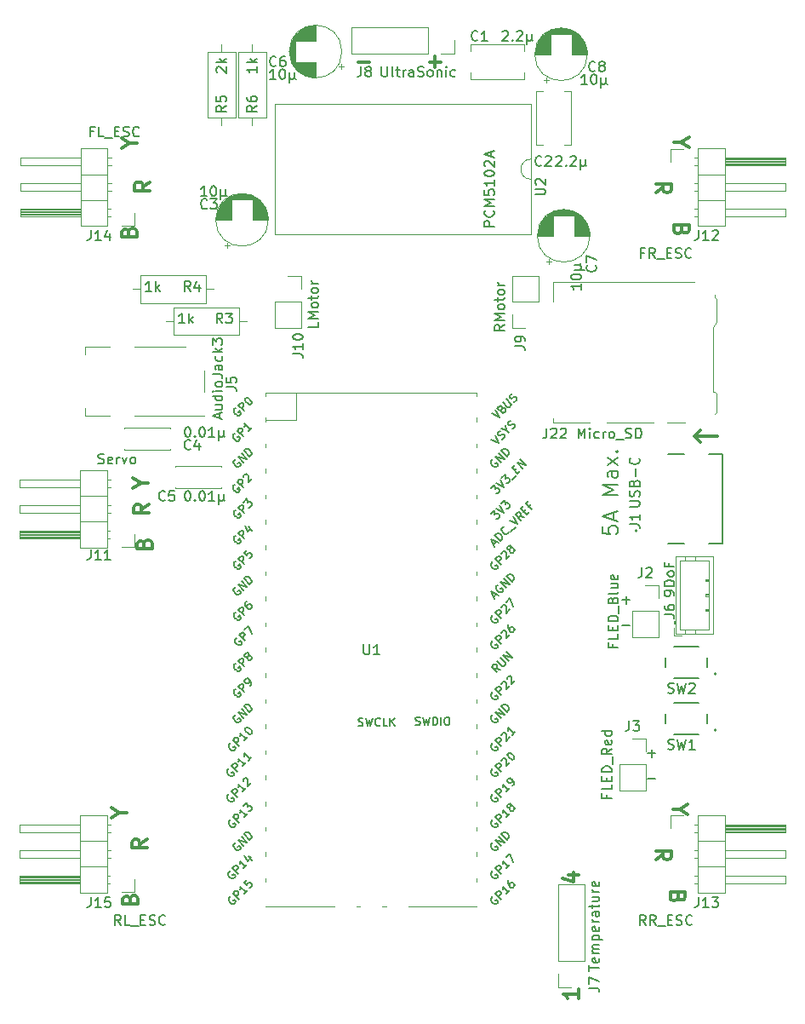
<source format=gbr>
%TF.GenerationSoftware,KiCad,Pcbnew,7.0.2*%
%TF.CreationDate,2023-08-07T19:48:10+09:00*%
%TF.ProjectId,TurtlePico,54757274-6c65-4506-9963-6f2e6b696361,rev?*%
%TF.SameCoordinates,Original*%
%TF.FileFunction,Legend,Top*%
%TF.FilePolarity,Positive*%
%FSLAX46Y46*%
G04 Gerber Fmt 4.6, Leading zero omitted, Abs format (unit mm)*
G04 Created by KiCad (PCBNEW 7.0.2) date 2023-08-07 19:48:10*
%MOMM*%
%LPD*%
G01*
G04 APERTURE LIST*
%ADD10C,0.150000*%
%ADD11C,0.300000*%
%ADD12C,0.187500*%
%ADD13C,0.120000*%
%ADD14C,0.127000*%
%ADD15C,0.200000*%
G04 APERTURE END LIST*
D10*
X167878095Y-100461666D02*
X168640000Y-100461666D01*
X167878095Y-97921666D02*
X168640000Y-97921666D01*
X168259047Y-98302619D02*
X168259047Y-97540714D01*
X170418095Y-115701666D02*
X171180000Y-115701666D01*
X170418095Y-113161666D02*
X171180000Y-113161666D01*
X170799047Y-113542619D02*
X170799047Y-112780714D01*
D11*
X117847142Y-119118142D02*
X118561428Y-119118142D01*
X117061428Y-119618142D02*
X117847142Y-119118142D01*
X117847142Y-119118142D02*
X117061428Y-118618142D01*
D12*
X165956428Y-90622571D02*
X165956428Y-91336857D01*
X165956428Y-91336857D02*
X166670714Y-91408285D01*
X166670714Y-91408285D02*
X166599285Y-91336857D01*
X166599285Y-91336857D02*
X166527857Y-91194000D01*
X166527857Y-91194000D02*
X166527857Y-90836857D01*
X166527857Y-90836857D02*
X166599285Y-90694000D01*
X166599285Y-90694000D02*
X166670714Y-90622571D01*
X166670714Y-90622571D02*
X166813571Y-90551142D01*
X166813571Y-90551142D02*
X167170714Y-90551142D01*
X167170714Y-90551142D02*
X167313571Y-90622571D01*
X167313571Y-90622571D02*
X167385000Y-90694000D01*
X167385000Y-90694000D02*
X167456428Y-90836857D01*
X167456428Y-90836857D02*
X167456428Y-91194000D01*
X167456428Y-91194000D02*
X167385000Y-91336857D01*
X167385000Y-91336857D02*
X167313571Y-91408285D01*
X167027857Y-89979714D02*
X167027857Y-89265429D01*
X167456428Y-90122571D02*
X165956428Y-89622571D01*
X165956428Y-89622571D02*
X167456428Y-89122571D01*
X167456428Y-87479715D02*
X165956428Y-87479715D01*
X165956428Y-87479715D02*
X167027857Y-86979715D01*
X167027857Y-86979715D02*
X165956428Y-86479715D01*
X165956428Y-86479715D02*
X167456428Y-86479715D01*
X167456428Y-85122572D02*
X166670714Y-85122572D01*
X166670714Y-85122572D02*
X166527857Y-85194000D01*
X166527857Y-85194000D02*
X166456428Y-85336857D01*
X166456428Y-85336857D02*
X166456428Y-85622572D01*
X166456428Y-85622572D02*
X166527857Y-85765429D01*
X167385000Y-85122572D02*
X167456428Y-85265429D01*
X167456428Y-85265429D02*
X167456428Y-85622572D01*
X167456428Y-85622572D02*
X167385000Y-85765429D01*
X167385000Y-85765429D02*
X167242142Y-85836857D01*
X167242142Y-85836857D02*
X167099285Y-85836857D01*
X167099285Y-85836857D02*
X166956428Y-85765429D01*
X166956428Y-85765429D02*
X166885000Y-85622572D01*
X166885000Y-85622572D02*
X166885000Y-85265429D01*
X166885000Y-85265429D02*
X166813571Y-85122572D01*
X167456428Y-84551143D02*
X166456428Y-83765429D01*
X166456428Y-84551143D02*
X167456428Y-83765429D01*
X167313571Y-83194000D02*
X167385000Y-83122571D01*
X167385000Y-83122571D02*
X167456428Y-83194000D01*
X167456428Y-83194000D02*
X167385000Y-83265428D01*
X167385000Y-83265428D02*
X167313571Y-83194000D01*
X167313571Y-83194000D02*
X167456428Y-83194000D01*
D11*
X177371000Y-81675000D02*
X175085285Y-81675000D01*
X175656714Y-82246428D02*
X175085285Y-81675000D01*
X175085285Y-81675000D02*
X175656714Y-81103571D01*
X171252571Y-57475285D02*
X171966857Y-56975285D01*
X171252571Y-56618142D02*
X172752571Y-56618142D01*
X172752571Y-56618142D02*
X172752571Y-57189571D01*
X172752571Y-57189571D02*
X172681142Y-57332428D01*
X172681142Y-57332428D02*
X172609714Y-57403857D01*
X172609714Y-57403857D02*
X172466857Y-57475285D01*
X172466857Y-57475285D02*
X172252571Y-57475285D01*
X172252571Y-57475285D02*
X172109714Y-57403857D01*
X172109714Y-57403857D02*
X172038285Y-57332428D01*
X172038285Y-57332428D02*
X171966857Y-57189571D01*
X171966857Y-57189571D02*
X171966857Y-56618142D01*
X118918714Y-127666857D02*
X118990142Y-127452571D01*
X118990142Y-127452571D02*
X119061571Y-127381142D01*
X119061571Y-127381142D02*
X119204428Y-127309714D01*
X119204428Y-127309714D02*
X119418714Y-127309714D01*
X119418714Y-127309714D02*
X119561571Y-127381142D01*
X119561571Y-127381142D02*
X119633000Y-127452571D01*
X119633000Y-127452571D02*
X119704428Y-127595428D01*
X119704428Y-127595428D02*
X119704428Y-128166857D01*
X119704428Y-128166857D02*
X118204428Y-128166857D01*
X118204428Y-128166857D02*
X118204428Y-127666857D01*
X118204428Y-127666857D02*
X118275857Y-127524000D01*
X118275857Y-127524000D02*
X118347285Y-127452571D01*
X118347285Y-127452571D02*
X118490142Y-127381142D01*
X118490142Y-127381142D02*
X118633000Y-127381142D01*
X118633000Y-127381142D02*
X118775857Y-127452571D01*
X118775857Y-127452571D02*
X118847285Y-127524000D01*
X118847285Y-127524000D02*
X118918714Y-127666857D01*
X118918714Y-127666857D02*
X118918714Y-128166857D01*
X163519428Y-136652142D02*
X163519428Y-137509285D01*
X163519428Y-137080714D02*
X162019428Y-137080714D01*
X162019428Y-137080714D02*
X162233714Y-137223571D01*
X162233714Y-137223571D02*
X162376571Y-137366428D01*
X162376571Y-137366428D02*
X162448000Y-137509285D01*
X120771228Y-88447714D02*
X120056942Y-88947714D01*
X120771228Y-89304857D02*
X119271228Y-89304857D01*
X119271228Y-89304857D02*
X119271228Y-88733428D01*
X119271228Y-88733428D02*
X119342657Y-88590571D01*
X119342657Y-88590571D02*
X119414085Y-88519142D01*
X119414085Y-88519142D02*
X119556942Y-88447714D01*
X119556942Y-88447714D02*
X119771228Y-88447714D01*
X119771228Y-88447714D02*
X119914085Y-88519142D01*
X119914085Y-88519142D02*
X119985514Y-88590571D01*
X119985514Y-88590571D02*
X120056942Y-88733428D01*
X120056942Y-88733428D02*
X120056942Y-89304857D01*
X148693142Y-44457000D02*
X149836000Y-44457000D01*
X149264571Y-45028428D02*
X149264571Y-43885571D01*
X120593428Y-121721714D02*
X119879142Y-122221714D01*
X120593428Y-122578857D02*
X119093428Y-122578857D01*
X119093428Y-122578857D02*
X119093428Y-122007428D01*
X119093428Y-122007428D02*
X119164857Y-121864571D01*
X119164857Y-121864571D02*
X119236285Y-121793142D01*
X119236285Y-121793142D02*
X119379142Y-121721714D01*
X119379142Y-121721714D02*
X119593428Y-121721714D01*
X119593428Y-121721714D02*
X119736285Y-121793142D01*
X119736285Y-121793142D02*
X119807714Y-121864571D01*
X119807714Y-121864571D02*
X119879142Y-122007428D01*
X119879142Y-122007428D02*
X119879142Y-122578857D01*
X162519428Y-125238000D02*
X163519428Y-125238000D01*
X161948000Y-125595142D02*
X163019428Y-125952285D01*
X163019428Y-125952285D02*
X163019428Y-125023714D01*
X173617857Y-118752857D02*
X172903571Y-118752857D01*
X174403571Y-118252857D02*
X173617857Y-118752857D01*
X173617857Y-118752857D02*
X174403571Y-119252857D01*
X120872828Y-56392914D02*
X120158542Y-56892914D01*
X120872828Y-57250057D02*
X119372828Y-57250057D01*
X119372828Y-57250057D02*
X119372828Y-56678628D01*
X119372828Y-56678628D02*
X119444257Y-56535771D01*
X119444257Y-56535771D02*
X119515685Y-56464342D01*
X119515685Y-56464342D02*
X119658542Y-56392914D01*
X119658542Y-56392914D02*
X119872828Y-56392914D01*
X119872828Y-56392914D02*
X120015685Y-56464342D01*
X120015685Y-56464342D02*
X120087114Y-56535771D01*
X120087114Y-56535771D02*
X120158542Y-56678628D01*
X120158542Y-56678628D02*
X120158542Y-57250057D01*
X120315714Y-92360857D02*
X120387142Y-92146571D01*
X120387142Y-92146571D02*
X120458571Y-92075142D01*
X120458571Y-92075142D02*
X120601428Y-92003714D01*
X120601428Y-92003714D02*
X120815714Y-92003714D01*
X120815714Y-92003714D02*
X120958571Y-92075142D01*
X120958571Y-92075142D02*
X121030000Y-92146571D01*
X121030000Y-92146571D02*
X121101428Y-92289428D01*
X121101428Y-92289428D02*
X121101428Y-92860857D01*
X121101428Y-92860857D02*
X119601428Y-92860857D01*
X119601428Y-92860857D02*
X119601428Y-92360857D01*
X119601428Y-92360857D02*
X119672857Y-92218000D01*
X119672857Y-92218000D02*
X119744285Y-92146571D01*
X119744285Y-92146571D02*
X119887142Y-92075142D01*
X119887142Y-92075142D02*
X120030000Y-92075142D01*
X120030000Y-92075142D02*
X120172857Y-92146571D01*
X120172857Y-92146571D02*
X120244285Y-92218000D01*
X120244285Y-92218000D02*
X120315714Y-92360857D01*
X120315714Y-92360857D02*
X120315714Y-92860857D01*
X120006142Y-86352142D02*
X120720428Y-86352142D01*
X119220428Y-86852142D02*
X120006142Y-86352142D01*
X120006142Y-86352142D02*
X119220428Y-85852142D01*
X173744857Y-52458857D02*
X173030571Y-52458857D01*
X174530571Y-51958857D02*
X173744857Y-52458857D01*
X173744857Y-52458857D02*
X174530571Y-52958857D01*
X173816285Y-61182142D02*
X173744857Y-61396428D01*
X173744857Y-61396428D02*
X173673428Y-61467857D01*
X173673428Y-61467857D02*
X173530571Y-61539285D01*
X173530571Y-61539285D02*
X173316285Y-61539285D01*
X173316285Y-61539285D02*
X173173428Y-61467857D01*
X173173428Y-61467857D02*
X173102000Y-61396428D01*
X173102000Y-61396428D02*
X173030571Y-61253571D01*
X173030571Y-61253571D02*
X173030571Y-60682142D01*
X173030571Y-60682142D02*
X174530571Y-60682142D01*
X174530571Y-60682142D02*
X174530571Y-61182142D01*
X174530571Y-61182142D02*
X174459142Y-61325000D01*
X174459142Y-61325000D02*
X174387714Y-61396428D01*
X174387714Y-61396428D02*
X174244857Y-61467857D01*
X174244857Y-61467857D02*
X174102000Y-61467857D01*
X174102000Y-61467857D02*
X173959142Y-61396428D01*
X173959142Y-61396428D02*
X173887714Y-61325000D01*
X173887714Y-61325000D02*
X173816285Y-61182142D01*
X173816285Y-61182142D02*
X173816285Y-60682142D01*
X141581142Y-44457000D02*
X142724000Y-44457000D01*
X173435285Y-127476142D02*
X173363857Y-127690428D01*
X173363857Y-127690428D02*
X173292428Y-127761857D01*
X173292428Y-127761857D02*
X173149571Y-127833285D01*
X173149571Y-127833285D02*
X172935285Y-127833285D01*
X172935285Y-127833285D02*
X172792428Y-127761857D01*
X172792428Y-127761857D02*
X172721000Y-127690428D01*
X172721000Y-127690428D02*
X172649571Y-127547571D01*
X172649571Y-127547571D02*
X172649571Y-126976142D01*
X172649571Y-126976142D02*
X174149571Y-126976142D01*
X174149571Y-126976142D02*
X174149571Y-127476142D01*
X174149571Y-127476142D02*
X174078142Y-127619000D01*
X174078142Y-127619000D02*
X174006714Y-127690428D01*
X174006714Y-127690428D02*
X173863857Y-127761857D01*
X173863857Y-127761857D02*
X173721000Y-127761857D01*
X173721000Y-127761857D02*
X173578142Y-127690428D01*
X173578142Y-127690428D02*
X173506714Y-127619000D01*
X173506714Y-127619000D02*
X173435285Y-127476142D01*
X173435285Y-127476142D02*
X173435285Y-126976142D01*
X118863142Y-52570142D02*
X119577428Y-52570142D01*
X118077428Y-53070142D02*
X118863142Y-52570142D01*
X118863142Y-52570142D02*
X118077428Y-52070142D01*
X118791714Y-61372857D02*
X118863142Y-61158571D01*
X118863142Y-61158571D02*
X118934571Y-61087142D01*
X118934571Y-61087142D02*
X119077428Y-61015714D01*
X119077428Y-61015714D02*
X119291714Y-61015714D01*
X119291714Y-61015714D02*
X119434571Y-61087142D01*
X119434571Y-61087142D02*
X119506000Y-61158571D01*
X119506000Y-61158571D02*
X119577428Y-61301428D01*
X119577428Y-61301428D02*
X119577428Y-61872857D01*
X119577428Y-61872857D02*
X118077428Y-61872857D01*
X118077428Y-61872857D02*
X118077428Y-61372857D01*
X118077428Y-61372857D02*
X118148857Y-61230000D01*
X118148857Y-61230000D02*
X118220285Y-61158571D01*
X118220285Y-61158571D02*
X118363142Y-61087142D01*
X118363142Y-61087142D02*
X118506000Y-61087142D01*
X118506000Y-61087142D02*
X118648857Y-61158571D01*
X118648857Y-61158571D02*
X118720285Y-61230000D01*
X118720285Y-61230000D02*
X118791714Y-61372857D01*
X118791714Y-61372857D02*
X118791714Y-61872857D01*
X171252571Y-123769285D02*
X171966857Y-123269285D01*
X171252571Y-122912142D02*
X172752571Y-122912142D01*
X172752571Y-122912142D02*
X172752571Y-123483571D01*
X172752571Y-123483571D02*
X172681142Y-123626428D01*
X172681142Y-123626428D02*
X172609714Y-123697857D01*
X172609714Y-123697857D02*
X172466857Y-123769285D01*
X172466857Y-123769285D02*
X172252571Y-123769285D01*
X172252571Y-123769285D02*
X172109714Y-123697857D01*
X172109714Y-123697857D02*
X172038285Y-123626428D01*
X172038285Y-123626428D02*
X171966857Y-123483571D01*
X171966857Y-123483571D02*
X171966857Y-122912142D01*
D10*
%TO.C,R5*%
X128478619Y-48807666D02*
X128002428Y-49140999D01*
X128478619Y-49379094D02*
X127478619Y-49379094D01*
X127478619Y-49379094D02*
X127478619Y-48998142D01*
X127478619Y-48998142D02*
X127526238Y-48902904D01*
X127526238Y-48902904D02*
X127573857Y-48855285D01*
X127573857Y-48855285D02*
X127669095Y-48807666D01*
X127669095Y-48807666D02*
X127811952Y-48807666D01*
X127811952Y-48807666D02*
X127907190Y-48855285D01*
X127907190Y-48855285D02*
X127954809Y-48902904D01*
X127954809Y-48902904D02*
X128002428Y-48998142D01*
X128002428Y-48998142D02*
X128002428Y-49379094D01*
X127478619Y-47902904D02*
X127478619Y-48379094D01*
X127478619Y-48379094D02*
X127954809Y-48426713D01*
X127954809Y-48426713D02*
X127907190Y-48379094D01*
X127907190Y-48379094D02*
X127859571Y-48283856D01*
X127859571Y-48283856D02*
X127859571Y-48045761D01*
X127859571Y-48045761D02*
X127907190Y-47950523D01*
X127907190Y-47950523D02*
X127954809Y-47902904D01*
X127954809Y-47902904D02*
X128050047Y-47855285D01*
X128050047Y-47855285D02*
X128288142Y-47855285D01*
X128288142Y-47855285D02*
X128383380Y-47902904D01*
X128383380Y-47902904D02*
X128431000Y-47950523D01*
X128431000Y-47950523D02*
X128478619Y-48045761D01*
X128478619Y-48045761D02*
X128478619Y-48283856D01*
X128478619Y-48283856D02*
X128431000Y-48379094D01*
X128431000Y-48379094D02*
X128383380Y-48426713D01*
X127573857Y-45521475D02*
X127526238Y-45473856D01*
X127526238Y-45473856D02*
X127478619Y-45378618D01*
X127478619Y-45378618D02*
X127478619Y-45140523D01*
X127478619Y-45140523D02*
X127526238Y-45045285D01*
X127526238Y-45045285D02*
X127573857Y-44997666D01*
X127573857Y-44997666D02*
X127669095Y-44950047D01*
X127669095Y-44950047D02*
X127764333Y-44950047D01*
X127764333Y-44950047D02*
X127907190Y-44997666D01*
X127907190Y-44997666D02*
X128478619Y-45569094D01*
X128478619Y-45569094D02*
X128478619Y-44950047D01*
X128478619Y-44521475D02*
X127478619Y-44521475D01*
X128097666Y-44426237D02*
X128478619Y-44140523D01*
X127811952Y-44140523D02*
X128192904Y-44521475D01*
%TO.C,J13*%
X175466476Y-127478619D02*
X175466476Y-128192904D01*
X175466476Y-128192904D02*
X175418857Y-128335761D01*
X175418857Y-128335761D02*
X175323619Y-128431000D01*
X175323619Y-128431000D02*
X175180762Y-128478619D01*
X175180762Y-128478619D02*
X175085524Y-128478619D01*
X176466476Y-128478619D02*
X175895048Y-128478619D01*
X176180762Y-128478619D02*
X176180762Y-127478619D01*
X176180762Y-127478619D02*
X176085524Y-127621476D01*
X176085524Y-127621476D02*
X175990286Y-127716714D01*
X175990286Y-127716714D02*
X175895048Y-127764333D01*
X176799810Y-127478619D02*
X177418857Y-127478619D01*
X177418857Y-127478619D02*
X177085524Y-127859571D01*
X177085524Y-127859571D02*
X177228381Y-127859571D01*
X177228381Y-127859571D02*
X177323619Y-127907190D01*
X177323619Y-127907190D02*
X177371238Y-127954809D01*
X177371238Y-127954809D02*
X177418857Y-128050047D01*
X177418857Y-128050047D02*
X177418857Y-128288142D01*
X177418857Y-128288142D02*
X177371238Y-128383380D01*
X177371238Y-128383380D02*
X177323619Y-128431000D01*
X177323619Y-128431000D02*
X177228381Y-128478619D01*
X177228381Y-128478619D02*
X176942667Y-128478619D01*
X176942667Y-128478619D02*
X176847429Y-128431000D01*
X176847429Y-128431000D02*
X176799810Y-128383380D01*
X170211999Y-130256619D02*
X169878666Y-129780428D01*
X169640571Y-130256619D02*
X169640571Y-129256619D01*
X169640571Y-129256619D02*
X170021523Y-129256619D01*
X170021523Y-129256619D02*
X170116761Y-129304238D01*
X170116761Y-129304238D02*
X170164380Y-129351857D01*
X170164380Y-129351857D02*
X170211999Y-129447095D01*
X170211999Y-129447095D02*
X170211999Y-129589952D01*
X170211999Y-129589952D02*
X170164380Y-129685190D01*
X170164380Y-129685190D02*
X170116761Y-129732809D01*
X170116761Y-129732809D02*
X170021523Y-129780428D01*
X170021523Y-129780428D02*
X169640571Y-129780428D01*
X171211999Y-130256619D02*
X170878666Y-129780428D01*
X170640571Y-130256619D02*
X170640571Y-129256619D01*
X170640571Y-129256619D02*
X171021523Y-129256619D01*
X171021523Y-129256619D02*
X171116761Y-129304238D01*
X171116761Y-129304238D02*
X171164380Y-129351857D01*
X171164380Y-129351857D02*
X171211999Y-129447095D01*
X171211999Y-129447095D02*
X171211999Y-129589952D01*
X171211999Y-129589952D02*
X171164380Y-129685190D01*
X171164380Y-129685190D02*
X171116761Y-129732809D01*
X171116761Y-129732809D02*
X171021523Y-129780428D01*
X171021523Y-129780428D02*
X170640571Y-129780428D01*
X171402476Y-130351857D02*
X172164380Y-130351857D01*
X172402476Y-129732809D02*
X172735809Y-129732809D01*
X172878666Y-130256619D02*
X172402476Y-130256619D01*
X172402476Y-130256619D02*
X172402476Y-129256619D01*
X172402476Y-129256619D02*
X172878666Y-129256619D01*
X173259619Y-130209000D02*
X173402476Y-130256619D01*
X173402476Y-130256619D02*
X173640571Y-130256619D01*
X173640571Y-130256619D02*
X173735809Y-130209000D01*
X173735809Y-130209000D02*
X173783428Y-130161380D01*
X173783428Y-130161380D02*
X173831047Y-130066142D01*
X173831047Y-130066142D02*
X173831047Y-129970904D01*
X173831047Y-129970904D02*
X173783428Y-129875666D01*
X173783428Y-129875666D02*
X173735809Y-129828047D01*
X173735809Y-129828047D02*
X173640571Y-129780428D01*
X173640571Y-129780428D02*
X173450095Y-129732809D01*
X173450095Y-129732809D02*
X173354857Y-129685190D01*
X173354857Y-129685190D02*
X173307238Y-129637571D01*
X173307238Y-129637571D02*
X173259619Y-129542333D01*
X173259619Y-129542333D02*
X173259619Y-129447095D01*
X173259619Y-129447095D02*
X173307238Y-129351857D01*
X173307238Y-129351857D02*
X173354857Y-129304238D01*
X173354857Y-129304238D02*
X173450095Y-129256619D01*
X173450095Y-129256619D02*
X173688190Y-129256619D01*
X173688190Y-129256619D02*
X173831047Y-129304238D01*
X174831047Y-130161380D02*
X174783428Y-130209000D01*
X174783428Y-130209000D02*
X174640571Y-130256619D01*
X174640571Y-130256619D02*
X174545333Y-130256619D01*
X174545333Y-130256619D02*
X174402476Y-130209000D01*
X174402476Y-130209000D02*
X174307238Y-130113761D01*
X174307238Y-130113761D02*
X174259619Y-130018523D01*
X174259619Y-130018523D02*
X174212000Y-129828047D01*
X174212000Y-129828047D02*
X174212000Y-129685190D01*
X174212000Y-129685190D02*
X174259619Y-129494714D01*
X174259619Y-129494714D02*
X174307238Y-129399476D01*
X174307238Y-129399476D02*
X174402476Y-129304238D01*
X174402476Y-129304238D02*
X174545333Y-129256619D01*
X174545333Y-129256619D02*
X174640571Y-129256619D01*
X174640571Y-129256619D02*
X174783428Y-129304238D01*
X174783428Y-129304238D02*
X174831047Y-129351857D01*
%TO.C,R6*%
X131526619Y-48807666D02*
X131050428Y-49140999D01*
X131526619Y-49379094D02*
X130526619Y-49379094D01*
X130526619Y-49379094D02*
X130526619Y-48998142D01*
X130526619Y-48998142D02*
X130574238Y-48902904D01*
X130574238Y-48902904D02*
X130621857Y-48855285D01*
X130621857Y-48855285D02*
X130717095Y-48807666D01*
X130717095Y-48807666D02*
X130859952Y-48807666D01*
X130859952Y-48807666D02*
X130955190Y-48855285D01*
X130955190Y-48855285D02*
X131002809Y-48902904D01*
X131002809Y-48902904D02*
X131050428Y-48998142D01*
X131050428Y-48998142D02*
X131050428Y-49379094D01*
X130526619Y-47950523D02*
X130526619Y-48140999D01*
X130526619Y-48140999D02*
X130574238Y-48236237D01*
X130574238Y-48236237D02*
X130621857Y-48283856D01*
X130621857Y-48283856D02*
X130764714Y-48379094D01*
X130764714Y-48379094D02*
X130955190Y-48426713D01*
X130955190Y-48426713D02*
X131336142Y-48426713D01*
X131336142Y-48426713D02*
X131431380Y-48379094D01*
X131431380Y-48379094D02*
X131479000Y-48331475D01*
X131479000Y-48331475D02*
X131526619Y-48236237D01*
X131526619Y-48236237D02*
X131526619Y-48045761D01*
X131526619Y-48045761D02*
X131479000Y-47950523D01*
X131479000Y-47950523D02*
X131431380Y-47902904D01*
X131431380Y-47902904D02*
X131336142Y-47855285D01*
X131336142Y-47855285D02*
X131098047Y-47855285D01*
X131098047Y-47855285D02*
X131002809Y-47902904D01*
X131002809Y-47902904D02*
X130955190Y-47950523D01*
X130955190Y-47950523D02*
X130907571Y-48045761D01*
X130907571Y-48045761D02*
X130907571Y-48236237D01*
X130907571Y-48236237D02*
X130955190Y-48331475D01*
X130955190Y-48331475D02*
X131002809Y-48379094D01*
X131002809Y-48379094D02*
X131098047Y-48426713D01*
X131526619Y-44950047D02*
X131526619Y-45521475D01*
X131526619Y-45235761D02*
X130526619Y-45235761D01*
X130526619Y-45235761D02*
X130669476Y-45330999D01*
X130669476Y-45330999D02*
X130764714Y-45426237D01*
X130764714Y-45426237D02*
X130812333Y-45521475D01*
X131526619Y-44521475D02*
X130526619Y-44521475D01*
X131145666Y-44426237D02*
X131526619Y-44140523D01*
X130859952Y-44140523D02*
X131240904Y-44521475D01*
%TO.C,J1*%
X168615119Y-90410083D02*
X169329404Y-90410083D01*
X169329404Y-90410083D02*
X169472261Y-90457702D01*
X169472261Y-90457702D02*
X169567500Y-90552940D01*
X169567500Y-90552940D02*
X169615119Y-90695797D01*
X169615119Y-90695797D02*
X169615119Y-90791035D01*
X169615119Y-89410083D02*
X169615119Y-89981511D01*
X169615119Y-89695797D02*
X168615119Y-89695797D01*
X168615119Y-89695797D02*
X168757976Y-89791035D01*
X168757976Y-89791035D02*
X168853214Y-89886273D01*
X168853214Y-89886273D02*
X168900833Y-89981511D01*
X168615119Y-88647701D02*
X169424642Y-88647701D01*
X169424642Y-88647701D02*
X169519880Y-88600082D01*
X169519880Y-88600082D02*
X169567500Y-88552463D01*
X169567500Y-88552463D02*
X169615119Y-88457225D01*
X169615119Y-88457225D02*
X169615119Y-88266749D01*
X169615119Y-88266749D02*
X169567500Y-88171511D01*
X169567500Y-88171511D02*
X169519880Y-88123892D01*
X169519880Y-88123892D02*
X169424642Y-88076273D01*
X169424642Y-88076273D02*
X168615119Y-88076273D01*
X169567500Y-87647701D02*
X169615119Y-87504844D01*
X169615119Y-87504844D02*
X169615119Y-87266749D01*
X169615119Y-87266749D02*
X169567500Y-87171511D01*
X169567500Y-87171511D02*
X169519880Y-87123892D01*
X169519880Y-87123892D02*
X169424642Y-87076273D01*
X169424642Y-87076273D02*
X169329404Y-87076273D01*
X169329404Y-87076273D02*
X169234166Y-87123892D01*
X169234166Y-87123892D02*
X169186547Y-87171511D01*
X169186547Y-87171511D02*
X169138928Y-87266749D01*
X169138928Y-87266749D02*
X169091309Y-87457225D01*
X169091309Y-87457225D02*
X169043690Y-87552463D01*
X169043690Y-87552463D02*
X168996071Y-87600082D01*
X168996071Y-87600082D02*
X168900833Y-87647701D01*
X168900833Y-87647701D02*
X168805595Y-87647701D01*
X168805595Y-87647701D02*
X168710357Y-87600082D01*
X168710357Y-87600082D02*
X168662738Y-87552463D01*
X168662738Y-87552463D02*
X168615119Y-87457225D01*
X168615119Y-87457225D02*
X168615119Y-87219130D01*
X168615119Y-87219130D02*
X168662738Y-87076273D01*
X169091309Y-86314368D02*
X169138928Y-86171511D01*
X169138928Y-86171511D02*
X169186547Y-86123892D01*
X169186547Y-86123892D02*
X169281785Y-86076273D01*
X169281785Y-86076273D02*
X169424642Y-86076273D01*
X169424642Y-86076273D02*
X169519880Y-86123892D01*
X169519880Y-86123892D02*
X169567500Y-86171511D01*
X169567500Y-86171511D02*
X169615119Y-86266749D01*
X169615119Y-86266749D02*
X169615119Y-86647701D01*
X169615119Y-86647701D02*
X168615119Y-86647701D01*
X168615119Y-86647701D02*
X168615119Y-86314368D01*
X168615119Y-86314368D02*
X168662738Y-86219130D01*
X168662738Y-86219130D02*
X168710357Y-86171511D01*
X168710357Y-86171511D02*
X168805595Y-86123892D01*
X168805595Y-86123892D02*
X168900833Y-86123892D01*
X168900833Y-86123892D02*
X168996071Y-86171511D01*
X168996071Y-86171511D02*
X169043690Y-86219130D01*
X169043690Y-86219130D02*
X169091309Y-86314368D01*
X169091309Y-86314368D02*
X169091309Y-86647701D01*
X169234166Y-85647701D02*
X169234166Y-84885797D01*
X169519880Y-83838178D02*
X169567500Y-83885797D01*
X169567500Y-83885797D02*
X169615119Y-84028654D01*
X169615119Y-84028654D02*
X169615119Y-84123892D01*
X169615119Y-84123892D02*
X169567500Y-84266749D01*
X169567500Y-84266749D02*
X169472261Y-84361987D01*
X169472261Y-84361987D02*
X169377023Y-84409606D01*
X169377023Y-84409606D02*
X169186547Y-84457225D01*
X169186547Y-84457225D02*
X169043690Y-84457225D01*
X169043690Y-84457225D02*
X168853214Y-84409606D01*
X168853214Y-84409606D02*
X168757976Y-84361987D01*
X168757976Y-84361987D02*
X168662738Y-84266749D01*
X168662738Y-84266749D02*
X168615119Y-84123892D01*
X168615119Y-84123892D02*
X168615119Y-84028654D01*
X168615119Y-84028654D02*
X168662738Y-83885797D01*
X168662738Y-83885797D02*
X168710357Y-83838178D01*
%TO.C,J5*%
X128494619Y-76787333D02*
X129208904Y-76787333D01*
X129208904Y-76787333D02*
X129351761Y-76834952D01*
X129351761Y-76834952D02*
X129447000Y-76930190D01*
X129447000Y-76930190D02*
X129494619Y-77073047D01*
X129494619Y-77073047D02*
X129494619Y-77168285D01*
X128494619Y-75834952D02*
X128494619Y-76311142D01*
X128494619Y-76311142D02*
X128970809Y-76358761D01*
X128970809Y-76358761D02*
X128923190Y-76311142D01*
X128923190Y-76311142D02*
X128875571Y-76215904D01*
X128875571Y-76215904D02*
X128875571Y-75977809D01*
X128875571Y-75977809D02*
X128923190Y-75882571D01*
X128923190Y-75882571D02*
X128970809Y-75834952D01*
X128970809Y-75834952D02*
X129066047Y-75787333D01*
X129066047Y-75787333D02*
X129304142Y-75787333D01*
X129304142Y-75787333D02*
X129399380Y-75834952D01*
X129399380Y-75834952D02*
X129447000Y-75882571D01*
X129447000Y-75882571D02*
X129494619Y-75977809D01*
X129494619Y-75977809D02*
X129494619Y-76215904D01*
X129494619Y-76215904D02*
X129447000Y-76311142D01*
X129447000Y-76311142D02*
X129399380Y-76358761D01*
X127811904Y-79901190D02*
X127811904Y-79425000D01*
X128097619Y-79996428D02*
X127097619Y-79663095D01*
X127097619Y-79663095D02*
X128097619Y-79329762D01*
X127430952Y-78567857D02*
X128097619Y-78567857D01*
X127430952Y-78996428D02*
X127954761Y-78996428D01*
X127954761Y-78996428D02*
X128050000Y-78948809D01*
X128050000Y-78948809D02*
X128097619Y-78853571D01*
X128097619Y-78853571D02*
X128097619Y-78710714D01*
X128097619Y-78710714D02*
X128050000Y-78615476D01*
X128050000Y-78615476D02*
X128002380Y-78567857D01*
X128097619Y-77663095D02*
X127097619Y-77663095D01*
X128050000Y-77663095D02*
X128097619Y-77758333D01*
X128097619Y-77758333D02*
X128097619Y-77948809D01*
X128097619Y-77948809D02*
X128050000Y-78044047D01*
X128050000Y-78044047D02*
X128002380Y-78091666D01*
X128002380Y-78091666D02*
X127907142Y-78139285D01*
X127907142Y-78139285D02*
X127621428Y-78139285D01*
X127621428Y-78139285D02*
X127526190Y-78091666D01*
X127526190Y-78091666D02*
X127478571Y-78044047D01*
X127478571Y-78044047D02*
X127430952Y-77948809D01*
X127430952Y-77948809D02*
X127430952Y-77758333D01*
X127430952Y-77758333D02*
X127478571Y-77663095D01*
X128097619Y-77186904D02*
X127430952Y-77186904D01*
X127097619Y-77186904D02*
X127145238Y-77234523D01*
X127145238Y-77234523D02*
X127192857Y-77186904D01*
X127192857Y-77186904D02*
X127145238Y-77139285D01*
X127145238Y-77139285D02*
X127097619Y-77186904D01*
X127097619Y-77186904D02*
X127192857Y-77186904D01*
X128097619Y-76567857D02*
X128050000Y-76663095D01*
X128050000Y-76663095D02*
X128002380Y-76710714D01*
X128002380Y-76710714D02*
X127907142Y-76758333D01*
X127907142Y-76758333D02*
X127621428Y-76758333D01*
X127621428Y-76758333D02*
X127526190Y-76710714D01*
X127526190Y-76710714D02*
X127478571Y-76663095D01*
X127478571Y-76663095D02*
X127430952Y-76567857D01*
X127430952Y-76567857D02*
X127430952Y-76425000D01*
X127430952Y-76425000D02*
X127478571Y-76329762D01*
X127478571Y-76329762D02*
X127526190Y-76282143D01*
X127526190Y-76282143D02*
X127621428Y-76234524D01*
X127621428Y-76234524D02*
X127907142Y-76234524D01*
X127907142Y-76234524D02*
X128002380Y-76282143D01*
X128002380Y-76282143D02*
X128050000Y-76329762D01*
X128050000Y-76329762D02*
X128097619Y-76425000D01*
X128097619Y-76425000D02*
X128097619Y-76567857D01*
X127097619Y-75520238D02*
X127811904Y-75520238D01*
X127811904Y-75520238D02*
X127954761Y-75567857D01*
X127954761Y-75567857D02*
X128050000Y-75663095D01*
X128050000Y-75663095D02*
X128097619Y-75805952D01*
X128097619Y-75805952D02*
X128097619Y-75901190D01*
X128097619Y-74615476D02*
X127573809Y-74615476D01*
X127573809Y-74615476D02*
X127478571Y-74663095D01*
X127478571Y-74663095D02*
X127430952Y-74758333D01*
X127430952Y-74758333D02*
X127430952Y-74948809D01*
X127430952Y-74948809D02*
X127478571Y-75044047D01*
X128050000Y-74615476D02*
X128097619Y-74710714D01*
X128097619Y-74710714D02*
X128097619Y-74948809D01*
X128097619Y-74948809D02*
X128050000Y-75044047D01*
X128050000Y-75044047D02*
X127954761Y-75091666D01*
X127954761Y-75091666D02*
X127859523Y-75091666D01*
X127859523Y-75091666D02*
X127764285Y-75044047D01*
X127764285Y-75044047D02*
X127716666Y-74948809D01*
X127716666Y-74948809D02*
X127716666Y-74710714D01*
X127716666Y-74710714D02*
X127669047Y-74615476D01*
X128050000Y-73710714D02*
X128097619Y-73805952D01*
X128097619Y-73805952D02*
X128097619Y-73996428D01*
X128097619Y-73996428D02*
X128050000Y-74091666D01*
X128050000Y-74091666D02*
X128002380Y-74139285D01*
X128002380Y-74139285D02*
X127907142Y-74186904D01*
X127907142Y-74186904D02*
X127621428Y-74186904D01*
X127621428Y-74186904D02*
X127526190Y-74139285D01*
X127526190Y-74139285D02*
X127478571Y-74091666D01*
X127478571Y-74091666D02*
X127430952Y-73996428D01*
X127430952Y-73996428D02*
X127430952Y-73805952D01*
X127430952Y-73805952D02*
X127478571Y-73710714D01*
X128097619Y-73282142D02*
X127097619Y-73282142D01*
X127716666Y-73186904D02*
X128097619Y-72901190D01*
X127430952Y-72901190D02*
X127811904Y-73282142D01*
X127097619Y-72567856D02*
X127097619Y-71948809D01*
X127097619Y-71948809D02*
X127478571Y-72282142D01*
X127478571Y-72282142D02*
X127478571Y-72139285D01*
X127478571Y-72139285D02*
X127526190Y-72044047D01*
X127526190Y-72044047D02*
X127573809Y-71996428D01*
X127573809Y-71996428D02*
X127669047Y-71948809D01*
X127669047Y-71948809D02*
X127907142Y-71948809D01*
X127907142Y-71948809D02*
X128002380Y-71996428D01*
X128002380Y-71996428D02*
X128050000Y-72044047D01*
X128050000Y-72044047D02*
X128097619Y-72139285D01*
X128097619Y-72139285D02*
X128097619Y-72424999D01*
X128097619Y-72424999D02*
X128050000Y-72520237D01*
X128050000Y-72520237D02*
X128002380Y-72567856D01*
%TO.C,J10*%
X135098619Y-73453523D02*
X135812904Y-73453523D01*
X135812904Y-73453523D02*
X135955761Y-73501142D01*
X135955761Y-73501142D02*
X136051000Y-73596380D01*
X136051000Y-73596380D02*
X136098619Y-73739237D01*
X136098619Y-73739237D02*
X136098619Y-73834475D01*
X136098619Y-72453523D02*
X136098619Y-73024951D01*
X136098619Y-72739237D02*
X135098619Y-72739237D01*
X135098619Y-72739237D02*
X135241476Y-72834475D01*
X135241476Y-72834475D02*
X135336714Y-72929713D01*
X135336714Y-72929713D02*
X135384333Y-73024951D01*
X135098619Y-71834475D02*
X135098619Y-71739237D01*
X135098619Y-71739237D02*
X135146238Y-71643999D01*
X135146238Y-71643999D02*
X135193857Y-71596380D01*
X135193857Y-71596380D02*
X135289095Y-71548761D01*
X135289095Y-71548761D02*
X135479571Y-71501142D01*
X135479571Y-71501142D02*
X135717666Y-71501142D01*
X135717666Y-71501142D02*
X135908142Y-71548761D01*
X135908142Y-71548761D02*
X136003380Y-71596380D01*
X136003380Y-71596380D02*
X136051000Y-71643999D01*
X136051000Y-71643999D02*
X136098619Y-71739237D01*
X136098619Y-71739237D02*
X136098619Y-71834475D01*
X136098619Y-71834475D02*
X136051000Y-71929713D01*
X136051000Y-71929713D02*
X136003380Y-71977332D01*
X136003380Y-71977332D02*
X135908142Y-72024951D01*
X135908142Y-72024951D02*
X135717666Y-72072570D01*
X135717666Y-72072570D02*
X135479571Y-72072570D01*
X135479571Y-72072570D02*
X135289095Y-72024951D01*
X135289095Y-72024951D02*
X135193857Y-71977332D01*
X135193857Y-71977332D02*
X135146238Y-71929713D01*
X135146238Y-71929713D02*
X135098619Y-71834475D01*
X137622619Y-70341905D02*
X137622619Y-70818095D01*
X137622619Y-70818095D02*
X136622619Y-70818095D01*
X137622619Y-70008571D02*
X136622619Y-70008571D01*
X136622619Y-70008571D02*
X137336904Y-69675238D01*
X137336904Y-69675238D02*
X136622619Y-69341905D01*
X136622619Y-69341905D02*
X137622619Y-69341905D01*
X137622619Y-68722857D02*
X137575000Y-68818095D01*
X137575000Y-68818095D02*
X137527380Y-68865714D01*
X137527380Y-68865714D02*
X137432142Y-68913333D01*
X137432142Y-68913333D02*
X137146428Y-68913333D01*
X137146428Y-68913333D02*
X137051190Y-68865714D01*
X137051190Y-68865714D02*
X137003571Y-68818095D01*
X137003571Y-68818095D02*
X136955952Y-68722857D01*
X136955952Y-68722857D02*
X136955952Y-68580000D01*
X136955952Y-68580000D02*
X137003571Y-68484762D01*
X137003571Y-68484762D02*
X137051190Y-68437143D01*
X137051190Y-68437143D02*
X137146428Y-68389524D01*
X137146428Y-68389524D02*
X137432142Y-68389524D01*
X137432142Y-68389524D02*
X137527380Y-68437143D01*
X137527380Y-68437143D02*
X137575000Y-68484762D01*
X137575000Y-68484762D02*
X137622619Y-68580000D01*
X137622619Y-68580000D02*
X137622619Y-68722857D01*
X136955952Y-68103809D02*
X136955952Y-67722857D01*
X136622619Y-67960952D02*
X137479761Y-67960952D01*
X137479761Y-67960952D02*
X137575000Y-67913333D01*
X137575000Y-67913333D02*
X137622619Y-67818095D01*
X137622619Y-67818095D02*
X137622619Y-67722857D01*
X137622619Y-67246666D02*
X137575000Y-67341904D01*
X137575000Y-67341904D02*
X137527380Y-67389523D01*
X137527380Y-67389523D02*
X137432142Y-67437142D01*
X137432142Y-67437142D02*
X137146428Y-67437142D01*
X137146428Y-67437142D02*
X137051190Y-67389523D01*
X137051190Y-67389523D02*
X137003571Y-67341904D01*
X137003571Y-67341904D02*
X136955952Y-67246666D01*
X136955952Y-67246666D02*
X136955952Y-67103809D01*
X136955952Y-67103809D02*
X137003571Y-67008571D01*
X137003571Y-67008571D02*
X137051190Y-66960952D01*
X137051190Y-66960952D02*
X137146428Y-66913333D01*
X137146428Y-66913333D02*
X137432142Y-66913333D01*
X137432142Y-66913333D02*
X137527380Y-66960952D01*
X137527380Y-66960952D02*
X137575000Y-67008571D01*
X137575000Y-67008571D02*
X137622619Y-67103809D01*
X137622619Y-67103809D02*
X137622619Y-67246666D01*
X137622619Y-66484761D02*
X136955952Y-66484761D01*
X137146428Y-66484761D02*
X137051190Y-66437142D01*
X137051190Y-66437142D02*
X137003571Y-66389523D01*
X137003571Y-66389523D02*
X136955952Y-66294285D01*
X136955952Y-66294285D02*
X136955952Y-66199047D01*
%TO.C,J9*%
X157196619Y-72723333D02*
X157910904Y-72723333D01*
X157910904Y-72723333D02*
X158053761Y-72770952D01*
X158053761Y-72770952D02*
X158149000Y-72866190D01*
X158149000Y-72866190D02*
X158196619Y-73009047D01*
X158196619Y-73009047D02*
X158196619Y-73104285D01*
X158196619Y-72199523D02*
X158196619Y-72009047D01*
X158196619Y-72009047D02*
X158149000Y-71913809D01*
X158149000Y-71913809D02*
X158101380Y-71866190D01*
X158101380Y-71866190D02*
X157958523Y-71770952D01*
X157958523Y-71770952D02*
X157768047Y-71723333D01*
X157768047Y-71723333D02*
X157387095Y-71723333D01*
X157387095Y-71723333D02*
X157291857Y-71770952D01*
X157291857Y-71770952D02*
X157244238Y-71818571D01*
X157244238Y-71818571D02*
X157196619Y-71913809D01*
X157196619Y-71913809D02*
X157196619Y-72104285D01*
X157196619Y-72104285D02*
X157244238Y-72199523D01*
X157244238Y-72199523D02*
X157291857Y-72247142D01*
X157291857Y-72247142D02*
X157387095Y-72294761D01*
X157387095Y-72294761D02*
X157625190Y-72294761D01*
X157625190Y-72294761D02*
X157720428Y-72247142D01*
X157720428Y-72247142D02*
X157768047Y-72199523D01*
X157768047Y-72199523D02*
X157815666Y-72104285D01*
X157815666Y-72104285D02*
X157815666Y-71913809D01*
X157815666Y-71913809D02*
X157768047Y-71818571D01*
X157768047Y-71818571D02*
X157720428Y-71770952D01*
X157720428Y-71770952D02*
X157625190Y-71723333D01*
X156164619Y-70595905D02*
X155688428Y-70929238D01*
X156164619Y-71167333D02*
X155164619Y-71167333D01*
X155164619Y-71167333D02*
X155164619Y-70786381D01*
X155164619Y-70786381D02*
X155212238Y-70691143D01*
X155212238Y-70691143D02*
X155259857Y-70643524D01*
X155259857Y-70643524D02*
X155355095Y-70595905D01*
X155355095Y-70595905D02*
X155497952Y-70595905D01*
X155497952Y-70595905D02*
X155593190Y-70643524D01*
X155593190Y-70643524D02*
X155640809Y-70691143D01*
X155640809Y-70691143D02*
X155688428Y-70786381D01*
X155688428Y-70786381D02*
X155688428Y-71167333D01*
X156164619Y-70167333D02*
X155164619Y-70167333D01*
X155164619Y-70167333D02*
X155878904Y-69834000D01*
X155878904Y-69834000D02*
X155164619Y-69500667D01*
X155164619Y-69500667D02*
X156164619Y-69500667D01*
X156164619Y-68881619D02*
X156117000Y-68976857D01*
X156117000Y-68976857D02*
X156069380Y-69024476D01*
X156069380Y-69024476D02*
X155974142Y-69072095D01*
X155974142Y-69072095D02*
X155688428Y-69072095D01*
X155688428Y-69072095D02*
X155593190Y-69024476D01*
X155593190Y-69024476D02*
X155545571Y-68976857D01*
X155545571Y-68976857D02*
X155497952Y-68881619D01*
X155497952Y-68881619D02*
X155497952Y-68738762D01*
X155497952Y-68738762D02*
X155545571Y-68643524D01*
X155545571Y-68643524D02*
X155593190Y-68595905D01*
X155593190Y-68595905D02*
X155688428Y-68548286D01*
X155688428Y-68548286D02*
X155974142Y-68548286D01*
X155974142Y-68548286D02*
X156069380Y-68595905D01*
X156069380Y-68595905D02*
X156117000Y-68643524D01*
X156117000Y-68643524D02*
X156164619Y-68738762D01*
X156164619Y-68738762D02*
X156164619Y-68881619D01*
X155497952Y-68262571D02*
X155497952Y-67881619D01*
X155164619Y-68119714D02*
X156021761Y-68119714D01*
X156021761Y-68119714D02*
X156117000Y-68072095D01*
X156117000Y-68072095D02*
X156164619Y-67976857D01*
X156164619Y-67976857D02*
X156164619Y-67881619D01*
X156164619Y-67405428D02*
X156117000Y-67500666D01*
X156117000Y-67500666D02*
X156069380Y-67548285D01*
X156069380Y-67548285D02*
X155974142Y-67595904D01*
X155974142Y-67595904D02*
X155688428Y-67595904D01*
X155688428Y-67595904D02*
X155593190Y-67548285D01*
X155593190Y-67548285D02*
X155545571Y-67500666D01*
X155545571Y-67500666D02*
X155497952Y-67405428D01*
X155497952Y-67405428D02*
X155497952Y-67262571D01*
X155497952Y-67262571D02*
X155545571Y-67167333D01*
X155545571Y-67167333D02*
X155593190Y-67119714D01*
X155593190Y-67119714D02*
X155688428Y-67072095D01*
X155688428Y-67072095D02*
X155974142Y-67072095D01*
X155974142Y-67072095D02*
X156069380Y-67119714D01*
X156069380Y-67119714D02*
X156117000Y-67167333D01*
X156117000Y-67167333D02*
X156164619Y-67262571D01*
X156164619Y-67262571D02*
X156164619Y-67405428D01*
X156164619Y-66643523D02*
X155497952Y-66643523D01*
X155688428Y-66643523D02*
X155593190Y-66595904D01*
X155593190Y-66595904D02*
X155545571Y-66548285D01*
X155545571Y-66548285D02*
X155497952Y-66453047D01*
X155497952Y-66453047D02*
X155497952Y-66357809D01*
%TO.C,J14*%
X115014476Y-61193619D02*
X115014476Y-61907904D01*
X115014476Y-61907904D02*
X114966857Y-62050761D01*
X114966857Y-62050761D02*
X114871619Y-62146000D01*
X114871619Y-62146000D02*
X114728762Y-62193619D01*
X114728762Y-62193619D02*
X114633524Y-62193619D01*
X116014476Y-62193619D02*
X115443048Y-62193619D01*
X115728762Y-62193619D02*
X115728762Y-61193619D01*
X115728762Y-61193619D02*
X115633524Y-61336476D01*
X115633524Y-61336476D02*
X115538286Y-61431714D01*
X115538286Y-61431714D02*
X115443048Y-61479333D01*
X116871619Y-61526952D02*
X116871619Y-62193619D01*
X116633524Y-61146000D02*
X116395429Y-61860285D01*
X116395429Y-61860285D02*
X117014476Y-61860285D01*
X115276571Y-51373809D02*
X114943238Y-51373809D01*
X114943238Y-51897619D02*
X114943238Y-50897619D01*
X114943238Y-50897619D02*
X115419428Y-50897619D01*
X116276571Y-51897619D02*
X115800381Y-51897619D01*
X115800381Y-51897619D02*
X115800381Y-50897619D01*
X116371810Y-51992857D02*
X117133714Y-51992857D01*
X117371810Y-51373809D02*
X117705143Y-51373809D01*
X117848000Y-51897619D02*
X117371810Y-51897619D01*
X117371810Y-51897619D02*
X117371810Y-50897619D01*
X117371810Y-50897619D02*
X117848000Y-50897619D01*
X118228953Y-51850000D02*
X118371810Y-51897619D01*
X118371810Y-51897619D02*
X118609905Y-51897619D01*
X118609905Y-51897619D02*
X118705143Y-51850000D01*
X118705143Y-51850000D02*
X118752762Y-51802380D01*
X118752762Y-51802380D02*
X118800381Y-51707142D01*
X118800381Y-51707142D02*
X118800381Y-51611904D01*
X118800381Y-51611904D02*
X118752762Y-51516666D01*
X118752762Y-51516666D02*
X118705143Y-51469047D01*
X118705143Y-51469047D02*
X118609905Y-51421428D01*
X118609905Y-51421428D02*
X118419429Y-51373809D01*
X118419429Y-51373809D02*
X118324191Y-51326190D01*
X118324191Y-51326190D02*
X118276572Y-51278571D01*
X118276572Y-51278571D02*
X118228953Y-51183333D01*
X118228953Y-51183333D02*
X118228953Y-51088095D01*
X118228953Y-51088095D02*
X118276572Y-50992857D01*
X118276572Y-50992857D02*
X118324191Y-50945238D01*
X118324191Y-50945238D02*
X118419429Y-50897619D01*
X118419429Y-50897619D02*
X118657524Y-50897619D01*
X118657524Y-50897619D02*
X118800381Y-50945238D01*
X119800381Y-51802380D02*
X119752762Y-51850000D01*
X119752762Y-51850000D02*
X119609905Y-51897619D01*
X119609905Y-51897619D02*
X119514667Y-51897619D01*
X119514667Y-51897619D02*
X119371810Y-51850000D01*
X119371810Y-51850000D02*
X119276572Y-51754761D01*
X119276572Y-51754761D02*
X119228953Y-51659523D01*
X119228953Y-51659523D02*
X119181334Y-51469047D01*
X119181334Y-51469047D02*
X119181334Y-51326190D01*
X119181334Y-51326190D02*
X119228953Y-51135714D01*
X119228953Y-51135714D02*
X119276572Y-51040476D01*
X119276572Y-51040476D02*
X119371810Y-50945238D01*
X119371810Y-50945238D02*
X119514667Y-50897619D01*
X119514667Y-50897619D02*
X119609905Y-50897619D01*
X119609905Y-50897619D02*
X119752762Y-50945238D01*
X119752762Y-50945238D02*
X119800381Y-50992857D01*
%TO.C,C5*%
X122388333Y-87997380D02*
X122340714Y-88045000D01*
X122340714Y-88045000D02*
X122197857Y-88092619D01*
X122197857Y-88092619D02*
X122102619Y-88092619D01*
X122102619Y-88092619D02*
X121959762Y-88045000D01*
X121959762Y-88045000D02*
X121864524Y-87949761D01*
X121864524Y-87949761D02*
X121816905Y-87854523D01*
X121816905Y-87854523D02*
X121769286Y-87664047D01*
X121769286Y-87664047D02*
X121769286Y-87521190D01*
X121769286Y-87521190D02*
X121816905Y-87330714D01*
X121816905Y-87330714D02*
X121864524Y-87235476D01*
X121864524Y-87235476D02*
X121959762Y-87140238D01*
X121959762Y-87140238D02*
X122102619Y-87092619D01*
X122102619Y-87092619D02*
X122197857Y-87092619D01*
X122197857Y-87092619D02*
X122340714Y-87140238D01*
X122340714Y-87140238D02*
X122388333Y-87187857D01*
X123293095Y-87092619D02*
X122816905Y-87092619D01*
X122816905Y-87092619D02*
X122769286Y-87568809D01*
X122769286Y-87568809D02*
X122816905Y-87521190D01*
X122816905Y-87521190D02*
X122912143Y-87473571D01*
X122912143Y-87473571D02*
X123150238Y-87473571D01*
X123150238Y-87473571D02*
X123245476Y-87521190D01*
X123245476Y-87521190D02*
X123293095Y-87568809D01*
X123293095Y-87568809D02*
X123340714Y-87664047D01*
X123340714Y-87664047D02*
X123340714Y-87902142D01*
X123340714Y-87902142D02*
X123293095Y-87997380D01*
X123293095Y-87997380D02*
X123245476Y-88045000D01*
X123245476Y-88045000D02*
X123150238Y-88092619D01*
X123150238Y-88092619D02*
X122912143Y-88092619D01*
X122912143Y-88092619D02*
X122816905Y-88045000D01*
X122816905Y-88045000D02*
X122769286Y-87997380D01*
X124603095Y-87092619D02*
X124698333Y-87092619D01*
X124698333Y-87092619D02*
X124793571Y-87140238D01*
X124793571Y-87140238D02*
X124841190Y-87187857D01*
X124841190Y-87187857D02*
X124888809Y-87283095D01*
X124888809Y-87283095D02*
X124936428Y-87473571D01*
X124936428Y-87473571D02*
X124936428Y-87711666D01*
X124936428Y-87711666D02*
X124888809Y-87902142D01*
X124888809Y-87902142D02*
X124841190Y-87997380D01*
X124841190Y-87997380D02*
X124793571Y-88045000D01*
X124793571Y-88045000D02*
X124698333Y-88092619D01*
X124698333Y-88092619D02*
X124603095Y-88092619D01*
X124603095Y-88092619D02*
X124507857Y-88045000D01*
X124507857Y-88045000D02*
X124460238Y-87997380D01*
X124460238Y-87997380D02*
X124412619Y-87902142D01*
X124412619Y-87902142D02*
X124365000Y-87711666D01*
X124365000Y-87711666D02*
X124365000Y-87473571D01*
X124365000Y-87473571D02*
X124412619Y-87283095D01*
X124412619Y-87283095D02*
X124460238Y-87187857D01*
X124460238Y-87187857D02*
X124507857Y-87140238D01*
X124507857Y-87140238D02*
X124603095Y-87092619D01*
X125365000Y-87997380D02*
X125412619Y-88045000D01*
X125412619Y-88045000D02*
X125365000Y-88092619D01*
X125365000Y-88092619D02*
X125317381Y-88045000D01*
X125317381Y-88045000D02*
X125365000Y-87997380D01*
X125365000Y-87997380D02*
X125365000Y-88092619D01*
X126031666Y-87092619D02*
X126126904Y-87092619D01*
X126126904Y-87092619D02*
X126222142Y-87140238D01*
X126222142Y-87140238D02*
X126269761Y-87187857D01*
X126269761Y-87187857D02*
X126317380Y-87283095D01*
X126317380Y-87283095D02*
X126364999Y-87473571D01*
X126364999Y-87473571D02*
X126364999Y-87711666D01*
X126364999Y-87711666D02*
X126317380Y-87902142D01*
X126317380Y-87902142D02*
X126269761Y-87997380D01*
X126269761Y-87997380D02*
X126222142Y-88045000D01*
X126222142Y-88045000D02*
X126126904Y-88092619D01*
X126126904Y-88092619D02*
X126031666Y-88092619D01*
X126031666Y-88092619D02*
X125936428Y-88045000D01*
X125936428Y-88045000D02*
X125888809Y-87997380D01*
X125888809Y-87997380D02*
X125841190Y-87902142D01*
X125841190Y-87902142D02*
X125793571Y-87711666D01*
X125793571Y-87711666D02*
X125793571Y-87473571D01*
X125793571Y-87473571D02*
X125841190Y-87283095D01*
X125841190Y-87283095D02*
X125888809Y-87187857D01*
X125888809Y-87187857D02*
X125936428Y-87140238D01*
X125936428Y-87140238D02*
X126031666Y-87092619D01*
X127317380Y-88092619D02*
X126745952Y-88092619D01*
X127031666Y-88092619D02*
X127031666Y-87092619D01*
X127031666Y-87092619D02*
X126936428Y-87235476D01*
X126936428Y-87235476D02*
X126841190Y-87330714D01*
X126841190Y-87330714D02*
X126745952Y-87378333D01*
X127745952Y-87425952D02*
X127745952Y-88425952D01*
X128222142Y-87949761D02*
X128269761Y-88045000D01*
X128269761Y-88045000D02*
X128364999Y-88092619D01*
X127745952Y-87949761D02*
X127793571Y-88045000D01*
X127793571Y-88045000D02*
X127888809Y-88092619D01*
X127888809Y-88092619D02*
X128079285Y-88092619D01*
X128079285Y-88092619D02*
X128174523Y-88045000D01*
X128174523Y-88045000D02*
X128222142Y-87949761D01*
X128222142Y-87949761D02*
X128222142Y-87425952D01*
%TO.C,SW2*%
X172432796Y-107144781D02*
X172575880Y-107192475D01*
X172575880Y-107192475D02*
X172814354Y-107192475D01*
X172814354Y-107192475D02*
X172909744Y-107144781D01*
X172909744Y-107144781D02*
X172957439Y-107097086D01*
X172957439Y-107097086D02*
X173005133Y-107001696D01*
X173005133Y-107001696D02*
X173005133Y-106906306D01*
X173005133Y-106906306D02*
X172957439Y-106810917D01*
X172957439Y-106810917D02*
X172909744Y-106763222D01*
X172909744Y-106763222D02*
X172814354Y-106715527D01*
X172814354Y-106715527D02*
X172623575Y-106667832D01*
X172623575Y-106667832D02*
X172528185Y-106620138D01*
X172528185Y-106620138D02*
X172480491Y-106572443D01*
X172480491Y-106572443D02*
X172432796Y-106477053D01*
X172432796Y-106477053D02*
X172432796Y-106381664D01*
X172432796Y-106381664D02*
X172480491Y-106286274D01*
X172480491Y-106286274D02*
X172528185Y-106238579D01*
X172528185Y-106238579D02*
X172623575Y-106190884D01*
X172623575Y-106190884D02*
X172862049Y-106190884D01*
X172862049Y-106190884D02*
X173005133Y-106238579D01*
X173338997Y-106190884D02*
X173577471Y-107192475D01*
X173577471Y-107192475D02*
X173768250Y-106477053D01*
X173768250Y-106477053D02*
X173959029Y-107192475D01*
X173959029Y-107192475D02*
X174197504Y-106190884D01*
X174531367Y-106286274D02*
X174579062Y-106238579D01*
X174579062Y-106238579D02*
X174674451Y-106190884D01*
X174674451Y-106190884D02*
X174912925Y-106190884D01*
X174912925Y-106190884D02*
X175008315Y-106238579D01*
X175008315Y-106238579D02*
X175056010Y-106286274D01*
X175056010Y-106286274D02*
X175103704Y-106381664D01*
X175103704Y-106381664D02*
X175103704Y-106477053D01*
X175103704Y-106477053D02*
X175056010Y-106620138D01*
X175056010Y-106620138D02*
X174483672Y-107192475D01*
X174483672Y-107192475D02*
X175103704Y-107192475D01*
%TO.C,C7*%
X165213380Y-64682666D02*
X165261000Y-64730285D01*
X165261000Y-64730285D02*
X165308619Y-64873142D01*
X165308619Y-64873142D02*
X165308619Y-64968380D01*
X165308619Y-64968380D02*
X165261000Y-65111237D01*
X165261000Y-65111237D02*
X165165761Y-65206475D01*
X165165761Y-65206475D02*
X165070523Y-65254094D01*
X165070523Y-65254094D02*
X164880047Y-65301713D01*
X164880047Y-65301713D02*
X164737190Y-65301713D01*
X164737190Y-65301713D02*
X164546714Y-65254094D01*
X164546714Y-65254094D02*
X164451476Y-65206475D01*
X164451476Y-65206475D02*
X164356238Y-65111237D01*
X164356238Y-65111237D02*
X164308619Y-64968380D01*
X164308619Y-64968380D02*
X164308619Y-64873142D01*
X164308619Y-64873142D02*
X164356238Y-64730285D01*
X164356238Y-64730285D02*
X164403857Y-64682666D01*
X164308619Y-64349332D02*
X164308619Y-63682666D01*
X164308619Y-63682666D02*
X165308619Y-64111237D01*
X163784619Y-66500285D02*
X163784619Y-67071713D01*
X163784619Y-66785999D02*
X162784619Y-66785999D01*
X162784619Y-66785999D02*
X162927476Y-66881237D01*
X162927476Y-66881237D02*
X163022714Y-66976475D01*
X163022714Y-66976475D02*
X163070333Y-67071713D01*
X162784619Y-65881237D02*
X162784619Y-65785999D01*
X162784619Y-65785999D02*
X162832238Y-65690761D01*
X162832238Y-65690761D02*
X162879857Y-65643142D01*
X162879857Y-65643142D02*
X162975095Y-65595523D01*
X162975095Y-65595523D02*
X163165571Y-65547904D01*
X163165571Y-65547904D02*
X163403666Y-65547904D01*
X163403666Y-65547904D02*
X163594142Y-65595523D01*
X163594142Y-65595523D02*
X163689380Y-65643142D01*
X163689380Y-65643142D02*
X163737000Y-65690761D01*
X163737000Y-65690761D02*
X163784619Y-65785999D01*
X163784619Y-65785999D02*
X163784619Y-65881237D01*
X163784619Y-65881237D02*
X163737000Y-65976475D01*
X163737000Y-65976475D02*
X163689380Y-66024094D01*
X163689380Y-66024094D02*
X163594142Y-66071713D01*
X163594142Y-66071713D02*
X163403666Y-66119332D01*
X163403666Y-66119332D02*
X163165571Y-66119332D01*
X163165571Y-66119332D02*
X162975095Y-66071713D01*
X162975095Y-66071713D02*
X162879857Y-66024094D01*
X162879857Y-66024094D02*
X162832238Y-65976475D01*
X162832238Y-65976475D02*
X162784619Y-65881237D01*
X163117952Y-65119332D02*
X164117952Y-65119332D01*
X163641761Y-64643142D02*
X163737000Y-64595523D01*
X163737000Y-64595523D02*
X163784619Y-64500285D01*
X163641761Y-65119332D02*
X163737000Y-65071713D01*
X163737000Y-65071713D02*
X163784619Y-64976475D01*
X163784619Y-64976475D02*
X163784619Y-64785999D01*
X163784619Y-64785999D02*
X163737000Y-64690761D01*
X163737000Y-64690761D02*
X163641761Y-64643142D01*
X163641761Y-64643142D02*
X163117952Y-64643142D01*
%TO.C,R4*%
X124928333Y-67264619D02*
X124595000Y-66788428D01*
X124356905Y-67264619D02*
X124356905Y-66264619D01*
X124356905Y-66264619D02*
X124737857Y-66264619D01*
X124737857Y-66264619D02*
X124833095Y-66312238D01*
X124833095Y-66312238D02*
X124880714Y-66359857D01*
X124880714Y-66359857D02*
X124928333Y-66455095D01*
X124928333Y-66455095D02*
X124928333Y-66597952D01*
X124928333Y-66597952D02*
X124880714Y-66693190D01*
X124880714Y-66693190D02*
X124833095Y-66740809D01*
X124833095Y-66740809D02*
X124737857Y-66788428D01*
X124737857Y-66788428D02*
X124356905Y-66788428D01*
X125785476Y-66597952D02*
X125785476Y-67264619D01*
X125547381Y-66217000D02*
X125309286Y-66931285D01*
X125309286Y-66931285D02*
X125928333Y-66931285D01*
X121038952Y-67264619D02*
X120467524Y-67264619D01*
X120753238Y-67264619D02*
X120753238Y-66264619D01*
X120753238Y-66264619D02*
X120658000Y-66407476D01*
X120658000Y-66407476D02*
X120562762Y-66502714D01*
X120562762Y-66502714D02*
X120467524Y-66550333D01*
X121467524Y-67264619D02*
X121467524Y-66264619D01*
X121562762Y-66883666D02*
X121848476Y-67264619D01*
X121848476Y-66597952D02*
X121467524Y-66978904D01*
%TO.C,C1*%
X153503333Y-42277380D02*
X153455714Y-42325000D01*
X153455714Y-42325000D02*
X153312857Y-42372619D01*
X153312857Y-42372619D02*
X153217619Y-42372619D01*
X153217619Y-42372619D02*
X153074762Y-42325000D01*
X153074762Y-42325000D02*
X152979524Y-42229761D01*
X152979524Y-42229761D02*
X152931905Y-42134523D01*
X152931905Y-42134523D02*
X152884286Y-41944047D01*
X152884286Y-41944047D02*
X152884286Y-41801190D01*
X152884286Y-41801190D02*
X152931905Y-41610714D01*
X152931905Y-41610714D02*
X152979524Y-41515476D01*
X152979524Y-41515476D02*
X153074762Y-41420238D01*
X153074762Y-41420238D02*
X153217619Y-41372619D01*
X153217619Y-41372619D02*
X153312857Y-41372619D01*
X153312857Y-41372619D02*
X153455714Y-41420238D01*
X153455714Y-41420238D02*
X153503333Y-41467857D01*
X154455714Y-42372619D02*
X153884286Y-42372619D01*
X154170000Y-42372619D02*
X154170000Y-41372619D01*
X154170000Y-41372619D02*
X154074762Y-41515476D01*
X154074762Y-41515476D02*
X153979524Y-41610714D01*
X153979524Y-41610714D02*
X153884286Y-41658333D01*
X155956191Y-41467857D02*
X156003810Y-41420238D01*
X156003810Y-41420238D02*
X156099048Y-41372619D01*
X156099048Y-41372619D02*
X156337143Y-41372619D01*
X156337143Y-41372619D02*
X156432381Y-41420238D01*
X156432381Y-41420238D02*
X156480000Y-41467857D01*
X156480000Y-41467857D02*
X156527619Y-41563095D01*
X156527619Y-41563095D02*
X156527619Y-41658333D01*
X156527619Y-41658333D02*
X156480000Y-41801190D01*
X156480000Y-41801190D02*
X155908572Y-42372619D01*
X155908572Y-42372619D02*
X156527619Y-42372619D01*
X156956191Y-42277380D02*
X157003810Y-42325000D01*
X157003810Y-42325000D02*
X156956191Y-42372619D01*
X156956191Y-42372619D02*
X156908572Y-42325000D01*
X156908572Y-42325000D02*
X156956191Y-42277380D01*
X156956191Y-42277380D02*
X156956191Y-42372619D01*
X157384762Y-41467857D02*
X157432381Y-41420238D01*
X157432381Y-41420238D02*
X157527619Y-41372619D01*
X157527619Y-41372619D02*
X157765714Y-41372619D01*
X157765714Y-41372619D02*
X157860952Y-41420238D01*
X157860952Y-41420238D02*
X157908571Y-41467857D01*
X157908571Y-41467857D02*
X157956190Y-41563095D01*
X157956190Y-41563095D02*
X157956190Y-41658333D01*
X157956190Y-41658333D02*
X157908571Y-41801190D01*
X157908571Y-41801190D02*
X157337143Y-42372619D01*
X157337143Y-42372619D02*
X157956190Y-42372619D01*
X158384762Y-41705952D02*
X158384762Y-42705952D01*
X158860952Y-42229761D02*
X158908571Y-42325000D01*
X158908571Y-42325000D02*
X159003809Y-42372619D01*
X158384762Y-42229761D02*
X158432381Y-42325000D01*
X158432381Y-42325000D02*
X158527619Y-42372619D01*
X158527619Y-42372619D02*
X158718095Y-42372619D01*
X158718095Y-42372619D02*
X158813333Y-42325000D01*
X158813333Y-42325000D02*
X158860952Y-42229761D01*
X158860952Y-42229761D02*
X158860952Y-41705952D01*
%TO.C,J7*%
X164587619Y-136487333D02*
X165301904Y-136487333D01*
X165301904Y-136487333D02*
X165444761Y-136534952D01*
X165444761Y-136534952D02*
X165540000Y-136630190D01*
X165540000Y-136630190D02*
X165587619Y-136773047D01*
X165587619Y-136773047D02*
X165587619Y-136868285D01*
X164587619Y-136106380D02*
X164587619Y-135439714D01*
X164587619Y-135439714D02*
X165587619Y-135868285D01*
X164587619Y-134812000D02*
X164587619Y-134240572D01*
X165587619Y-134526286D02*
X164587619Y-134526286D01*
X165540000Y-133526286D02*
X165587619Y-133621524D01*
X165587619Y-133621524D02*
X165587619Y-133812000D01*
X165587619Y-133812000D02*
X165540000Y-133907238D01*
X165540000Y-133907238D02*
X165444761Y-133954857D01*
X165444761Y-133954857D02*
X165063809Y-133954857D01*
X165063809Y-133954857D02*
X164968571Y-133907238D01*
X164968571Y-133907238D02*
X164920952Y-133812000D01*
X164920952Y-133812000D02*
X164920952Y-133621524D01*
X164920952Y-133621524D02*
X164968571Y-133526286D01*
X164968571Y-133526286D02*
X165063809Y-133478667D01*
X165063809Y-133478667D02*
X165159047Y-133478667D01*
X165159047Y-133478667D02*
X165254285Y-133954857D01*
X165587619Y-133050095D02*
X164920952Y-133050095D01*
X165016190Y-133050095D02*
X164968571Y-133002476D01*
X164968571Y-133002476D02*
X164920952Y-132907238D01*
X164920952Y-132907238D02*
X164920952Y-132764381D01*
X164920952Y-132764381D02*
X164968571Y-132669143D01*
X164968571Y-132669143D02*
X165063809Y-132621524D01*
X165063809Y-132621524D02*
X165587619Y-132621524D01*
X165063809Y-132621524D02*
X164968571Y-132573905D01*
X164968571Y-132573905D02*
X164920952Y-132478667D01*
X164920952Y-132478667D02*
X164920952Y-132335810D01*
X164920952Y-132335810D02*
X164968571Y-132240571D01*
X164968571Y-132240571D02*
X165063809Y-132192952D01*
X165063809Y-132192952D02*
X165587619Y-132192952D01*
X164920952Y-131716762D02*
X165920952Y-131716762D01*
X164968571Y-131716762D02*
X164920952Y-131621524D01*
X164920952Y-131621524D02*
X164920952Y-131431048D01*
X164920952Y-131431048D02*
X164968571Y-131335810D01*
X164968571Y-131335810D02*
X165016190Y-131288191D01*
X165016190Y-131288191D02*
X165111428Y-131240572D01*
X165111428Y-131240572D02*
X165397142Y-131240572D01*
X165397142Y-131240572D02*
X165492380Y-131288191D01*
X165492380Y-131288191D02*
X165540000Y-131335810D01*
X165540000Y-131335810D02*
X165587619Y-131431048D01*
X165587619Y-131431048D02*
X165587619Y-131621524D01*
X165587619Y-131621524D02*
X165540000Y-131716762D01*
X165540000Y-130431048D02*
X165587619Y-130526286D01*
X165587619Y-130526286D02*
X165587619Y-130716762D01*
X165587619Y-130716762D02*
X165540000Y-130812000D01*
X165540000Y-130812000D02*
X165444761Y-130859619D01*
X165444761Y-130859619D02*
X165063809Y-130859619D01*
X165063809Y-130859619D02*
X164968571Y-130812000D01*
X164968571Y-130812000D02*
X164920952Y-130716762D01*
X164920952Y-130716762D02*
X164920952Y-130526286D01*
X164920952Y-130526286D02*
X164968571Y-130431048D01*
X164968571Y-130431048D02*
X165063809Y-130383429D01*
X165063809Y-130383429D02*
X165159047Y-130383429D01*
X165159047Y-130383429D02*
X165254285Y-130859619D01*
X165587619Y-129954857D02*
X164920952Y-129954857D01*
X165111428Y-129954857D02*
X165016190Y-129907238D01*
X165016190Y-129907238D02*
X164968571Y-129859619D01*
X164968571Y-129859619D02*
X164920952Y-129764381D01*
X164920952Y-129764381D02*
X164920952Y-129669143D01*
X165587619Y-128907238D02*
X165063809Y-128907238D01*
X165063809Y-128907238D02*
X164968571Y-128954857D01*
X164968571Y-128954857D02*
X164920952Y-129050095D01*
X164920952Y-129050095D02*
X164920952Y-129240571D01*
X164920952Y-129240571D02*
X164968571Y-129335809D01*
X165540000Y-128907238D02*
X165587619Y-129002476D01*
X165587619Y-129002476D02*
X165587619Y-129240571D01*
X165587619Y-129240571D02*
X165540000Y-129335809D01*
X165540000Y-129335809D02*
X165444761Y-129383428D01*
X165444761Y-129383428D02*
X165349523Y-129383428D01*
X165349523Y-129383428D02*
X165254285Y-129335809D01*
X165254285Y-129335809D02*
X165206666Y-129240571D01*
X165206666Y-129240571D02*
X165206666Y-129002476D01*
X165206666Y-129002476D02*
X165159047Y-128907238D01*
X164920952Y-128573904D02*
X164920952Y-128192952D01*
X164587619Y-128431047D02*
X165444761Y-128431047D01*
X165444761Y-128431047D02*
X165540000Y-128383428D01*
X165540000Y-128383428D02*
X165587619Y-128288190D01*
X165587619Y-128288190D02*
X165587619Y-128192952D01*
X164920952Y-127431047D02*
X165587619Y-127431047D01*
X164920952Y-127859618D02*
X165444761Y-127859618D01*
X165444761Y-127859618D02*
X165540000Y-127811999D01*
X165540000Y-127811999D02*
X165587619Y-127716761D01*
X165587619Y-127716761D02*
X165587619Y-127573904D01*
X165587619Y-127573904D02*
X165540000Y-127478666D01*
X165540000Y-127478666D02*
X165492380Y-127431047D01*
X165587619Y-126954856D02*
X164920952Y-126954856D01*
X165111428Y-126954856D02*
X165016190Y-126907237D01*
X165016190Y-126907237D02*
X164968571Y-126859618D01*
X164968571Y-126859618D02*
X164920952Y-126764380D01*
X164920952Y-126764380D02*
X164920952Y-126669142D01*
X165540000Y-125954856D02*
X165587619Y-126050094D01*
X165587619Y-126050094D02*
X165587619Y-126240570D01*
X165587619Y-126240570D02*
X165540000Y-126335808D01*
X165540000Y-126335808D02*
X165444761Y-126383427D01*
X165444761Y-126383427D02*
X165063809Y-126383427D01*
X165063809Y-126383427D02*
X164968571Y-126335808D01*
X164968571Y-126335808D02*
X164920952Y-126240570D01*
X164920952Y-126240570D02*
X164920952Y-126050094D01*
X164920952Y-126050094D02*
X164968571Y-125954856D01*
X164968571Y-125954856D02*
X165063809Y-125907237D01*
X165063809Y-125907237D02*
X165159047Y-125907237D01*
X165159047Y-125907237D02*
X165254285Y-126383427D01*
%TO.C,J12*%
X175466476Y-61184619D02*
X175466476Y-61898904D01*
X175466476Y-61898904D02*
X175418857Y-62041761D01*
X175418857Y-62041761D02*
X175323619Y-62137000D01*
X175323619Y-62137000D02*
X175180762Y-62184619D01*
X175180762Y-62184619D02*
X175085524Y-62184619D01*
X176466476Y-62184619D02*
X175895048Y-62184619D01*
X176180762Y-62184619D02*
X176180762Y-61184619D01*
X176180762Y-61184619D02*
X176085524Y-61327476D01*
X176085524Y-61327476D02*
X175990286Y-61422714D01*
X175990286Y-61422714D02*
X175895048Y-61470333D01*
X176847429Y-61279857D02*
X176895048Y-61232238D01*
X176895048Y-61232238D02*
X176990286Y-61184619D01*
X176990286Y-61184619D02*
X177228381Y-61184619D01*
X177228381Y-61184619D02*
X177323619Y-61232238D01*
X177323619Y-61232238D02*
X177371238Y-61279857D01*
X177371238Y-61279857D02*
X177418857Y-61375095D01*
X177418857Y-61375095D02*
X177418857Y-61470333D01*
X177418857Y-61470333D02*
X177371238Y-61613190D01*
X177371238Y-61613190D02*
X176799810Y-62184619D01*
X176799810Y-62184619D02*
X177418857Y-62184619D01*
X170045333Y-63438809D02*
X169712000Y-63438809D01*
X169712000Y-63962619D02*
X169712000Y-62962619D01*
X169712000Y-62962619D02*
X170188190Y-62962619D01*
X171140571Y-63962619D02*
X170807238Y-63486428D01*
X170569143Y-63962619D02*
X170569143Y-62962619D01*
X170569143Y-62962619D02*
X170950095Y-62962619D01*
X170950095Y-62962619D02*
X171045333Y-63010238D01*
X171045333Y-63010238D02*
X171092952Y-63057857D01*
X171092952Y-63057857D02*
X171140571Y-63153095D01*
X171140571Y-63153095D02*
X171140571Y-63295952D01*
X171140571Y-63295952D02*
X171092952Y-63391190D01*
X171092952Y-63391190D02*
X171045333Y-63438809D01*
X171045333Y-63438809D02*
X170950095Y-63486428D01*
X170950095Y-63486428D02*
X170569143Y-63486428D01*
X171331048Y-64057857D02*
X172092952Y-64057857D01*
X172331048Y-63438809D02*
X172664381Y-63438809D01*
X172807238Y-63962619D02*
X172331048Y-63962619D01*
X172331048Y-63962619D02*
X172331048Y-62962619D01*
X172331048Y-62962619D02*
X172807238Y-62962619D01*
X173188191Y-63915000D02*
X173331048Y-63962619D01*
X173331048Y-63962619D02*
X173569143Y-63962619D01*
X173569143Y-63962619D02*
X173664381Y-63915000D01*
X173664381Y-63915000D02*
X173712000Y-63867380D01*
X173712000Y-63867380D02*
X173759619Y-63772142D01*
X173759619Y-63772142D02*
X173759619Y-63676904D01*
X173759619Y-63676904D02*
X173712000Y-63581666D01*
X173712000Y-63581666D02*
X173664381Y-63534047D01*
X173664381Y-63534047D02*
X173569143Y-63486428D01*
X173569143Y-63486428D02*
X173378667Y-63438809D01*
X173378667Y-63438809D02*
X173283429Y-63391190D01*
X173283429Y-63391190D02*
X173235810Y-63343571D01*
X173235810Y-63343571D02*
X173188191Y-63248333D01*
X173188191Y-63248333D02*
X173188191Y-63153095D01*
X173188191Y-63153095D02*
X173235810Y-63057857D01*
X173235810Y-63057857D02*
X173283429Y-63010238D01*
X173283429Y-63010238D02*
X173378667Y-62962619D01*
X173378667Y-62962619D02*
X173616762Y-62962619D01*
X173616762Y-62962619D02*
X173759619Y-63010238D01*
X174759619Y-63867380D02*
X174712000Y-63915000D01*
X174712000Y-63915000D02*
X174569143Y-63962619D01*
X174569143Y-63962619D02*
X174473905Y-63962619D01*
X174473905Y-63962619D02*
X174331048Y-63915000D01*
X174331048Y-63915000D02*
X174235810Y-63819761D01*
X174235810Y-63819761D02*
X174188191Y-63724523D01*
X174188191Y-63724523D02*
X174140572Y-63534047D01*
X174140572Y-63534047D02*
X174140572Y-63391190D01*
X174140572Y-63391190D02*
X174188191Y-63200714D01*
X174188191Y-63200714D02*
X174235810Y-63105476D01*
X174235810Y-63105476D02*
X174331048Y-63010238D01*
X174331048Y-63010238D02*
X174473905Y-62962619D01*
X174473905Y-62962619D02*
X174569143Y-62962619D01*
X174569143Y-62962619D02*
X174712000Y-63010238D01*
X174712000Y-63010238D02*
X174759619Y-63057857D01*
%TO.C,J3*%
X168576666Y-109952619D02*
X168576666Y-110666904D01*
X168576666Y-110666904D02*
X168529047Y-110809761D01*
X168529047Y-110809761D02*
X168433809Y-110905000D01*
X168433809Y-110905000D02*
X168290952Y-110952619D01*
X168290952Y-110952619D02*
X168195714Y-110952619D01*
X168957619Y-109952619D02*
X169576666Y-109952619D01*
X169576666Y-109952619D02*
X169243333Y-110333571D01*
X169243333Y-110333571D02*
X169386190Y-110333571D01*
X169386190Y-110333571D02*
X169481428Y-110381190D01*
X169481428Y-110381190D02*
X169529047Y-110428809D01*
X169529047Y-110428809D02*
X169576666Y-110524047D01*
X169576666Y-110524047D02*
X169576666Y-110762142D01*
X169576666Y-110762142D02*
X169529047Y-110857380D01*
X169529047Y-110857380D02*
X169481428Y-110905000D01*
X169481428Y-110905000D02*
X169386190Y-110952619D01*
X169386190Y-110952619D02*
X169100476Y-110952619D01*
X169100476Y-110952619D02*
X169005238Y-110905000D01*
X169005238Y-110905000D02*
X168957619Y-110857380D01*
X166308809Y-117276190D02*
X166308809Y-117609523D01*
X166832619Y-117609523D02*
X165832619Y-117609523D01*
X165832619Y-117609523D02*
X165832619Y-117133333D01*
X166832619Y-116276190D02*
X166832619Y-116752380D01*
X166832619Y-116752380D02*
X165832619Y-116752380D01*
X166308809Y-115942856D02*
X166308809Y-115609523D01*
X166832619Y-115466666D02*
X166832619Y-115942856D01*
X166832619Y-115942856D02*
X165832619Y-115942856D01*
X165832619Y-115942856D02*
X165832619Y-115466666D01*
X166832619Y-115038094D02*
X165832619Y-115038094D01*
X165832619Y-115038094D02*
X165832619Y-114799999D01*
X165832619Y-114799999D02*
X165880238Y-114657142D01*
X165880238Y-114657142D02*
X165975476Y-114561904D01*
X165975476Y-114561904D02*
X166070714Y-114514285D01*
X166070714Y-114514285D02*
X166261190Y-114466666D01*
X166261190Y-114466666D02*
X166404047Y-114466666D01*
X166404047Y-114466666D02*
X166594523Y-114514285D01*
X166594523Y-114514285D02*
X166689761Y-114561904D01*
X166689761Y-114561904D02*
X166785000Y-114657142D01*
X166785000Y-114657142D02*
X166832619Y-114799999D01*
X166832619Y-114799999D02*
X166832619Y-115038094D01*
X166927857Y-114276190D02*
X166927857Y-113514285D01*
X166832619Y-112704761D02*
X166356428Y-113038094D01*
X166832619Y-113276189D02*
X165832619Y-113276189D01*
X165832619Y-113276189D02*
X165832619Y-112895237D01*
X165832619Y-112895237D02*
X165880238Y-112799999D01*
X165880238Y-112799999D02*
X165927857Y-112752380D01*
X165927857Y-112752380D02*
X166023095Y-112704761D01*
X166023095Y-112704761D02*
X166165952Y-112704761D01*
X166165952Y-112704761D02*
X166261190Y-112752380D01*
X166261190Y-112752380D02*
X166308809Y-112799999D01*
X166308809Y-112799999D02*
X166356428Y-112895237D01*
X166356428Y-112895237D02*
X166356428Y-113276189D01*
X166785000Y-111895237D02*
X166832619Y-111990475D01*
X166832619Y-111990475D02*
X166832619Y-112180951D01*
X166832619Y-112180951D02*
X166785000Y-112276189D01*
X166785000Y-112276189D02*
X166689761Y-112323808D01*
X166689761Y-112323808D02*
X166308809Y-112323808D01*
X166308809Y-112323808D02*
X166213571Y-112276189D01*
X166213571Y-112276189D02*
X166165952Y-112180951D01*
X166165952Y-112180951D02*
X166165952Y-111990475D01*
X166165952Y-111990475D02*
X166213571Y-111895237D01*
X166213571Y-111895237D02*
X166308809Y-111847618D01*
X166308809Y-111847618D02*
X166404047Y-111847618D01*
X166404047Y-111847618D02*
X166499285Y-112323808D01*
X166832619Y-110990475D02*
X165832619Y-110990475D01*
X166785000Y-110990475D02*
X166832619Y-111085713D01*
X166832619Y-111085713D02*
X166832619Y-111276189D01*
X166832619Y-111276189D02*
X166785000Y-111371427D01*
X166785000Y-111371427D02*
X166737380Y-111419046D01*
X166737380Y-111419046D02*
X166642142Y-111466665D01*
X166642142Y-111466665D02*
X166356428Y-111466665D01*
X166356428Y-111466665D02*
X166261190Y-111419046D01*
X166261190Y-111419046D02*
X166213571Y-111371427D01*
X166213571Y-111371427D02*
X166165952Y-111276189D01*
X166165952Y-111276189D02*
X166165952Y-111085713D01*
X166165952Y-111085713D02*
X166213571Y-110990475D01*
%TO.C,J8*%
X141906666Y-44928619D02*
X141906666Y-45642904D01*
X141906666Y-45642904D02*
X141859047Y-45785761D01*
X141859047Y-45785761D02*
X141763809Y-45881000D01*
X141763809Y-45881000D02*
X141620952Y-45928619D01*
X141620952Y-45928619D02*
X141525714Y-45928619D01*
X142525714Y-45357190D02*
X142430476Y-45309571D01*
X142430476Y-45309571D02*
X142382857Y-45261952D01*
X142382857Y-45261952D02*
X142335238Y-45166714D01*
X142335238Y-45166714D02*
X142335238Y-45119095D01*
X142335238Y-45119095D02*
X142382857Y-45023857D01*
X142382857Y-45023857D02*
X142430476Y-44976238D01*
X142430476Y-44976238D02*
X142525714Y-44928619D01*
X142525714Y-44928619D02*
X142716190Y-44928619D01*
X142716190Y-44928619D02*
X142811428Y-44976238D01*
X142811428Y-44976238D02*
X142859047Y-45023857D01*
X142859047Y-45023857D02*
X142906666Y-45119095D01*
X142906666Y-45119095D02*
X142906666Y-45166714D01*
X142906666Y-45166714D02*
X142859047Y-45261952D01*
X142859047Y-45261952D02*
X142811428Y-45309571D01*
X142811428Y-45309571D02*
X142716190Y-45357190D01*
X142716190Y-45357190D02*
X142525714Y-45357190D01*
X142525714Y-45357190D02*
X142430476Y-45404809D01*
X142430476Y-45404809D02*
X142382857Y-45452428D01*
X142382857Y-45452428D02*
X142335238Y-45547666D01*
X142335238Y-45547666D02*
X142335238Y-45738142D01*
X142335238Y-45738142D02*
X142382857Y-45833380D01*
X142382857Y-45833380D02*
X142430476Y-45881000D01*
X142430476Y-45881000D02*
X142525714Y-45928619D01*
X142525714Y-45928619D02*
X142716190Y-45928619D01*
X142716190Y-45928619D02*
X142811428Y-45881000D01*
X142811428Y-45881000D02*
X142859047Y-45833380D01*
X142859047Y-45833380D02*
X142906666Y-45738142D01*
X142906666Y-45738142D02*
X142906666Y-45547666D01*
X142906666Y-45547666D02*
X142859047Y-45452428D01*
X142859047Y-45452428D02*
X142811428Y-45404809D01*
X142811428Y-45404809D02*
X142716190Y-45357190D01*
X143931142Y-44928619D02*
X143931142Y-45738142D01*
X143931142Y-45738142D02*
X143978761Y-45833380D01*
X143978761Y-45833380D02*
X144026380Y-45881000D01*
X144026380Y-45881000D02*
X144121618Y-45928619D01*
X144121618Y-45928619D02*
X144312094Y-45928619D01*
X144312094Y-45928619D02*
X144407332Y-45881000D01*
X144407332Y-45881000D02*
X144454951Y-45833380D01*
X144454951Y-45833380D02*
X144502570Y-45738142D01*
X144502570Y-45738142D02*
X144502570Y-44928619D01*
X145121618Y-45928619D02*
X145026380Y-45881000D01*
X145026380Y-45881000D02*
X144978761Y-45785761D01*
X144978761Y-45785761D02*
X144978761Y-44928619D01*
X145359714Y-45261952D02*
X145740666Y-45261952D01*
X145502571Y-44928619D02*
X145502571Y-45785761D01*
X145502571Y-45785761D02*
X145550190Y-45881000D01*
X145550190Y-45881000D02*
X145645428Y-45928619D01*
X145645428Y-45928619D02*
X145740666Y-45928619D01*
X146074000Y-45928619D02*
X146074000Y-45261952D01*
X146074000Y-45452428D02*
X146121619Y-45357190D01*
X146121619Y-45357190D02*
X146169238Y-45309571D01*
X146169238Y-45309571D02*
X146264476Y-45261952D01*
X146264476Y-45261952D02*
X146359714Y-45261952D01*
X147121619Y-45928619D02*
X147121619Y-45404809D01*
X147121619Y-45404809D02*
X147074000Y-45309571D01*
X147074000Y-45309571D02*
X146978762Y-45261952D01*
X146978762Y-45261952D02*
X146788286Y-45261952D01*
X146788286Y-45261952D02*
X146693048Y-45309571D01*
X147121619Y-45881000D02*
X147026381Y-45928619D01*
X147026381Y-45928619D02*
X146788286Y-45928619D01*
X146788286Y-45928619D02*
X146693048Y-45881000D01*
X146693048Y-45881000D02*
X146645429Y-45785761D01*
X146645429Y-45785761D02*
X146645429Y-45690523D01*
X146645429Y-45690523D02*
X146693048Y-45595285D01*
X146693048Y-45595285D02*
X146788286Y-45547666D01*
X146788286Y-45547666D02*
X147026381Y-45547666D01*
X147026381Y-45547666D02*
X147121619Y-45500047D01*
X147550191Y-45881000D02*
X147693048Y-45928619D01*
X147693048Y-45928619D02*
X147931143Y-45928619D01*
X147931143Y-45928619D02*
X148026381Y-45881000D01*
X148026381Y-45881000D02*
X148074000Y-45833380D01*
X148074000Y-45833380D02*
X148121619Y-45738142D01*
X148121619Y-45738142D02*
X148121619Y-45642904D01*
X148121619Y-45642904D02*
X148074000Y-45547666D01*
X148074000Y-45547666D02*
X148026381Y-45500047D01*
X148026381Y-45500047D02*
X147931143Y-45452428D01*
X147931143Y-45452428D02*
X147740667Y-45404809D01*
X147740667Y-45404809D02*
X147645429Y-45357190D01*
X147645429Y-45357190D02*
X147597810Y-45309571D01*
X147597810Y-45309571D02*
X147550191Y-45214333D01*
X147550191Y-45214333D02*
X147550191Y-45119095D01*
X147550191Y-45119095D02*
X147597810Y-45023857D01*
X147597810Y-45023857D02*
X147645429Y-44976238D01*
X147645429Y-44976238D02*
X147740667Y-44928619D01*
X147740667Y-44928619D02*
X147978762Y-44928619D01*
X147978762Y-44928619D02*
X148121619Y-44976238D01*
X148693048Y-45928619D02*
X148597810Y-45881000D01*
X148597810Y-45881000D02*
X148550191Y-45833380D01*
X148550191Y-45833380D02*
X148502572Y-45738142D01*
X148502572Y-45738142D02*
X148502572Y-45452428D01*
X148502572Y-45452428D02*
X148550191Y-45357190D01*
X148550191Y-45357190D02*
X148597810Y-45309571D01*
X148597810Y-45309571D02*
X148693048Y-45261952D01*
X148693048Y-45261952D02*
X148835905Y-45261952D01*
X148835905Y-45261952D02*
X148931143Y-45309571D01*
X148931143Y-45309571D02*
X148978762Y-45357190D01*
X148978762Y-45357190D02*
X149026381Y-45452428D01*
X149026381Y-45452428D02*
X149026381Y-45738142D01*
X149026381Y-45738142D02*
X148978762Y-45833380D01*
X148978762Y-45833380D02*
X148931143Y-45881000D01*
X148931143Y-45881000D02*
X148835905Y-45928619D01*
X148835905Y-45928619D02*
X148693048Y-45928619D01*
X149454953Y-45261952D02*
X149454953Y-45928619D01*
X149454953Y-45357190D02*
X149502572Y-45309571D01*
X149502572Y-45309571D02*
X149597810Y-45261952D01*
X149597810Y-45261952D02*
X149740667Y-45261952D01*
X149740667Y-45261952D02*
X149835905Y-45309571D01*
X149835905Y-45309571D02*
X149883524Y-45404809D01*
X149883524Y-45404809D02*
X149883524Y-45928619D01*
X150359715Y-45928619D02*
X150359715Y-45261952D01*
X150359715Y-44928619D02*
X150312096Y-44976238D01*
X150312096Y-44976238D02*
X150359715Y-45023857D01*
X150359715Y-45023857D02*
X150407334Y-44976238D01*
X150407334Y-44976238D02*
X150359715Y-44928619D01*
X150359715Y-44928619D02*
X150359715Y-45023857D01*
X151264476Y-45881000D02*
X151169238Y-45928619D01*
X151169238Y-45928619D02*
X150978762Y-45928619D01*
X150978762Y-45928619D02*
X150883524Y-45881000D01*
X150883524Y-45881000D02*
X150835905Y-45833380D01*
X150835905Y-45833380D02*
X150788286Y-45738142D01*
X150788286Y-45738142D02*
X150788286Y-45452428D01*
X150788286Y-45452428D02*
X150835905Y-45357190D01*
X150835905Y-45357190D02*
X150883524Y-45309571D01*
X150883524Y-45309571D02*
X150978762Y-45261952D01*
X150978762Y-45261952D02*
X151169238Y-45261952D01*
X151169238Y-45261952D02*
X151264476Y-45309571D01*
%TO.C,J11*%
X115014476Y-92934619D02*
X115014476Y-93648904D01*
X115014476Y-93648904D02*
X114966857Y-93791761D01*
X114966857Y-93791761D02*
X114871619Y-93887000D01*
X114871619Y-93887000D02*
X114728762Y-93934619D01*
X114728762Y-93934619D02*
X114633524Y-93934619D01*
X116014476Y-93934619D02*
X115443048Y-93934619D01*
X115728762Y-93934619D02*
X115728762Y-92934619D01*
X115728762Y-92934619D02*
X115633524Y-93077476D01*
X115633524Y-93077476D02*
X115538286Y-93172714D01*
X115538286Y-93172714D02*
X115443048Y-93220333D01*
X116966857Y-93934619D02*
X116395429Y-93934619D01*
X116681143Y-93934619D02*
X116681143Y-92934619D01*
X116681143Y-92934619D02*
X116585905Y-93077476D01*
X116585905Y-93077476D02*
X116490667Y-93172714D01*
X116490667Y-93172714D02*
X116395429Y-93220333D01*
X115744857Y-84362000D02*
X115887714Y-84409619D01*
X115887714Y-84409619D02*
X116125809Y-84409619D01*
X116125809Y-84409619D02*
X116221047Y-84362000D01*
X116221047Y-84362000D02*
X116268666Y-84314380D01*
X116268666Y-84314380D02*
X116316285Y-84219142D01*
X116316285Y-84219142D02*
X116316285Y-84123904D01*
X116316285Y-84123904D02*
X116268666Y-84028666D01*
X116268666Y-84028666D02*
X116221047Y-83981047D01*
X116221047Y-83981047D02*
X116125809Y-83933428D01*
X116125809Y-83933428D02*
X115935333Y-83885809D01*
X115935333Y-83885809D02*
X115840095Y-83838190D01*
X115840095Y-83838190D02*
X115792476Y-83790571D01*
X115792476Y-83790571D02*
X115744857Y-83695333D01*
X115744857Y-83695333D02*
X115744857Y-83600095D01*
X115744857Y-83600095D02*
X115792476Y-83504857D01*
X115792476Y-83504857D02*
X115840095Y-83457238D01*
X115840095Y-83457238D02*
X115935333Y-83409619D01*
X115935333Y-83409619D02*
X116173428Y-83409619D01*
X116173428Y-83409619D02*
X116316285Y-83457238D01*
X117125809Y-84362000D02*
X117030571Y-84409619D01*
X117030571Y-84409619D02*
X116840095Y-84409619D01*
X116840095Y-84409619D02*
X116744857Y-84362000D01*
X116744857Y-84362000D02*
X116697238Y-84266761D01*
X116697238Y-84266761D02*
X116697238Y-83885809D01*
X116697238Y-83885809D02*
X116744857Y-83790571D01*
X116744857Y-83790571D02*
X116840095Y-83742952D01*
X116840095Y-83742952D02*
X117030571Y-83742952D01*
X117030571Y-83742952D02*
X117125809Y-83790571D01*
X117125809Y-83790571D02*
X117173428Y-83885809D01*
X117173428Y-83885809D02*
X117173428Y-83981047D01*
X117173428Y-83981047D02*
X116697238Y-84076285D01*
X117602000Y-84409619D02*
X117602000Y-83742952D01*
X117602000Y-83933428D02*
X117649619Y-83838190D01*
X117649619Y-83838190D02*
X117697238Y-83790571D01*
X117697238Y-83790571D02*
X117792476Y-83742952D01*
X117792476Y-83742952D02*
X117887714Y-83742952D01*
X118125810Y-83742952D02*
X118363905Y-84409619D01*
X118363905Y-84409619D02*
X118602000Y-83742952D01*
X119125810Y-84409619D02*
X119030572Y-84362000D01*
X119030572Y-84362000D02*
X118982953Y-84314380D01*
X118982953Y-84314380D02*
X118935334Y-84219142D01*
X118935334Y-84219142D02*
X118935334Y-83933428D01*
X118935334Y-83933428D02*
X118982953Y-83838190D01*
X118982953Y-83838190D02*
X119030572Y-83790571D01*
X119030572Y-83790571D02*
X119125810Y-83742952D01*
X119125810Y-83742952D02*
X119268667Y-83742952D01*
X119268667Y-83742952D02*
X119363905Y-83790571D01*
X119363905Y-83790571D02*
X119411524Y-83838190D01*
X119411524Y-83838190D02*
X119459143Y-83933428D01*
X119459143Y-83933428D02*
X119459143Y-84219142D01*
X119459143Y-84219142D02*
X119411524Y-84314380D01*
X119411524Y-84314380D02*
X119363905Y-84362000D01*
X119363905Y-84362000D02*
X119268667Y-84409619D01*
X119268667Y-84409619D02*
X119125810Y-84409619D01*
%TO.C,U1*%
X142163995Y-102347619D02*
X142163995Y-103157142D01*
X142163995Y-103157142D02*
X142211614Y-103252380D01*
X142211614Y-103252380D02*
X142259233Y-103300000D01*
X142259233Y-103300000D02*
X142354471Y-103347619D01*
X142354471Y-103347619D02*
X142544947Y-103347619D01*
X142544947Y-103347619D02*
X142640185Y-103300000D01*
X142640185Y-103300000D02*
X142687804Y-103252380D01*
X142687804Y-103252380D02*
X142735423Y-103157142D01*
X142735423Y-103157142D02*
X142735423Y-102347619D01*
X143735423Y-103347619D02*
X143163995Y-103347619D01*
X143449709Y-103347619D02*
X143449709Y-102347619D01*
X143449709Y-102347619D02*
X143354471Y-102490476D01*
X143354471Y-102490476D02*
X143259233Y-102585714D01*
X143259233Y-102585714D02*
X143163995Y-102633333D01*
X155017850Y-109388946D02*
X154937038Y-109415884D01*
X154937038Y-109415884D02*
X154856226Y-109496696D01*
X154856226Y-109496696D02*
X154802351Y-109604446D01*
X154802351Y-109604446D02*
X154802351Y-109712195D01*
X154802351Y-109712195D02*
X154829289Y-109793007D01*
X154829289Y-109793007D02*
X154910101Y-109927694D01*
X154910101Y-109927694D02*
X154990913Y-110008507D01*
X154990913Y-110008507D02*
X155125600Y-110089319D01*
X155125600Y-110089319D02*
X155206412Y-110116256D01*
X155206412Y-110116256D02*
X155314162Y-110116256D01*
X155314162Y-110116256D02*
X155421911Y-110062381D01*
X155421911Y-110062381D02*
X155475786Y-110008507D01*
X155475786Y-110008507D02*
X155529661Y-109900757D01*
X155529661Y-109900757D02*
X155529661Y-109846882D01*
X155529661Y-109846882D02*
X155341099Y-109658320D01*
X155341099Y-109658320D02*
X155233350Y-109766070D01*
X155825972Y-109658320D02*
X155260287Y-109092635D01*
X155260287Y-109092635D02*
X156149221Y-109335072D01*
X156149221Y-109335072D02*
X155583536Y-108769386D01*
X156418595Y-109065698D02*
X155852910Y-108500012D01*
X155852910Y-108500012D02*
X155987597Y-108365325D01*
X155987597Y-108365325D02*
X156095346Y-108311450D01*
X156095346Y-108311450D02*
X156203096Y-108311450D01*
X156203096Y-108311450D02*
X156283908Y-108338388D01*
X156283908Y-108338388D02*
X156418595Y-108419200D01*
X156418595Y-108419200D02*
X156499407Y-108500012D01*
X156499407Y-108500012D02*
X156580219Y-108634699D01*
X156580219Y-108634699D02*
X156607157Y-108715511D01*
X156607157Y-108715511D02*
X156607157Y-108823261D01*
X156607157Y-108823261D02*
X156553282Y-108931011D01*
X156553282Y-108931011D02*
X156418595Y-109065698D01*
X129444788Y-91582009D02*
X129363975Y-91608946D01*
X129363975Y-91608946D02*
X129283163Y-91689759D01*
X129283163Y-91689759D02*
X129229288Y-91797508D01*
X129229288Y-91797508D02*
X129229288Y-91905258D01*
X129229288Y-91905258D02*
X129256226Y-91986070D01*
X129256226Y-91986070D02*
X129337038Y-92120757D01*
X129337038Y-92120757D02*
X129417850Y-92201569D01*
X129417850Y-92201569D02*
X129552537Y-92282382D01*
X129552537Y-92282382D02*
X129633349Y-92309319D01*
X129633349Y-92309319D02*
X129741099Y-92309319D01*
X129741099Y-92309319D02*
X129848849Y-92255444D01*
X129848849Y-92255444D02*
X129902723Y-92201569D01*
X129902723Y-92201569D02*
X129956598Y-92093820D01*
X129956598Y-92093820D02*
X129956598Y-92039945D01*
X129956598Y-92039945D02*
X129768036Y-91851383D01*
X129768036Y-91851383D02*
X129660287Y-91959133D01*
X130252910Y-91851383D02*
X129687224Y-91285698D01*
X129687224Y-91285698D02*
X129902723Y-91070198D01*
X129902723Y-91070198D02*
X129983536Y-91043261D01*
X129983536Y-91043261D02*
X130037410Y-91043261D01*
X130037410Y-91043261D02*
X130118223Y-91070198D01*
X130118223Y-91070198D02*
X130199035Y-91151011D01*
X130199035Y-91151011D02*
X130225972Y-91231823D01*
X130225972Y-91231823D02*
X130225972Y-91285698D01*
X130225972Y-91285698D02*
X130199035Y-91366510D01*
X130199035Y-91366510D02*
X129983536Y-91582009D01*
X130683908Y-90666137D02*
X131061032Y-91043261D01*
X130333722Y-90585325D02*
X130603096Y-91124073D01*
X130603096Y-91124073D02*
X130953282Y-90773887D01*
X128775413Y-114711384D02*
X128694601Y-114738321D01*
X128694601Y-114738321D02*
X128613789Y-114819133D01*
X128613789Y-114819133D02*
X128559914Y-114926883D01*
X128559914Y-114926883D02*
X128559914Y-115034632D01*
X128559914Y-115034632D02*
X128586851Y-115115445D01*
X128586851Y-115115445D02*
X128667664Y-115250132D01*
X128667664Y-115250132D02*
X128748476Y-115330944D01*
X128748476Y-115330944D02*
X128883163Y-115411756D01*
X128883163Y-115411756D02*
X128963975Y-115438693D01*
X128963975Y-115438693D02*
X129071725Y-115438693D01*
X129071725Y-115438693D02*
X129179474Y-115384819D01*
X129179474Y-115384819D02*
X129233349Y-115330944D01*
X129233349Y-115330944D02*
X129287224Y-115223194D01*
X129287224Y-115223194D02*
X129287224Y-115169319D01*
X129287224Y-115169319D02*
X129098662Y-114980758D01*
X129098662Y-114980758D02*
X128990912Y-115088507D01*
X129583535Y-114980758D02*
X129017850Y-114415072D01*
X129017850Y-114415072D02*
X129233349Y-114199573D01*
X129233349Y-114199573D02*
X129314161Y-114172636D01*
X129314161Y-114172636D02*
X129368036Y-114172636D01*
X129368036Y-114172636D02*
X129448848Y-114199573D01*
X129448848Y-114199573D02*
X129529660Y-114280385D01*
X129529660Y-114280385D02*
X129556598Y-114361197D01*
X129556598Y-114361197D02*
X129556598Y-114415072D01*
X129556598Y-114415072D02*
X129529660Y-114495884D01*
X129529660Y-114495884D02*
X129314161Y-114711384D01*
X130445532Y-114118761D02*
X130122283Y-114442010D01*
X130283908Y-114280385D02*
X129718222Y-113714700D01*
X129718222Y-113714700D02*
X129745160Y-113849387D01*
X129745160Y-113849387D02*
X129745160Y-113957136D01*
X129745160Y-113957136D02*
X129718222Y-114037948D01*
X130984280Y-113580013D02*
X130661031Y-113903261D01*
X130822656Y-113741637D02*
X130256970Y-113175951D01*
X130256970Y-113175951D02*
X130283908Y-113310638D01*
X130283908Y-113310638D02*
X130283908Y-113418388D01*
X130283908Y-113418388D02*
X130256970Y-113499200D01*
X154884821Y-79418101D02*
X155639068Y-79795224D01*
X155639068Y-79795224D02*
X155261945Y-79040977D01*
X155908442Y-78933228D02*
X156016192Y-78879353D01*
X156016192Y-78879353D02*
X156070067Y-78879353D01*
X156070067Y-78879353D02*
X156150879Y-78906290D01*
X156150879Y-78906290D02*
X156231691Y-78987103D01*
X156231691Y-78987103D02*
X156258628Y-79067915D01*
X156258628Y-79067915D02*
X156258628Y-79121790D01*
X156258628Y-79121790D02*
X156231691Y-79202602D01*
X156231691Y-79202602D02*
X156016192Y-79418101D01*
X156016192Y-79418101D02*
X155450506Y-78852416D01*
X155450506Y-78852416D02*
X155639068Y-78663854D01*
X155639068Y-78663854D02*
X155719880Y-78636916D01*
X155719880Y-78636916D02*
X155773755Y-78636916D01*
X155773755Y-78636916D02*
X155854567Y-78663854D01*
X155854567Y-78663854D02*
X155908442Y-78717729D01*
X155908442Y-78717729D02*
X155935380Y-78798541D01*
X155935380Y-78798541D02*
X155935380Y-78852416D01*
X155935380Y-78852416D02*
X155908442Y-78933228D01*
X155908442Y-78933228D02*
X155719880Y-79121790D01*
X156016192Y-78286730D02*
X156474128Y-78744666D01*
X156474128Y-78744666D02*
X156554940Y-78771603D01*
X156554940Y-78771603D02*
X156608815Y-78771603D01*
X156608815Y-78771603D02*
X156689627Y-78744666D01*
X156689627Y-78744666D02*
X156797376Y-78636916D01*
X156797376Y-78636916D02*
X156824314Y-78556104D01*
X156824314Y-78556104D02*
X156824314Y-78502229D01*
X156824314Y-78502229D02*
X156797376Y-78421417D01*
X156797376Y-78421417D02*
X156339441Y-77963481D01*
X157120625Y-78259793D02*
X157228375Y-78205918D01*
X157228375Y-78205918D02*
X157363062Y-78071231D01*
X157363062Y-78071231D02*
X157389999Y-77990419D01*
X157389999Y-77990419D02*
X157389999Y-77936544D01*
X157389999Y-77936544D02*
X157363062Y-77855732D01*
X157363062Y-77855732D02*
X157309187Y-77801857D01*
X157309187Y-77801857D02*
X157228375Y-77774920D01*
X157228375Y-77774920D02*
X157174500Y-77774920D01*
X157174500Y-77774920D02*
X157093688Y-77801857D01*
X157093688Y-77801857D02*
X156959001Y-77882669D01*
X156959001Y-77882669D02*
X156878188Y-77909607D01*
X156878188Y-77909607D02*
X156824314Y-77909607D01*
X156824314Y-77909607D02*
X156743501Y-77882669D01*
X156743501Y-77882669D02*
X156689627Y-77828794D01*
X156689627Y-77828794D02*
X156662689Y-77747982D01*
X156662689Y-77747982D02*
X156662689Y-77694107D01*
X156662689Y-77694107D02*
X156689627Y-77613295D01*
X156689627Y-77613295D02*
X156824314Y-77478608D01*
X156824314Y-77478608D02*
X156932063Y-77424733D01*
X155029413Y-114711384D02*
X154948601Y-114738321D01*
X154948601Y-114738321D02*
X154867789Y-114819133D01*
X154867789Y-114819133D02*
X154813914Y-114926883D01*
X154813914Y-114926883D02*
X154813914Y-115034632D01*
X154813914Y-115034632D02*
X154840851Y-115115445D01*
X154840851Y-115115445D02*
X154921664Y-115250132D01*
X154921664Y-115250132D02*
X155002476Y-115330944D01*
X155002476Y-115330944D02*
X155137163Y-115411756D01*
X155137163Y-115411756D02*
X155217975Y-115438693D01*
X155217975Y-115438693D02*
X155325725Y-115438693D01*
X155325725Y-115438693D02*
X155433474Y-115384819D01*
X155433474Y-115384819D02*
X155487349Y-115330944D01*
X155487349Y-115330944D02*
X155541224Y-115223194D01*
X155541224Y-115223194D02*
X155541224Y-115169319D01*
X155541224Y-115169319D02*
X155352662Y-114980758D01*
X155352662Y-114980758D02*
X155244912Y-115088507D01*
X155837535Y-114980758D02*
X155271850Y-114415072D01*
X155271850Y-114415072D02*
X155487349Y-114199573D01*
X155487349Y-114199573D02*
X155568161Y-114172636D01*
X155568161Y-114172636D02*
X155622036Y-114172636D01*
X155622036Y-114172636D02*
X155702848Y-114199573D01*
X155702848Y-114199573D02*
X155783660Y-114280385D01*
X155783660Y-114280385D02*
X155810598Y-114361197D01*
X155810598Y-114361197D02*
X155810598Y-114415072D01*
X155810598Y-114415072D02*
X155783660Y-114495884D01*
X155783660Y-114495884D02*
X155568161Y-114711384D01*
X155864473Y-113930199D02*
X155864473Y-113876324D01*
X155864473Y-113876324D02*
X155891410Y-113795512D01*
X155891410Y-113795512D02*
X156026097Y-113660825D01*
X156026097Y-113660825D02*
X156106909Y-113633887D01*
X156106909Y-113633887D02*
X156160784Y-113633887D01*
X156160784Y-113633887D02*
X156241596Y-113660825D01*
X156241596Y-113660825D02*
X156295471Y-113714700D01*
X156295471Y-113714700D02*
X156349346Y-113822449D01*
X156349346Y-113822449D02*
X156349346Y-114468947D01*
X156349346Y-114468947D02*
X156699532Y-114118761D01*
X156484033Y-113202889D02*
X156537908Y-113149014D01*
X156537908Y-113149014D02*
X156618720Y-113122077D01*
X156618720Y-113122077D02*
X156672595Y-113122077D01*
X156672595Y-113122077D02*
X156753407Y-113149014D01*
X156753407Y-113149014D02*
X156888094Y-113229826D01*
X156888094Y-113229826D02*
X157022781Y-113364513D01*
X157022781Y-113364513D02*
X157103593Y-113499200D01*
X157103593Y-113499200D02*
X157130531Y-113580013D01*
X157130531Y-113580013D02*
X157130531Y-113633887D01*
X157130531Y-113633887D02*
X157103593Y-113714700D01*
X157103593Y-113714700D02*
X157049718Y-113768574D01*
X157049718Y-113768574D02*
X156968906Y-113795512D01*
X156968906Y-113795512D02*
X156915031Y-113795512D01*
X156915031Y-113795512D02*
X156834219Y-113768574D01*
X156834219Y-113768574D02*
X156699532Y-113687762D01*
X156699532Y-113687762D02*
X156564845Y-113553075D01*
X156564845Y-113553075D02*
X156484033Y-113418388D01*
X156484033Y-113418388D02*
X156457096Y-113337576D01*
X156457096Y-113337576D02*
X156457096Y-113283701D01*
X156457096Y-113283701D02*
X156484033Y-113202889D01*
X128921413Y-127411384D02*
X128840601Y-127438321D01*
X128840601Y-127438321D02*
X128759789Y-127519133D01*
X128759789Y-127519133D02*
X128705914Y-127626883D01*
X128705914Y-127626883D02*
X128705914Y-127734632D01*
X128705914Y-127734632D02*
X128732851Y-127815445D01*
X128732851Y-127815445D02*
X128813664Y-127950132D01*
X128813664Y-127950132D02*
X128894476Y-128030944D01*
X128894476Y-128030944D02*
X129029163Y-128111756D01*
X129029163Y-128111756D02*
X129109975Y-128138693D01*
X129109975Y-128138693D02*
X129217725Y-128138693D01*
X129217725Y-128138693D02*
X129325474Y-128084819D01*
X129325474Y-128084819D02*
X129379349Y-128030944D01*
X129379349Y-128030944D02*
X129433224Y-127923194D01*
X129433224Y-127923194D02*
X129433224Y-127869319D01*
X129433224Y-127869319D02*
X129244662Y-127680758D01*
X129244662Y-127680758D02*
X129136912Y-127788507D01*
X129729535Y-127680758D02*
X129163850Y-127115072D01*
X129163850Y-127115072D02*
X129379349Y-126899573D01*
X129379349Y-126899573D02*
X129460161Y-126872636D01*
X129460161Y-126872636D02*
X129514036Y-126872636D01*
X129514036Y-126872636D02*
X129594848Y-126899573D01*
X129594848Y-126899573D02*
X129675660Y-126980385D01*
X129675660Y-126980385D02*
X129702598Y-127061197D01*
X129702598Y-127061197D02*
X129702598Y-127115072D01*
X129702598Y-127115072D02*
X129675660Y-127195884D01*
X129675660Y-127195884D02*
X129460161Y-127411384D01*
X130591532Y-126818761D02*
X130268283Y-127142010D01*
X130429908Y-126980385D02*
X129864222Y-126414700D01*
X129864222Y-126414700D02*
X129891160Y-126549387D01*
X129891160Y-126549387D02*
X129891160Y-126657136D01*
X129891160Y-126657136D02*
X129864222Y-126737948D01*
X130537657Y-125741264D02*
X130268283Y-126010638D01*
X130268283Y-126010638D02*
X130510720Y-126306950D01*
X130510720Y-126306950D02*
X130510720Y-126253075D01*
X130510720Y-126253075D02*
X130537657Y-126172263D01*
X130537657Y-126172263D02*
X130672344Y-126037576D01*
X130672344Y-126037576D02*
X130753157Y-126010638D01*
X130753157Y-126010638D02*
X130807031Y-126010638D01*
X130807031Y-126010638D02*
X130887844Y-126037576D01*
X130887844Y-126037576D02*
X131022531Y-126172263D01*
X131022531Y-126172263D02*
X131049468Y-126253075D01*
X131049468Y-126253075D02*
X131049468Y-126306950D01*
X131049468Y-126306950D02*
X131022531Y-126387762D01*
X131022531Y-126387762D02*
X130887844Y-126522449D01*
X130887844Y-126522449D02*
X130807031Y-126549387D01*
X130807031Y-126549387D02*
X130753157Y-126549387D01*
X128875413Y-124871384D02*
X128794601Y-124898321D01*
X128794601Y-124898321D02*
X128713789Y-124979133D01*
X128713789Y-124979133D02*
X128659914Y-125086883D01*
X128659914Y-125086883D02*
X128659914Y-125194632D01*
X128659914Y-125194632D02*
X128686851Y-125275445D01*
X128686851Y-125275445D02*
X128767664Y-125410132D01*
X128767664Y-125410132D02*
X128848476Y-125490944D01*
X128848476Y-125490944D02*
X128983163Y-125571756D01*
X128983163Y-125571756D02*
X129063975Y-125598693D01*
X129063975Y-125598693D02*
X129171725Y-125598693D01*
X129171725Y-125598693D02*
X129279474Y-125544819D01*
X129279474Y-125544819D02*
X129333349Y-125490944D01*
X129333349Y-125490944D02*
X129387224Y-125383194D01*
X129387224Y-125383194D02*
X129387224Y-125329319D01*
X129387224Y-125329319D02*
X129198662Y-125140758D01*
X129198662Y-125140758D02*
X129090912Y-125248507D01*
X129683535Y-125140758D02*
X129117850Y-124575072D01*
X129117850Y-124575072D02*
X129333349Y-124359573D01*
X129333349Y-124359573D02*
X129414161Y-124332636D01*
X129414161Y-124332636D02*
X129468036Y-124332636D01*
X129468036Y-124332636D02*
X129548848Y-124359573D01*
X129548848Y-124359573D02*
X129629660Y-124440385D01*
X129629660Y-124440385D02*
X129656598Y-124521197D01*
X129656598Y-124521197D02*
X129656598Y-124575072D01*
X129656598Y-124575072D02*
X129629660Y-124655884D01*
X129629660Y-124655884D02*
X129414161Y-124871384D01*
X130545532Y-124278761D02*
X130222283Y-124602010D01*
X130383908Y-124440385D02*
X129818222Y-123874700D01*
X129818222Y-123874700D02*
X129845160Y-124009387D01*
X129845160Y-124009387D02*
X129845160Y-124117136D01*
X129845160Y-124117136D02*
X129818222Y-124197948D01*
X130653282Y-123416764D02*
X131030405Y-123793887D01*
X130303096Y-123335951D02*
X130572470Y-123874700D01*
X130572470Y-123874700D02*
X130922656Y-123524513D01*
X154853823Y-86849099D02*
X155204009Y-86498913D01*
X155204009Y-86498913D02*
X155230946Y-86902974D01*
X155230946Y-86902974D02*
X155311759Y-86822162D01*
X155311759Y-86822162D02*
X155392571Y-86795224D01*
X155392571Y-86795224D02*
X155446446Y-86795224D01*
X155446446Y-86795224D02*
X155527258Y-86822162D01*
X155527258Y-86822162D02*
X155661945Y-86956849D01*
X155661945Y-86956849D02*
X155688882Y-87037661D01*
X155688882Y-87037661D02*
X155688882Y-87091536D01*
X155688882Y-87091536D02*
X155661945Y-87172348D01*
X155661945Y-87172348D02*
X155500320Y-87333972D01*
X155500320Y-87333972D02*
X155419508Y-87360910D01*
X155419508Y-87360910D02*
X155365633Y-87360910D01*
X155365633Y-86337288D02*
X156119881Y-86714412D01*
X156119881Y-86714412D02*
X155742757Y-85960165D01*
X155877444Y-85825478D02*
X156227630Y-85475292D01*
X156227630Y-85475292D02*
X156254568Y-85879353D01*
X156254568Y-85879353D02*
X156335380Y-85798541D01*
X156335380Y-85798541D02*
X156416192Y-85771603D01*
X156416192Y-85771603D02*
X156470067Y-85771603D01*
X156470067Y-85771603D02*
X156550879Y-85798541D01*
X156550879Y-85798541D02*
X156685566Y-85933228D01*
X156685566Y-85933228D02*
X156712503Y-86014040D01*
X156712503Y-86014040D02*
X156712503Y-86067915D01*
X156712503Y-86067915D02*
X156685566Y-86148727D01*
X156685566Y-86148727D02*
X156523942Y-86310351D01*
X156523942Y-86310351D02*
X156443129Y-86337289D01*
X156443129Y-86337289D02*
X156389255Y-86337289D01*
X156954940Y-85987102D02*
X157385939Y-85556104D01*
X157170439Y-85071230D02*
X157359001Y-84882669D01*
X157736125Y-85098168D02*
X157466751Y-85367542D01*
X157466751Y-85367542D02*
X156901065Y-84801856D01*
X156901065Y-84801856D02*
X157170439Y-84532482D01*
X157978562Y-84855731D02*
X157412876Y-84290045D01*
X157412876Y-84290045D02*
X158301811Y-84532482D01*
X158301811Y-84532482D02*
X157736125Y-83966797D01*
X129444788Y-104282009D02*
X129363975Y-104308946D01*
X129363975Y-104308946D02*
X129283163Y-104389759D01*
X129283163Y-104389759D02*
X129229288Y-104497508D01*
X129229288Y-104497508D02*
X129229288Y-104605258D01*
X129229288Y-104605258D02*
X129256226Y-104686070D01*
X129256226Y-104686070D02*
X129337038Y-104820757D01*
X129337038Y-104820757D02*
X129417850Y-104901569D01*
X129417850Y-104901569D02*
X129552537Y-104982382D01*
X129552537Y-104982382D02*
X129633349Y-105009319D01*
X129633349Y-105009319D02*
X129741099Y-105009319D01*
X129741099Y-105009319D02*
X129848849Y-104955444D01*
X129848849Y-104955444D02*
X129902723Y-104901569D01*
X129902723Y-104901569D02*
X129956598Y-104793820D01*
X129956598Y-104793820D02*
X129956598Y-104739945D01*
X129956598Y-104739945D02*
X129768036Y-104551383D01*
X129768036Y-104551383D02*
X129660287Y-104659133D01*
X130252910Y-104551383D02*
X129687224Y-103985698D01*
X129687224Y-103985698D02*
X129902723Y-103770198D01*
X129902723Y-103770198D02*
X129983536Y-103743261D01*
X129983536Y-103743261D02*
X130037410Y-103743261D01*
X130037410Y-103743261D02*
X130118223Y-103770198D01*
X130118223Y-103770198D02*
X130199035Y-103851011D01*
X130199035Y-103851011D02*
X130225972Y-103931823D01*
X130225972Y-103931823D02*
X130225972Y-103985698D01*
X130225972Y-103985698D02*
X130199035Y-104066510D01*
X130199035Y-104066510D02*
X129983536Y-104282009D01*
X130576158Y-103581637D02*
X130495346Y-103608574D01*
X130495346Y-103608574D02*
X130441471Y-103608574D01*
X130441471Y-103608574D02*
X130360659Y-103581637D01*
X130360659Y-103581637D02*
X130333722Y-103554699D01*
X130333722Y-103554699D02*
X130306784Y-103473887D01*
X130306784Y-103473887D02*
X130306784Y-103420012D01*
X130306784Y-103420012D02*
X130333722Y-103339200D01*
X130333722Y-103339200D02*
X130441471Y-103231450D01*
X130441471Y-103231450D02*
X130522284Y-103204513D01*
X130522284Y-103204513D02*
X130576158Y-103204513D01*
X130576158Y-103204513D02*
X130656971Y-103231450D01*
X130656971Y-103231450D02*
X130683908Y-103258388D01*
X130683908Y-103258388D02*
X130710845Y-103339200D01*
X130710845Y-103339200D02*
X130710845Y-103393075D01*
X130710845Y-103393075D02*
X130683908Y-103473887D01*
X130683908Y-103473887D02*
X130576158Y-103581637D01*
X130576158Y-103581637D02*
X130549221Y-103662449D01*
X130549221Y-103662449D02*
X130549221Y-103716324D01*
X130549221Y-103716324D02*
X130576158Y-103797136D01*
X130576158Y-103797136D02*
X130683908Y-103904885D01*
X130683908Y-103904885D02*
X130764720Y-103931823D01*
X130764720Y-103931823D02*
X130818595Y-103931823D01*
X130818595Y-103931823D02*
X130899407Y-103904885D01*
X130899407Y-103904885D02*
X131007157Y-103797136D01*
X131007157Y-103797136D02*
X131034094Y-103716324D01*
X131034094Y-103716324D02*
X131034094Y-103662449D01*
X131034094Y-103662449D02*
X131007157Y-103581637D01*
X131007157Y-103581637D02*
X130899407Y-103473887D01*
X130899407Y-103473887D02*
X130818595Y-103446950D01*
X130818595Y-103446950D02*
X130764720Y-103446950D01*
X130764720Y-103446950D02*
X130683908Y-103473887D01*
X155029413Y-119791384D02*
X154948601Y-119818321D01*
X154948601Y-119818321D02*
X154867789Y-119899133D01*
X154867789Y-119899133D02*
X154813914Y-120006883D01*
X154813914Y-120006883D02*
X154813914Y-120114632D01*
X154813914Y-120114632D02*
X154840851Y-120195445D01*
X154840851Y-120195445D02*
X154921664Y-120330132D01*
X154921664Y-120330132D02*
X155002476Y-120410944D01*
X155002476Y-120410944D02*
X155137163Y-120491756D01*
X155137163Y-120491756D02*
X155217975Y-120518693D01*
X155217975Y-120518693D02*
X155325725Y-120518693D01*
X155325725Y-120518693D02*
X155433474Y-120464819D01*
X155433474Y-120464819D02*
X155487349Y-120410944D01*
X155487349Y-120410944D02*
X155541224Y-120303194D01*
X155541224Y-120303194D02*
X155541224Y-120249319D01*
X155541224Y-120249319D02*
X155352662Y-120060758D01*
X155352662Y-120060758D02*
X155244912Y-120168507D01*
X155837535Y-120060758D02*
X155271850Y-119495072D01*
X155271850Y-119495072D02*
X155487349Y-119279573D01*
X155487349Y-119279573D02*
X155568161Y-119252636D01*
X155568161Y-119252636D02*
X155622036Y-119252636D01*
X155622036Y-119252636D02*
X155702848Y-119279573D01*
X155702848Y-119279573D02*
X155783660Y-119360385D01*
X155783660Y-119360385D02*
X155810598Y-119441197D01*
X155810598Y-119441197D02*
X155810598Y-119495072D01*
X155810598Y-119495072D02*
X155783660Y-119575884D01*
X155783660Y-119575884D02*
X155568161Y-119791384D01*
X156699532Y-119198761D02*
X156376283Y-119522010D01*
X156537908Y-119360385D02*
X155972222Y-118794700D01*
X155972222Y-118794700D02*
X155999160Y-118929387D01*
X155999160Y-118929387D02*
X155999160Y-119037136D01*
X155999160Y-119037136D02*
X155972222Y-119117948D01*
X156699532Y-118552263D02*
X156618720Y-118579200D01*
X156618720Y-118579200D02*
X156564845Y-118579200D01*
X156564845Y-118579200D02*
X156484033Y-118552263D01*
X156484033Y-118552263D02*
X156457096Y-118525326D01*
X156457096Y-118525326D02*
X156430158Y-118444513D01*
X156430158Y-118444513D02*
X156430158Y-118390638D01*
X156430158Y-118390638D02*
X156457096Y-118309826D01*
X156457096Y-118309826D02*
X156564845Y-118202077D01*
X156564845Y-118202077D02*
X156645657Y-118175139D01*
X156645657Y-118175139D02*
X156699532Y-118175139D01*
X156699532Y-118175139D02*
X156780344Y-118202077D01*
X156780344Y-118202077D02*
X156807282Y-118229014D01*
X156807282Y-118229014D02*
X156834219Y-118309826D01*
X156834219Y-118309826D02*
X156834219Y-118363701D01*
X156834219Y-118363701D02*
X156807282Y-118444513D01*
X156807282Y-118444513D02*
X156699532Y-118552263D01*
X156699532Y-118552263D02*
X156672595Y-118633075D01*
X156672595Y-118633075D02*
X156672595Y-118686950D01*
X156672595Y-118686950D02*
X156699532Y-118767762D01*
X156699532Y-118767762D02*
X156807282Y-118875512D01*
X156807282Y-118875512D02*
X156888094Y-118902449D01*
X156888094Y-118902449D02*
X156941969Y-118902449D01*
X156941969Y-118902449D02*
X157022781Y-118875512D01*
X157022781Y-118875512D02*
X157130531Y-118767762D01*
X157130531Y-118767762D02*
X157157468Y-118686950D01*
X157157468Y-118686950D02*
X157157468Y-118633075D01*
X157157468Y-118633075D02*
X157130531Y-118552263D01*
X157130531Y-118552263D02*
X157022781Y-118444513D01*
X157022781Y-118444513D02*
X156941969Y-118417576D01*
X156941969Y-118417576D02*
X156888094Y-118417576D01*
X156888094Y-118417576D02*
X156807282Y-118444513D01*
X129344788Y-86502009D02*
X129263975Y-86528946D01*
X129263975Y-86528946D02*
X129183163Y-86609759D01*
X129183163Y-86609759D02*
X129129288Y-86717508D01*
X129129288Y-86717508D02*
X129129288Y-86825258D01*
X129129288Y-86825258D02*
X129156226Y-86906070D01*
X129156226Y-86906070D02*
X129237038Y-87040757D01*
X129237038Y-87040757D02*
X129317850Y-87121569D01*
X129317850Y-87121569D02*
X129452537Y-87202382D01*
X129452537Y-87202382D02*
X129533349Y-87229319D01*
X129533349Y-87229319D02*
X129641099Y-87229319D01*
X129641099Y-87229319D02*
X129748849Y-87175444D01*
X129748849Y-87175444D02*
X129802723Y-87121569D01*
X129802723Y-87121569D02*
X129856598Y-87013820D01*
X129856598Y-87013820D02*
X129856598Y-86959945D01*
X129856598Y-86959945D02*
X129668036Y-86771383D01*
X129668036Y-86771383D02*
X129560287Y-86879133D01*
X130152910Y-86771383D02*
X129587224Y-86205698D01*
X129587224Y-86205698D02*
X129802723Y-85990198D01*
X129802723Y-85990198D02*
X129883536Y-85963261D01*
X129883536Y-85963261D02*
X129937410Y-85963261D01*
X129937410Y-85963261D02*
X130018223Y-85990198D01*
X130018223Y-85990198D02*
X130099035Y-86071011D01*
X130099035Y-86071011D02*
X130125972Y-86151823D01*
X130125972Y-86151823D02*
X130125972Y-86205698D01*
X130125972Y-86205698D02*
X130099035Y-86286510D01*
X130099035Y-86286510D02*
X129883536Y-86502009D01*
X130179847Y-85720824D02*
X130179847Y-85666950D01*
X130179847Y-85666950D02*
X130206784Y-85586137D01*
X130206784Y-85586137D02*
X130341471Y-85451450D01*
X130341471Y-85451450D02*
X130422284Y-85424513D01*
X130422284Y-85424513D02*
X130476158Y-85424513D01*
X130476158Y-85424513D02*
X130556971Y-85451450D01*
X130556971Y-85451450D02*
X130610845Y-85505325D01*
X130610845Y-85505325D02*
X130664720Y-85613075D01*
X130664720Y-85613075D02*
X130664720Y-86259572D01*
X130664720Y-86259572D02*
X131014906Y-85909386D01*
X129444788Y-99202009D02*
X129363975Y-99228946D01*
X129363975Y-99228946D02*
X129283163Y-99309759D01*
X129283163Y-99309759D02*
X129229288Y-99417508D01*
X129229288Y-99417508D02*
X129229288Y-99525258D01*
X129229288Y-99525258D02*
X129256226Y-99606070D01*
X129256226Y-99606070D02*
X129337038Y-99740757D01*
X129337038Y-99740757D02*
X129417850Y-99821569D01*
X129417850Y-99821569D02*
X129552537Y-99902382D01*
X129552537Y-99902382D02*
X129633349Y-99929319D01*
X129633349Y-99929319D02*
X129741099Y-99929319D01*
X129741099Y-99929319D02*
X129848849Y-99875444D01*
X129848849Y-99875444D02*
X129902723Y-99821569D01*
X129902723Y-99821569D02*
X129956598Y-99713820D01*
X129956598Y-99713820D02*
X129956598Y-99659945D01*
X129956598Y-99659945D02*
X129768036Y-99471383D01*
X129768036Y-99471383D02*
X129660287Y-99579133D01*
X130252910Y-99471383D02*
X129687224Y-98905698D01*
X129687224Y-98905698D02*
X129902723Y-98690198D01*
X129902723Y-98690198D02*
X129983536Y-98663261D01*
X129983536Y-98663261D02*
X130037410Y-98663261D01*
X130037410Y-98663261D02*
X130118223Y-98690198D01*
X130118223Y-98690198D02*
X130199035Y-98771011D01*
X130199035Y-98771011D02*
X130225972Y-98851823D01*
X130225972Y-98851823D02*
X130225972Y-98905698D01*
X130225972Y-98905698D02*
X130199035Y-98986510D01*
X130199035Y-98986510D02*
X129983536Y-99202009D01*
X130495346Y-98097576D02*
X130387597Y-98205325D01*
X130387597Y-98205325D02*
X130360659Y-98286137D01*
X130360659Y-98286137D02*
X130360659Y-98340012D01*
X130360659Y-98340012D02*
X130387597Y-98474699D01*
X130387597Y-98474699D02*
X130468409Y-98609386D01*
X130468409Y-98609386D02*
X130683908Y-98824885D01*
X130683908Y-98824885D02*
X130764720Y-98851823D01*
X130764720Y-98851823D02*
X130818595Y-98851823D01*
X130818595Y-98851823D02*
X130899407Y-98824885D01*
X130899407Y-98824885D02*
X131007157Y-98717136D01*
X131007157Y-98717136D02*
X131034094Y-98636324D01*
X131034094Y-98636324D02*
X131034094Y-98582449D01*
X131034094Y-98582449D02*
X131007157Y-98501637D01*
X131007157Y-98501637D02*
X130872470Y-98366950D01*
X130872470Y-98366950D02*
X130791658Y-98340012D01*
X130791658Y-98340012D02*
X130737783Y-98340012D01*
X130737783Y-98340012D02*
X130656971Y-98366950D01*
X130656971Y-98366950D02*
X130549221Y-98474699D01*
X130549221Y-98474699D02*
X130522284Y-98555511D01*
X130522284Y-98555511D02*
X130522284Y-98609386D01*
X130522284Y-98609386D02*
X130549221Y-98690198D01*
X155770067Y-104834226D02*
X155312131Y-104753414D01*
X155446818Y-105157475D02*
X154881133Y-104591789D01*
X154881133Y-104591789D02*
X155096632Y-104376290D01*
X155096632Y-104376290D02*
X155177444Y-104349353D01*
X155177444Y-104349353D02*
X155231319Y-104349353D01*
X155231319Y-104349353D02*
X155312131Y-104376290D01*
X155312131Y-104376290D02*
X155392943Y-104457102D01*
X155392943Y-104457102D02*
X155419881Y-104537914D01*
X155419881Y-104537914D02*
X155419881Y-104591789D01*
X155419881Y-104591789D02*
X155392943Y-104672601D01*
X155392943Y-104672601D02*
X155177444Y-104888101D01*
X155446818Y-104026104D02*
X155904754Y-104484040D01*
X155904754Y-104484040D02*
X155985566Y-104510977D01*
X155985566Y-104510977D02*
X156039441Y-104510977D01*
X156039441Y-104510977D02*
X156120253Y-104484040D01*
X156120253Y-104484040D02*
X156228003Y-104376290D01*
X156228003Y-104376290D02*
X156254940Y-104295478D01*
X156254940Y-104295478D02*
X156254940Y-104241603D01*
X156254940Y-104241603D02*
X156228003Y-104160791D01*
X156228003Y-104160791D02*
X155770067Y-103702855D01*
X156605126Y-103999167D02*
X156039441Y-103433481D01*
X156039441Y-103433481D02*
X156928375Y-103675918D01*
X156928375Y-103675918D02*
X156362689Y-103110232D01*
X129417850Y-83988946D02*
X129337038Y-84015884D01*
X129337038Y-84015884D02*
X129256226Y-84096696D01*
X129256226Y-84096696D02*
X129202351Y-84204446D01*
X129202351Y-84204446D02*
X129202351Y-84312195D01*
X129202351Y-84312195D02*
X129229289Y-84393007D01*
X129229289Y-84393007D02*
X129310101Y-84527694D01*
X129310101Y-84527694D02*
X129390913Y-84608507D01*
X129390913Y-84608507D02*
X129525600Y-84689319D01*
X129525600Y-84689319D02*
X129606412Y-84716256D01*
X129606412Y-84716256D02*
X129714162Y-84716256D01*
X129714162Y-84716256D02*
X129821911Y-84662381D01*
X129821911Y-84662381D02*
X129875786Y-84608507D01*
X129875786Y-84608507D02*
X129929661Y-84500757D01*
X129929661Y-84500757D02*
X129929661Y-84446882D01*
X129929661Y-84446882D02*
X129741099Y-84258320D01*
X129741099Y-84258320D02*
X129633350Y-84366070D01*
X130225972Y-84258320D02*
X129660287Y-83692635D01*
X129660287Y-83692635D02*
X130549221Y-83935072D01*
X130549221Y-83935072D02*
X129983536Y-83369386D01*
X130818595Y-83665698D02*
X130252910Y-83100012D01*
X130252910Y-83100012D02*
X130387597Y-82965325D01*
X130387597Y-82965325D02*
X130495346Y-82911450D01*
X130495346Y-82911450D02*
X130603096Y-82911450D01*
X130603096Y-82911450D02*
X130683908Y-82938388D01*
X130683908Y-82938388D02*
X130818595Y-83019200D01*
X130818595Y-83019200D02*
X130899407Y-83100012D01*
X130899407Y-83100012D02*
X130980219Y-83234699D01*
X130980219Y-83234699D02*
X131007157Y-83315511D01*
X131007157Y-83315511D02*
X131007157Y-83423261D01*
X131007157Y-83423261D02*
X130953282Y-83531011D01*
X130953282Y-83531011D02*
X130818595Y-83665698D01*
X147326661Y-110329000D02*
X147440947Y-110367095D01*
X147440947Y-110367095D02*
X147631423Y-110367095D01*
X147631423Y-110367095D02*
X147707614Y-110329000D01*
X147707614Y-110329000D02*
X147745709Y-110290904D01*
X147745709Y-110290904D02*
X147783804Y-110214714D01*
X147783804Y-110214714D02*
X147783804Y-110138523D01*
X147783804Y-110138523D02*
X147745709Y-110062333D01*
X147745709Y-110062333D02*
X147707614Y-110024238D01*
X147707614Y-110024238D02*
X147631423Y-109986142D01*
X147631423Y-109986142D02*
X147479042Y-109948047D01*
X147479042Y-109948047D02*
X147402852Y-109909952D01*
X147402852Y-109909952D02*
X147364757Y-109871857D01*
X147364757Y-109871857D02*
X147326661Y-109795666D01*
X147326661Y-109795666D02*
X147326661Y-109719476D01*
X147326661Y-109719476D02*
X147364757Y-109643285D01*
X147364757Y-109643285D02*
X147402852Y-109605190D01*
X147402852Y-109605190D02*
X147479042Y-109567095D01*
X147479042Y-109567095D02*
X147669519Y-109567095D01*
X147669519Y-109567095D02*
X147783804Y-109605190D01*
X148050471Y-109567095D02*
X148240947Y-110367095D01*
X148240947Y-110367095D02*
X148393328Y-109795666D01*
X148393328Y-109795666D02*
X148545709Y-110367095D01*
X148545709Y-110367095D02*
X148736186Y-109567095D01*
X149040948Y-110367095D02*
X149040948Y-109567095D01*
X149040948Y-109567095D02*
X149231424Y-109567095D01*
X149231424Y-109567095D02*
X149345710Y-109605190D01*
X149345710Y-109605190D02*
X149421900Y-109681380D01*
X149421900Y-109681380D02*
X149459995Y-109757571D01*
X149459995Y-109757571D02*
X149498091Y-109909952D01*
X149498091Y-109909952D02*
X149498091Y-110024238D01*
X149498091Y-110024238D02*
X149459995Y-110176619D01*
X149459995Y-110176619D02*
X149421900Y-110252809D01*
X149421900Y-110252809D02*
X149345710Y-110329000D01*
X149345710Y-110329000D02*
X149231424Y-110367095D01*
X149231424Y-110367095D02*
X149040948Y-110367095D01*
X149840948Y-110367095D02*
X149840948Y-109567095D01*
X150374281Y-109567095D02*
X150526662Y-109567095D01*
X150526662Y-109567095D02*
X150602852Y-109605190D01*
X150602852Y-109605190D02*
X150679043Y-109681380D01*
X150679043Y-109681380D02*
X150717138Y-109833761D01*
X150717138Y-109833761D02*
X150717138Y-110100428D01*
X150717138Y-110100428D02*
X150679043Y-110252809D01*
X150679043Y-110252809D02*
X150602852Y-110329000D01*
X150602852Y-110329000D02*
X150526662Y-110367095D01*
X150526662Y-110367095D02*
X150374281Y-110367095D01*
X150374281Y-110367095D02*
X150298090Y-110329000D01*
X150298090Y-110329000D02*
X150221900Y-110252809D01*
X150221900Y-110252809D02*
X150183804Y-110100428D01*
X150183804Y-110100428D02*
X150183804Y-109833761D01*
X150183804Y-109833761D02*
X150221900Y-109681380D01*
X150221900Y-109681380D02*
X150298090Y-109605190D01*
X150298090Y-109605190D02*
X150374281Y-109567095D01*
X155029413Y-107091384D02*
X154948601Y-107118321D01*
X154948601Y-107118321D02*
X154867789Y-107199133D01*
X154867789Y-107199133D02*
X154813914Y-107306883D01*
X154813914Y-107306883D02*
X154813914Y-107414632D01*
X154813914Y-107414632D02*
X154840851Y-107495445D01*
X154840851Y-107495445D02*
X154921664Y-107630132D01*
X154921664Y-107630132D02*
X155002476Y-107710944D01*
X155002476Y-107710944D02*
X155137163Y-107791756D01*
X155137163Y-107791756D02*
X155217975Y-107818693D01*
X155217975Y-107818693D02*
X155325725Y-107818693D01*
X155325725Y-107818693D02*
X155433474Y-107764819D01*
X155433474Y-107764819D02*
X155487349Y-107710944D01*
X155487349Y-107710944D02*
X155541224Y-107603194D01*
X155541224Y-107603194D02*
X155541224Y-107549319D01*
X155541224Y-107549319D02*
X155352662Y-107360758D01*
X155352662Y-107360758D02*
X155244912Y-107468507D01*
X155837535Y-107360758D02*
X155271850Y-106795072D01*
X155271850Y-106795072D02*
X155487349Y-106579573D01*
X155487349Y-106579573D02*
X155568161Y-106552636D01*
X155568161Y-106552636D02*
X155622036Y-106552636D01*
X155622036Y-106552636D02*
X155702848Y-106579573D01*
X155702848Y-106579573D02*
X155783660Y-106660385D01*
X155783660Y-106660385D02*
X155810598Y-106741197D01*
X155810598Y-106741197D02*
X155810598Y-106795072D01*
X155810598Y-106795072D02*
X155783660Y-106875884D01*
X155783660Y-106875884D02*
X155568161Y-107091384D01*
X155864473Y-106310199D02*
X155864473Y-106256324D01*
X155864473Y-106256324D02*
X155891410Y-106175512D01*
X155891410Y-106175512D02*
X156026097Y-106040825D01*
X156026097Y-106040825D02*
X156106909Y-106013887D01*
X156106909Y-106013887D02*
X156160784Y-106013887D01*
X156160784Y-106013887D02*
X156241596Y-106040825D01*
X156241596Y-106040825D02*
X156295471Y-106094700D01*
X156295471Y-106094700D02*
X156349346Y-106202449D01*
X156349346Y-106202449D02*
X156349346Y-106848947D01*
X156349346Y-106848947D02*
X156699532Y-106498761D01*
X156403221Y-105771451D02*
X156403221Y-105717576D01*
X156403221Y-105717576D02*
X156430158Y-105636764D01*
X156430158Y-105636764D02*
X156564845Y-105502077D01*
X156564845Y-105502077D02*
X156645657Y-105475139D01*
X156645657Y-105475139D02*
X156699532Y-105475139D01*
X156699532Y-105475139D02*
X156780344Y-105502077D01*
X156780344Y-105502077D02*
X156834219Y-105555951D01*
X156834219Y-105555951D02*
X156888094Y-105663701D01*
X156888094Y-105663701D02*
X156888094Y-106310199D01*
X156888094Y-106310199D02*
X157238280Y-105960013D01*
X155029413Y-117251384D02*
X154948601Y-117278321D01*
X154948601Y-117278321D02*
X154867789Y-117359133D01*
X154867789Y-117359133D02*
X154813914Y-117466883D01*
X154813914Y-117466883D02*
X154813914Y-117574632D01*
X154813914Y-117574632D02*
X154840851Y-117655445D01*
X154840851Y-117655445D02*
X154921664Y-117790132D01*
X154921664Y-117790132D02*
X155002476Y-117870944D01*
X155002476Y-117870944D02*
X155137163Y-117951756D01*
X155137163Y-117951756D02*
X155217975Y-117978693D01*
X155217975Y-117978693D02*
X155325725Y-117978693D01*
X155325725Y-117978693D02*
X155433474Y-117924819D01*
X155433474Y-117924819D02*
X155487349Y-117870944D01*
X155487349Y-117870944D02*
X155541224Y-117763194D01*
X155541224Y-117763194D02*
X155541224Y-117709319D01*
X155541224Y-117709319D02*
X155352662Y-117520758D01*
X155352662Y-117520758D02*
X155244912Y-117628507D01*
X155837535Y-117520758D02*
X155271850Y-116955072D01*
X155271850Y-116955072D02*
X155487349Y-116739573D01*
X155487349Y-116739573D02*
X155568161Y-116712636D01*
X155568161Y-116712636D02*
X155622036Y-116712636D01*
X155622036Y-116712636D02*
X155702848Y-116739573D01*
X155702848Y-116739573D02*
X155783660Y-116820385D01*
X155783660Y-116820385D02*
X155810598Y-116901197D01*
X155810598Y-116901197D02*
X155810598Y-116955072D01*
X155810598Y-116955072D02*
X155783660Y-117035884D01*
X155783660Y-117035884D02*
X155568161Y-117251384D01*
X156699532Y-116658761D02*
X156376283Y-116982010D01*
X156537908Y-116820385D02*
X155972222Y-116254700D01*
X155972222Y-116254700D02*
X155999160Y-116389387D01*
X155999160Y-116389387D02*
X155999160Y-116497136D01*
X155999160Y-116497136D02*
X155972222Y-116577948D01*
X156968906Y-116389387D02*
X157076656Y-116281637D01*
X157076656Y-116281637D02*
X157103593Y-116200825D01*
X157103593Y-116200825D02*
X157103593Y-116146950D01*
X157103593Y-116146950D02*
X157076656Y-116012263D01*
X157076656Y-116012263D02*
X156995844Y-115877576D01*
X156995844Y-115877576D02*
X156780344Y-115662077D01*
X156780344Y-115662077D02*
X156699532Y-115635139D01*
X156699532Y-115635139D02*
X156645657Y-115635139D01*
X156645657Y-115635139D02*
X156564845Y-115662077D01*
X156564845Y-115662077D02*
X156457096Y-115769826D01*
X156457096Y-115769826D02*
X156430158Y-115850638D01*
X156430158Y-115850638D02*
X156430158Y-115904513D01*
X156430158Y-115904513D02*
X156457096Y-115985326D01*
X156457096Y-115985326D02*
X156591783Y-116120013D01*
X156591783Y-116120013D02*
X156672595Y-116146950D01*
X156672595Y-116146950D02*
X156726470Y-116146950D01*
X156726470Y-116146950D02*
X156807282Y-116120013D01*
X156807282Y-116120013D02*
X156915031Y-116012263D01*
X156915031Y-116012263D02*
X156941969Y-115931451D01*
X156941969Y-115931451D02*
X156941969Y-115877576D01*
X156941969Y-115877576D02*
X156915031Y-115796764D01*
X129417850Y-96688946D02*
X129337038Y-96715884D01*
X129337038Y-96715884D02*
X129256226Y-96796696D01*
X129256226Y-96796696D02*
X129202351Y-96904446D01*
X129202351Y-96904446D02*
X129202351Y-97012195D01*
X129202351Y-97012195D02*
X129229289Y-97093007D01*
X129229289Y-97093007D02*
X129310101Y-97227694D01*
X129310101Y-97227694D02*
X129390913Y-97308507D01*
X129390913Y-97308507D02*
X129525600Y-97389319D01*
X129525600Y-97389319D02*
X129606412Y-97416256D01*
X129606412Y-97416256D02*
X129714162Y-97416256D01*
X129714162Y-97416256D02*
X129821911Y-97362381D01*
X129821911Y-97362381D02*
X129875786Y-97308507D01*
X129875786Y-97308507D02*
X129929661Y-97200757D01*
X129929661Y-97200757D02*
X129929661Y-97146882D01*
X129929661Y-97146882D02*
X129741099Y-96958320D01*
X129741099Y-96958320D02*
X129633350Y-97066070D01*
X130225972Y-96958320D02*
X129660287Y-96392635D01*
X129660287Y-96392635D02*
X130549221Y-96635072D01*
X130549221Y-96635072D02*
X129983536Y-96069386D01*
X130818595Y-96365698D02*
X130252910Y-95800012D01*
X130252910Y-95800012D02*
X130387597Y-95665325D01*
X130387597Y-95665325D02*
X130495346Y-95611450D01*
X130495346Y-95611450D02*
X130603096Y-95611450D01*
X130603096Y-95611450D02*
X130683908Y-95638388D01*
X130683908Y-95638388D02*
X130818595Y-95719200D01*
X130818595Y-95719200D02*
X130899407Y-95800012D01*
X130899407Y-95800012D02*
X130980219Y-95934699D01*
X130980219Y-95934699D02*
X131007157Y-96015511D01*
X131007157Y-96015511D02*
X131007157Y-96123261D01*
X131007157Y-96123261D02*
X130953282Y-96231011D01*
X130953282Y-96231011D02*
X130818595Y-96365698D01*
X155029413Y-102011384D02*
X154948601Y-102038321D01*
X154948601Y-102038321D02*
X154867789Y-102119133D01*
X154867789Y-102119133D02*
X154813914Y-102226883D01*
X154813914Y-102226883D02*
X154813914Y-102334632D01*
X154813914Y-102334632D02*
X154840851Y-102415445D01*
X154840851Y-102415445D02*
X154921664Y-102550132D01*
X154921664Y-102550132D02*
X155002476Y-102630944D01*
X155002476Y-102630944D02*
X155137163Y-102711756D01*
X155137163Y-102711756D02*
X155217975Y-102738693D01*
X155217975Y-102738693D02*
X155325725Y-102738693D01*
X155325725Y-102738693D02*
X155433474Y-102684819D01*
X155433474Y-102684819D02*
X155487349Y-102630944D01*
X155487349Y-102630944D02*
X155541224Y-102523194D01*
X155541224Y-102523194D02*
X155541224Y-102469319D01*
X155541224Y-102469319D02*
X155352662Y-102280758D01*
X155352662Y-102280758D02*
X155244912Y-102388507D01*
X155837535Y-102280758D02*
X155271850Y-101715072D01*
X155271850Y-101715072D02*
X155487349Y-101499573D01*
X155487349Y-101499573D02*
X155568161Y-101472636D01*
X155568161Y-101472636D02*
X155622036Y-101472636D01*
X155622036Y-101472636D02*
X155702848Y-101499573D01*
X155702848Y-101499573D02*
X155783660Y-101580385D01*
X155783660Y-101580385D02*
X155810598Y-101661197D01*
X155810598Y-101661197D02*
X155810598Y-101715072D01*
X155810598Y-101715072D02*
X155783660Y-101795884D01*
X155783660Y-101795884D02*
X155568161Y-102011384D01*
X155864473Y-101230199D02*
X155864473Y-101176324D01*
X155864473Y-101176324D02*
X155891410Y-101095512D01*
X155891410Y-101095512D02*
X156026097Y-100960825D01*
X156026097Y-100960825D02*
X156106909Y-100933887D01*
X156106909Y-100933887D02*
X156160784Y-100933887D01*
X156160784Y-100933887D02*
X156241596Y-100960825D01*
X156241596Y-100960825D02*
X156295471Y-101014700D01*
X156295471Y-101014700D02*
X156349346Y-101122449D01*
X156349346Y-101122449D02*
X156349346Y-101768947D01*
X156349346Y-101768947D02*
X156699532Y-101418761D01*
X156618720Y-100368202D02*
X156510970Y-100475951D01*
X156510970Y-100475951D02*
X156484033Y-100556764D01*
X156484033Y-100556764D02*
X156484033Y-100610638D01*
X156484033Y-100610638D02*
X156510970Y-100745326D01*
X156510970Y-100745326D02*
X156591783Y-100880013D01*
X156591783Y-100880013D02*
X156807282Y-101095512D01*
X156807282Y-101095512D02*
X156888094Y-101122449D01*
X156888094Y-101122449D02*
X156941969Y-101122449D01*
X156941969Y-101122449D02*
X157022781Y-101095512D01*
X157022781Y-101095512D02*
X157130531Y-100987762D01*
X157130531Y-100987762D02*
X157157468Y-100906950D01*
X157157468Y-100906950D02*
X157157468Y-100853075D01*
X157157468Y-100853075D02*
X157130531Y-100772263D01*
X157130531Y-100772263D02*
X156995844Y-100637576D01*
X156995844Y-100637576D02*
X156915031Y-100610638D01*
X156915031Y-100610638D02*
X156861157Y-100610638D01*
X156861157Y-100610638D02*
X156780344Y-100637576D01*
X156780344Y-100637576D02*
X156672595Y-100745326D01*
X156672595Y-100745326D02*
X156645657Y-100826138D01*
X156645657Y-100826138D02*
X156645657Y-100880013D01*
X156645657Y-100880013D02*
X156672595Y-100960825D01*
X154852165Y-81960757D02*
X155606412Y-82337881D01*
X155606412Y-82337881D02*
X155229288Y-81583634D01*
X155929660Y-81960758D02*
X156037410Y-81906883D01*
X156037410Y-81906883D02*
X156172097Y-81772196D01*
X156172097Y-81772196D02*
X156199034Y-81691384D01*
X156199034Y-81691384D02*
X156199034Y-81637509D01*
X156199034Y-81637509D02*
X156172097Y-81556697D01*
X156172097Y-81556697D02*
X156118222Y-81502822D01*
X156118222Y-81502822D02*
X156037410Y-81475884D01*
X156037410Y-81475884D02*
X155983535Y-81475884D01*
X155983535Y-81475884D02*
X155902723Y-81502822D01*
X155902723Y-81502822D02*
X155768036Y-81583634D01*
X155768036Y-81583634D02*
X155687224Y-81610571D01*
X155687224Y-81610571D02*
X155633349Y-81610571D01*
X155633349Y-81610571D02*
X155552537Y-81583634D01*
X155552537Y-81583634D02*
X155498662Y-81529759D01*
X155498662Y-81529759D02*
X155471725Y-81448947D01*
X155471725Y-81448947D02*
X155471725Y-81395072D01*
X155471725Y-81395072D02*
X155498662Y-81314260D01*
X155498662Y-81314260D02*
X155633349Y-81179573D01*
X155633349Y-81179573D02*
X155741099Y-81125698D01*
X156360659Y-81044886D02*
X156630033Y-81314260D01*
X155875786Y-80937136D02*
X156360659Y-81044886D01*
X156360659Y-81044886D02*
X156252909Y-80560013D01*
X156953282Y-80937136D02*
X157061031Y-80883262D01*
X157061031Y-80883262D02*
X157195718Y-80748575D01*
X157195718Y-80748575D02*
X157222656Y-80667762D01*
X157222656Y-80667762D02*
X157222656Y-80613888D01*
X157222656Y-80613888D02*
X157195718Y-80533075D01*
X157195718Y-80533075D02*
X157141843Y-80479201D01*
X157141843Y-80479201D02*
X157061031Y-80452263D01*
X157061031Y-80452263D02*
X157007156Y-80452263D01*
X157007156Y-80452263D02*
X156926344Y-80479201D01*
X156926344Y-80479201D02*
X156791657Y-80560013D01*
X156791657Y-80560013D02*
X156710845Y-80586950D01*
X156710845Y-80586950D02*
X156656970Y-80586950D01*
X156656970Y-80586950D02*
X156576158Y-80560013D01*
X156576158Y-80560013D02*
X156522283Y-80506138D01*
X156522283Y-80506138D02*
X156495346Y-80425326D01*
X156495346Y-80425326D02*
X156495346Y-80371451D01*
X156495346Y-80371451D02*
X156522283Y-80290639D01*
X156522283Y-80290639D02*
X156656970Y-80155952D01*
X156656970Y-80155952D02*
X156764720Y-80102077D01*
X155086479Y-92424565D02*
X155355853Y-92155191D01*
X155194229Y-92640064D02*
X154817105Y-91885817D01*
X154817105Y-91885817D02*
X155571352Y-92262940D01*
X155759914Y-92074379D02*
X155194229Y-91508693D01*
X155194229Y-91508693D02*
X155328916Y-91374006D01*
X155328916Y-91374006D02*
X155436665Y-91320132D01*
X155436665Y-91320132D02*
X155544415Y-91320132D01*
X155544415Y-91320132D02*
X155625227Y-91347069D01*
X155625227Y-91347069D02*
X155759914Y-91427881D01*
X155759914Y-91427881D02*
X155840726Y-91508693D01*
X155840726Y-91508693D02*
X155921538Y-91643380D01*
X155921538Y-91643380D02*
X155948476Y-91724193D01*
X155948476Y-91724193D02*
X155948476Y-91831942D01*
X155948476Y-91831942D02*
X155894601Y-91939692D01*
X155894601Y-91939692D02*
X155759914Y-92074379D01*
X156594973Y-91131570D02*
X156594973Y-91185445D01*
X156594973Y-91185445D02*
X156541099Y-91293194D01*
X156541099Y-91293194D02*
X156487224Y-91347069D01*
X156487224Y-91347069D02*
X156379474Y-91400944D01*
X156379474Y-91400944D02*
X156271725Y-91400944D01*
X156271725Y-91400944D02*
X156190912Y-91374006D01*
X156190912Y-91374006D02*
X156056225Y-91293194D01*
X156056225Y-91293194D02*
X155975413Y-91212382D01*
X155975413Y-91212382D02*
X155894601Y-91077695D01*
X155894601Y-91077695D02*
X155867664Y-90996883D01*
X155867664Y-90996883D02*
X155867664Y-90889133D01*
X155867664Y-90889133D02*
X155921538Y-90781383D01*
X155921538Y-90781383D02*
X155975413Y-90727509D01*
X155975413Y-90727509D02*
X156083163Y-90673634D01*
X156083163Y-90673634D02*
X156137038Y-90673634D01*
X156810473Y-91131570D02*
X157241471Y-90700571D01*
X156675786Y-90027136D02*
X157430033Y-90404260D01*
X157430033Y-90404260D02*
X157052909Y-89650013D01*
X158130405Y-89703888D02*
X157672469Y-89623075D01*
X157807156Y-90027136D02*
X157241471Y-89461451D01*
X157241471Y-89461451D02*
X157456970Y-89245952D01*
X157456970Y-89245952D02*
X157537782Y-89219014D01*
X157537782Y-89219014D02*
X157591657Y-89219014D01*
X157591657Y-89219014D02*
X157672469Y-89245952D01*
X157672469Y-89245952D02*
X157753282Y-89326764D01*
X157753282Y-89326764D02*
X157780219Y-89407576D01*
X157780219Y-89407576D02*
X157780219Y-89461451D01*
X157780219Y-89461451D02*
X157753282Y-89542263D01*
X157753282Y-89542263D02*
X157537782Y-89757762D01*
X158076530Y-89165139D02*
X158265092Y-88976578D01*
X158642216Y-89192077D02*
X158372842Y-89461451D01*
X158372842Y-89461451D02*
X157807156Y-88895765D01*
X157807156Y-88895765D02*
X158076530Y-88626391D01*
X158776903Y-88464767D02*
X158588341Y-88653329D01*
X158884653Y-88949640D02*
X158318967Y-88383955D01*
X158318967Y-88383955D02*
X158588341Y-88114581D01*
X155029413Y-124871384D02*
X154948601Y-124898321D01*
X154948601Y-124898321D02*
X154867789Y-124979133D01*
X154867789Y-124979133D02*
X154813914Y-125086883D01*
X154813914Y-125086883D02*
X154813914Y-125194632D01*
X154813914Y-125194632D02*
X154840851Y-125275445D01*
X154840851Y-125275445D02*
X154921664Y-125410132D01*
X154921664Y-125410132D02*
X155002476Y-125490944D01*
X155002476Y-125490944D02*
X155137163Y-125571756D01*
X155137163Y-125571756D02*
X155217975Y-125598693D01*
X155217975Y-125598693D02*
X155325725Y-125598693D01*
X155325725Y-125598693D02*
X155433474Y-125544819D01*
X155433474Y-125544819D02*
X155487349Y-125490944D01*
X155487349Y-125490944D02*
X155541224Y-125383194D01*
X155541224Y-125383194D02*
X155541224Y-125329319D01*
X155541224Y-125329319D02*
X155352662Y-125140758D01*
X155352662Y-125140758D02*
X155244912Y-125248507D01*
X155837535Y-125140758D02*
X155271850Y-124575072D01*
X155271850Y-124575072D02*
X155487349Y-124359573D01*
X155487349Y-124359573D02*
X155568161Y-124332636D01*
X155568161Y-124332636D02*
X155622036Y-124332636D01*
X155622036Y-124332636D02*
X155702848Y-124359573D01*
X155702848Y-124359573D02*
X155783660Y-124440385D01*
X155783660Y-124440385D02*
X155810598Y-124521197D01*
X155810598Y-124521197D02*
X155810598Y-124575072D01*
X155810598Y-124575072D02*
X155783660Y-124655884D01*
X155783660Y-124655884D02*
X155568161Y-124871384D01*
X156699532Y-124278761D02*
X156376283Y-124602010D01*
X156537908Y-124440385D02*
X155972222Y-123874700D01*
X155972222Y-123874700D02*
X155999160Y-124009387D01*
X155999160Y-124009387D02*
X155999160Y-124117136D01*
X155999160Y-124117136D02*
X155972222Y-124197948D01*
X156322409Y-123524513D02*
X156699532Y-123147390D01*
X156699532Y-123147390D02*
X157022781Y-123955512D01*
X128921413Y-119791384D02*
X128840601Y-119818321D01*
X128840601Y-119818321D02*
X128759789Y-119899133D01*
X128759789Y-119899133D02*
X128705914Y-120006883D01*
X128705914Y-120006883D02*
X128705914Y-120114632D01*
X128705914Y-120114632D02*
X128732851Y-120195445D01*
X128732851Y-120195445D02*
X128813664Y-120330132D01*
X128813664Y-120330132D02*
X128894476Y-120410944D01*
X128894476Y-120410944D02*
X129029163Y-120491756D01*
X129029163Y-120491756D02*
X129109975Y-120518693D01*
X129109975Y-120518693D02*
X129217725Y-120518693D01*
X129217725Y-120518693D02*
X129325474Y-120464819D01*
X129325474Y-120464819D02*
X129379349Y-120410944D01*
X129379349Y-120410944D02*
X129433224Y-120303194D01*
X129433224Y-120303194D02*
X129433224Y-120249319D01*
X129433224Y-120249319D02*
X129244662Y-120060758D01*
X129244662Y-120060758D02*
X129136912Y-120168507D01*
X129729535Y-120060758D02*
X129163850Y-119495072D01*
X129163850Y-119495072D02*
X129379349Y-119279573D01*
X129379349Y-119279573D02*
X129460161Y-119252636D01*
X129460161Y-119252636D02*
X129514036Y-119252636D01*
X129514036Y-119252636D02*
X129594848Y-119279573D01*
X129594848Y-119279573D02*
X129675660Y-119360385D01*
X129675660Y-119360385D02*
X129702598Y-119441197D01*
X129702598Y-119441197D02*
X129702598Y-119495072D01*
X129702598Y-119495072D02*
X129675660Y-119575884D01*
X129675660Y-119575884D02*
X129460161Y-119791384D01*
X130591532Y-119198761D02*
X130268283Y-119522010D01*
X130429908Y-119360385D02*
X129864222Y-118794700D01*
X129864222Y-118794700D02*
X129891160Y-118929387D01*
X129891160Y-118929387D02*
X129891160Y-119037136D01*
X129891160Y-119037136D02*
X129864222Y-119117948D01*
X130214409Y-118444513D02*
X130564595Y-118094327D01*
X130564595Y-118094327D02*
X130591532Y-118498388D01*
X130591532Y-118498388D02*
X130672344Y-118417576D01*
X130672344Y-118417576D02*
X130753157Y-118390638D01*
X130753157Y-118390638D02*
X130807031Y-118390638D01*
X130807031Y-118390638D02*
X130887844Y-118417576D01*
X130887844Y-118417576D02*
X131022531Y-118552263D01*
X131022531Y-118552263D02*
X131049468Y-118633075D01*
X131049468Y-118633075D02*
X131049468Y-118686950D01*
X131049468Y-118686950D02*
X131022531Y-118767762D01*
X131022531Y-118767762D02*
X130860906Y-118929387D01*
X130860906Y-118929387D02*
X130780094Y-118956324D01*
X130780094Y-118956324D02*
X130726219Y-118956324D01*
X129417850Y-109388946D02*
X129337038Y-109415884D01*
X129337038Y-109415884D02*
X129256226Y-109496696D01*
X129256226Y-109496696D02*
X129202351Y-109604446D01*
X129202351Y-109604446D02*
X129202351Y-109712195D01*
X129202351Y-109712195D02*
X129229289Y-109793007D01*
X129229289Y-109793007D02*
X129310101Y-109927694D01*
X129310101Y-109927694D02*
X129390913Y-110008507D01*
X129390913Y-110008507D02*
X129525600Y-110089319D01*
X129525600Y-110089319D02*
X129606412Y-110116256D01*
X129606412Y-110116256D02*
X129714162Y-110116256D01*
X129714162Y-110116256D02*
X129821911Y-110062381D01*
X129821911Y-110062381D02*
X129875786Y-110008507D01*
X129875786Y-110008507D02*
X129929661Y-109900757D01*
X129929661Y-109900757D02*
X129929661Y-109846882D01*
X129929661Y-109846882D02*
X129741099Y-109658320D01*
X129741099Y-109658320D02*
X129633350Y-109766070D01*
X130225972Y-109658320D02*
X129660287Y-109092635D01*
X129660287Y-109092635D02*
X130549221Y-109335072D01*
X130549221Y-109335072D02*
X129983536Y-108769386D01*
X130818595Y-109065698D02*
X130252910Y-108500012D01*
X130252910Y-108500012D02*
X130387597Y-108365325D01*
X130387597Y-108365325D02*
X130495346Y-108311450D01*
X130495346Y-108311450D02*
X130603096Y-108311450D01*
X130603096Y-108311450D02*
X130683908Y-108338388D01*
X130683908Y-108338388D02*
X130818595Y-108419200D01*
X130818595Y-108419200D02*
X130899407Y-108500012D01*
X130899407Y-108500012D02*
X130980219Y-108634699D01*
X130980219Y-108634699D02*
X131007157Y-108715511D01*
X131007157Y-108715511D02*
X131007157Y-108823261D01*
X131007157Y-108823261D02*
X130953282Y-108931011D01*
X130953282Y-108931011D02*
X130818595Y-109065698D01*
X129444788Y-106822009D02*
X129363975Y-106848946D01*
X129363975Y-106848946D02*
X129283163Y-106929759D01*
X129283163Y-106929759D02*
X129229288Y-107037508D01*
X129229288Y-107037508D02*
X129229288Y-107145258D01*
X129229288Y-107145258D02*
X129256226Y-107226070D01*
X129256226Y-107226070D02*
X129337038Y-107360757D01*
X129337038Y-107360757D02*
X129417850Y-107441569D01*
X129417850Y-107441569D02*
X129552537Y-107522382D01*
X129552537Y-107522382D02*
X129633349Y-107549319D01*
X129633349Y-107549319D02*
X129741099Y-107549319D01*
X129741099Y-107549319D02*
X129848849Y-107495444D01*
X129848849Y-107495444D02*
X129902723Y-107441569D01*
X129902723Y-107441569D02*
X129956598Y-107333820D01*
X129956598Y-107333820D02*
X129956598Y-107279945D01*
X129956598Y-107279945D02*
X129768036Y-107091383D01*
X129768036Y-107091383D02*
X129660287Y-107199133D01*
X130252910Y-107091383D02*
X129687224Y-106525698D01*
X129687224Y-106525698D02*
X129902723Y-106310198D01*
X129902723Y-106310198D02*
X129983536Y-106283261D01*
X129983536Y-106283261D02*
X130037410Y-106283261D01*
X130037410Y-106283261D02*
X130118223Y-106310198D01*
X130118223Y-106310198D02*
X130199035Y-106391011D01*
X130199035Y-106391011D02*
X130225972Y-106471823D01*
X130225972Y-106471823D02*
X130225972Y-106525698D01*
X130225972Y-106525698D02*
X130199035Y-106606510D01*
X130199035Y-106606510D02*
X129983536Y-106822009D01*
X130845532Y-106498760D02*
X130953282Y-106391011D01*
X130953282Y-106391011D02*
X130980219Y-106310198D01*
X130980219Y-106310198D02*
X130980219Y-106256324D01*
X130980219Y-106256324D02*
X130953282Y-106121637D01*
X130953282Y-106121637D02*
X130872470Y-105986950D01*
X130872470Y-105986950D02*
X130656971Y-105771450D01*
X130656971Y-105771450D02*
X130576158Y-105744513D01*
X130576158Y-105744513D02*
X130522284Y-105744513D01*
X130522284Y-105744513D02*
X130441471Y-105771450D01*
X130441471Y-105771450D02*
X130333722Y-105879200D01*
X130333722Y-105879200D02*
X130306784Y-105960012D01*
X130306784Y-105960012D02*
X130306784Y-106013887D01*
X130306784Y-106013887D02*
X130333722Y-106094699D01*
X130333722Y-106094699D02*
X130468409Y-106229386D01*
X130468409Y-106229386D02*
X130549221Y-106256324D01*
X130549221Y-106256324D02*
X130603096Y-106256324D01*
X130603096Y-106256324D02*
X130683908Y-106229386D01*
X130683908Y-106229386D02*
X130791658Y-106121637D01*
X130791658Y-106121637D02*
X130818595Y-106040824D01*
X130818595Y-106040824D02*
X130818595Y-105986950D01*
X130818595Y-105986950D02*
X130791658Y-105906137D01*
X155017850Y-122088946D02*
X154937038Y-122115884D01*
X154937038Y-122115884D02*
X154856226Y-122196696D01*
X154856226Y-122196696D02*
X154802351Y-122304446D01*
X154802351Y-122304446D02*
X154802351Y-122412195D01*
X154802351Y-122412195D02*
X154829289Y-122493007D01*
X154829289Y-122493007D02*
X154910101Y-122627694D01*
X154910101Y-122627694D02*
X154990913Y-122708507D01*
X154990913Y-122708507D02*
X155125600Y-122789319D01*
X155125600Y-122789319D02*
X155206412Y-122816256D01*
X155206412Y-122816256D02*
X155314162Y-122816256D01*
X155314162Y-122816256D02*
X155421911Y-122762381D01*
X155421911Y-122762381D02*
X155475786Y-122708507D01*
X155475786Y-122708507D02*
X155529661Y-122600757D01*
X155529661Y-122600757D02*
X155529661Y-122546882D01*
X155529661Y-122546882D02*
X155341099Y-122358320D01*
X155341099Y-122358320D02*
X155233350Y-122466070D01*
X155825972Y-122358320D02*
X155260287Y-121792635D01*
X155260287Y-121792635D02*
X156149221Y-122035072D01*
X156149221Y-122035072D02*
X155583536Y-121469386D01*
X156418595Y-121765698D02*
X155852910Y-121200012D01*
X155852910Y-121200012D02*
X155987597Y-121065325D01*
X155987597Y-121065325D02*
X156095346Y-121011450D01*
X156095346Y-121011450D02*
X156203096Y-121011450D01*
X156203096Y-121011450D02*
X156283908Y-121038388D01*
X156283908Y-121038388D02*
X156418595Y-121119200D01*
X156418595Y-121119200D02*
X156499407Y-121200012D01*
X156499407Y-121200012D02*
X156580219Y-121334699D01*
X156580219Y-121334699D02*
X156607157Y-121415511D01*
X156607157Y-121415511D02*
X156607157Y-121523261D01*
X156607157Y-121523261D02*
X156553282Y-121631011D01*
X156553282Y-121631011D02*
X156418595Y-121765698D01*
X154821538Y-89381383D02*
X155171725Y-89031197D01*
X155171725Y-89031197D02*
X155198662Y-89435258D01*
X155198662Y-89435258D02*
X155279474Y-89354446D01*
X155279474Y-89354446D02*
X155360286Y-89327509D01*
X155360286Y-89327509D02*
X155414161Y-89327509D01*
X155414161Y-89327509D02*
X155494973Y-89354446D01*
X155494973Y-89354446D02*
X155629660Y-89489133D01*
X155629660Y-89489133D02*
X155656598Y-89569945D01*
X155656598Y-89569945D02*
X155656598Y-89623820D01*
X155656598Y-89623820D02*
X155629660Y-89704632D01*
X155629660Y-89704632D02*
X155468036Y-89866257D01*
X155468036Y-89866257D02*
X155387224Y-89893194D01*
X155387224Y-89893194D02*
X155333349Y-89893194D01*
X155333349Y-88869573D02*
X156087596Y-89246696D01*
X156087596Y-89246696D02*
X155710473Y-88492449D01*
X155845160Y-88357762D02*
X156195346Y-88007576D01*
X156195346Y-88007576D02*
X156222283Y-88411637D01*
X156222283Y-88411637D02*
X156303095Y-88330825D01*
X156303095Y-88330825D02*
X156383908Y-88303887D01*
X156383908Y-88303887D02*
X156437782Y-88303887D01*
X156437782Y-88303887D02*
X156518595Y-88330825D01*
X156518595Y-88330825D02*
X156653282Y-88465512D01*
X156653282Y-88465512D02*
X156680219Y-88546324D01*
X156680219Y-88546324D02*
X156680219Y-88600199D01*
X156680219Y-88600199D02*
X156653282Y-88681011D01*
X156653282Y-88681011D02*
X156491657Y-88842635D01*
X156491657Y-88842635D02*
X156410845Y-88869573D01*
X156410845Y-88869573D02*
X156356970Y-88869573D01*
X129417850Y-122088946D02*
X129337038Y-122115884D01*
X129337038Y-122115884D02*
X129256226Y-122196696D01*
X129256226Y-122196696D02*
X129202351Y-122304446D01*
X129202351Y-122304446D02*
X129202351Y-122412195D01*
X129202351Y-122412195D02*
X129229289Y-122493007D01*
X129229289Y-122493007D02*
X129310101Y-122627694D01*
X129310101Y-122627694D02*
X129390913Y-122708507D01*
X129390913Y-122708507D02*
X129525600Y-122789319D01*
X129525600Y-122789319D02*
X129606412Y-122816256D01*
X129606412Y-122816256D02*
X129714162Y-122816256D01*
X129714162Y-122816256D02*
X129821911Y-122762381D01*
X129821911Y-122762381D02*
X129875786Y-122708507D01*
X129875786Y-122708507D02*
X129929661Y-122600757D01*
X129929661Y-122600757D02*
X129929661Y-122546882D01*
X129929661Y-122546882D02*
X129741099Y-122358320D01*
X129741099Y-122358320D02*
X129633350Y-122466070D01*
X130225972Y-122358320D02*
X129660287Y-121792635D01*
X129660287Y-121792635D02*
X130549221Y-122035072D01*
X130549221Y-122035072D02*
X129983536Y-121469386D01*
X130818595Y-121765698D02*
X130252910Y-121200012D01*
X130252910Y-121200012D02*
X130387597Y-121065325D01*
X130387597Y-121065325D02*
X130495346Y-121011450D01*
X130495346Y-121011450D02*
X130603096Y-121011450D01*
X130603096Y-121011450D02*
X130683908Y-121038388D01*
X130683908Y-121038388D02*
X130818595Y-121119200D01*
X130818595Y-121119200D02*
X130899407Y-121200012D01*
X130899407Y-121200012D02*
X130980219Y-121334699D01*
X130980219Y-121334699D02*
X131007157Y-121415511D01*
X131007157Y-121415511D02*
X131007157Y-121523261D01*
X131007157Y-121523261D02*
X130953282Y-121631011D01*
X130953282Y-121631011D02*
X130818595Y-121765698D01*
X128775413Y-117251384D02*
X128694601Y-117278321D01*
X128694601Y-117278321D02*
X128613789Y-117359133D01*
X128613789Y-117359133D02*
X128559914Y-117466883D01*
X128559914Y-117466883D02*
X128559914Y-117574632D01*
X128559914Y-117574632D02*
X128586851Y-117655445D01*
X128586851Y-117655445D02*
X128667664Y-117790132D01*
X128667664Y-117790132D02*
X128748476Y-117870944D01*
X128748476Y-117870944D02*
X128883163Y-117951756D01*
X128883163Y-117951756D02*
X128963975Y-117978693D01*
X128963975Y-117978693D02*
X129071725Y-117978693D01*
X129071725Y-117978693D02*
X129179474Y-117924819D01*
X129179474Y-117924819D02*
X129233349Y-117870944D01*
X129233349Y-117870944D02*
X129287224Y-117763194D01*
X129287224Y-117763194D02*
X129287224Y-117709319D01*
X129287224Y-117709319D02*
X129098662Y-117520758D01*
X129098662Y-117520758D02*
X128990912Y-117628507D01*
X129583535Y-117520758D02*
X129017850Y-116955072D01*
X129017850Y-116955072D02*
X129233349Y-116739573D01*
X129233349Y-116739573D02*
X129314161Y-116712636D01*
X129314161Y-116712636D02*
X129368036Y-116712636D01*
X129368036Y-116712636D02*
X129448848Y-116739573D01*
X129448848Y-116739573D02*
X129529660Y-116820385D01*
X129529660Y-116820385D02*
X129556598Y-116901197D01*
X129556598Y-116901197D02*
X129556598Y-116955072D01*
X129556598Y-116955072D02*
X129529660Y-117035884D01*
X129529660Y-117035884D02*
X129314161Y-117251384D01*
X130445532Y-116658761D02*
X130122283Y-116982010D01*
X130283908Y-116820385D02*
X129718222Y-116254700D01*
X129718222Y-116254700D02*
X129745160Y-116389387D01*
X129745160Y-116389387D02*
X129745160Y-116497136D01*
X129745160Y-116497136D02*
X129718222Y-116577948D01*
X130149221Y-115931451D02*
X130149221Y-115877576D01*
X130149221Y-115877576D02*
X130176158Y-115796764D01*
X130176158Y-115796764D02*
X130310845Y-115662077D01*
X130310845Y-115662077D02*
X130391657Y-115635139D01*
X130391657Y-115635139D02*
X130445532Y-115635139D01*
X130445532Y-115635139D02*
X130526344Y-115662077D01*
X130526344Y-115662077D02*
X130580219Y-115715951D01*
X130580219Y-115715951D02*
X130634094Y-115823701D01*
X130634094Y-115823701D02*
X130634094Y-116470199D01*
X130634094Y-116470199D02*
X130984280Y-116120013D01*
X129444788Y-78882009D02*
X129363975Y-78908946D01*
X129363975Y-78908946D02*
X129283163Y-78989759D01*
X129283163Y-78989759D02*
X129229288Y-79097508D01*
X129229288Y-79097508D02*
X129229288Y-79205258D01*
X129229288Y-79205258D02*
X129256226Y-79286070D01*
X129256226Y-79286070D02*
X129337038Y-79420757D01*
X129337038Y-79420757D02*
X129417850Y-79501569D01*
X129417850Y-79501569D02*
X129552537Y-79582382D01*
X129552537Y-79582382D02*
X129633349Y-79609319D01*
X129633349Y-79609319D02*
X129741099Y-79609319D01*
X129741099Y-79609319D02*
X129848849Y-79555444D01*
X129848849Y-79555444D02*
X129902723Y-79501569D01*
X129902723Y-79501569D02*
X129956598Y-79393820D01*
X129956598Y-79393820D02*
X129956598Y-79339945D01*
X129956598Y-79339945D02*
X129768036Y-79151383D01*
X129768036Y-79151383D02*
X129660287Y-79259133D01*
X130252910Y-79151383D02*
X129687224Y-78585698D01*
X129687224Y-78585698D02*
X129902723Y-78370198D01*
X129902723Y-78370198D02*
X129983536Y-78343261D01*
X129983536Y-78343261D02*
X130037410Y-78343261D01*
X130037410Y-78343261D02*
X130118223Y-78370198D01*
X130118223Y-78370198D02*
X130199035Y-78451011D01*
X130199035Y-78451011D02*
X130225972Y-78531823D01*
X130225972Y-78531823D02*
X130225972Y-78585698D01*
X130225972Y-78585698D02*
X130199035Y-78666510D01*
X130199035Y-78666510D02*
X129983536Y-78882009D01*
X130360659Y-77912263D02*
X130414534Y-77858388D01*
X130414534Y-77858388D02*
X130495346Y-77831450D01*
X130495346Y-77831450D02*
X130549221Y-77831450D01*
X130549221Y-77831450D02*
X130630033Y-77858388D01*
X130630033Y-77858388D02*
X130764720Y-77939200D01*
X130764720Y-77939200D02*
X130899407Y-78073887D01*
X130899407Y-78073887D02*
X130980219Y-78208574D01*
X130980219Y-78208574D02*
X131007157Y-78289386D01*
X131007157Y-78289386D02*
X131007157Y-78343261D01*
X131007157Y-78343261D02*
X130980219Y-78424073D01*
X130980219Y-78424073D02*
X130926345Y-78477948D01*
X130926345Y-78477948D02*
X130845532Y-78504885D01*
X130845532Y-78504885D02*
X130791658Y-78504885D01*
X130791658Y-78504885D02*
X130710845Y-78477948D01*
X130710845Y-78477948D02*
X130576158Y-78397136D01*
X130576158Y-78397136D02*
X130441471Y-78262449D01*
X130441471Y-78262449D02*
X130360659Y-78127762D01*
X130360659Y-78127762D02*
X130333722Y-78046950D01*
X130333722Y-78046950D02*
X130333722Y-77993075D01*
X130333722Y-77993075D02*
X130360659Y-77912263D01*
X155029413Y-94137384D02*
X154948601Y-94164321D01*
X154948601Y-94164321D02*
X154867789Y-94245133D01*
X154867789Y-94245133D02*
X154813914Y-94352883D01*
X154813914Y-94352883D02*
X154813914Y-94460632D01*
X154813914Y-94460632D02*
X154840851Y-94541445D01*
X154840851Y-94541445D02*
X154921664Y-94676132D01*
X154921664Y-94676132D02*
X155002476Y-94756944D01*
X155002476Y-94756944D02*
X155137163Y-94837756D01*
X155137163Y-94837756D02*
X155217975Y-94864693D01*
X155217975Y-94864693D02*
X155325725Y-94864693D01*
X155325725Y-94864693D02*
X155433474Y-94810819D01*
X155433474Y-94810819D02*
X155487349Y-94756944D01*
X155487349Y-94756944D02*
X155541224Y-94649194D01*
X155541224Y-94649194D02*
X155541224Y-94595319D01*
X155541224Y-94595319D02*
X155352662Y-94406758D01*
X155352662Y-94406758D02*
X155244912Y-94514507D01*
X155837535Y-94406758D02*
X155271850Y-93841072D01*
X155271850Y-93841072D02*
X155487349Y-93625573D01*
X155487349Y-93625573D02*
X155568161Y-93598636D01*
X155568161Y-93598636D02*
X155622036Y-93598636D01*
X155622036Y-93598636D02*
X155702848Y-93625573D01*
X155702848Y-93625573D02*
X155783660Y-93706385D01*
X155783660Y-93706385D02*
X155810598Y-93787197D01*
X155810598Y-93787197D02*
X155810598Y-93841072D01*
X155810598Y-93841072D02*
X155783660Y-93921884D01*
X155783660Y-93921884D02*
X155568161Y-94137384D01*
X155864473Y-93356199D02*
X155864473Y-93302324D01*
X155864473Y-93302324D02*
X155891410Y-93221512D01*
X155891410Y-93221512D02*
X156026097Y-93086825D01*
X156026097Y-93086825D02*
X156106909Y-93059887D01*
X156106909Y-93059887D02*
X156160784Y-93059887D01*
X156160784Y-93059887D02*
X156241596Y-93086825D01*
X156241596Y-93086825D02*
X156295471Y-93140700D01*
X156295471Y-93140700D02*
X156349346Y-93248449D01*
X156349346Y-93248449D02*
X156349346Y-93894947D01*
X156349346Y-93894947D02*
X156699532Y-93544761D01*
X156699532Y-92898263D02*
X156618720Y-92925200D01*
X156618720Y-92925200D02*
X156564845Y-92925200D01*
X156564845Y-92925200D02*
X156484033Y-92898263D01*
X156484033Y-92898263D02*
X156457096Y-92871326D01*
X156457096Y-92871326D02*
X156430158Y-92790513D01*
X156430158Y-92790513D02*
X156430158Y-92736638D01*
X156430158Y-92736638D02*
X156457096Y-92655826D01*
X156457096Y-92655826D02*
X156564845Y-92548077D01*
X156564845Y-92548077D02*
X156645657Y-92521139D01*
X156645657Y-92521139D02*
X156699532Y-92521139D01*
X156699532Y-92521139D02*
X156780344Y-92548077D01*
X156780344Y-92548077D02*
X156807282Y-92575014D01*
X156807282Y-92575014D02*
X156834219Y-92655826D01*
X156834219Y-92655826D02*
X156834219Y-92709701D01*
X156834219Y-92709701D02*
X156807282Y-92790513D01*
X156807282Y-92790513D02*
X156699532Y-92898263D01*
X156699532Y-92898263D02*
X156672595Y-92979075D01*
X156672595Y-92979075D02*
X156672595Y-93032950D01*
X156672595Y-93032950D02*
X156699532Y-93113762D01*
X156699532Y-93113762D02*
X156807282Y-93221512D01*
X156807282Y-93221512D02*
X156888094Y-93248449D01*
X156888094Y-93248449D02*
X156941969Y-93248449D01*
X156941969Y-93248449D02*
X157022781Y-93221512D01*
X157022781Y-93221512D02*
X157130531Y-93113762D01*
X157130531Y-93113762D02*
X157157468Y-93032950D01*
X157157468Y-93032950D02*
X157157468Y-92979075D01*
X157157468Y-92979075D02*
X157130531Y-92898263D01*
X157130531Y-92898263D02*
X157022781Y-92790513D01*
X157022781Y-92790513D02*
X156941969Y-92763576D01*
X156941969Y-92763576D02*
X156888094Y-92763576D01*
X156888094Y-92763576D02*
X156807282Y-92790513D01*
X129544788Y-101712009D02*
X129463975Y-101738946D01*
X129463975Y-101738946D02*
X129383163Y-101819759D01*
X129383163Y-101819759D02*
X129329288Y-101927508D01*
X129329288Y-101927508D02*
X129329288Y-102035258D01*
X129329288Y-102035258D02*
X129356226Y-102116070D01*
X129356226Y-102116070D02*
X129437038Y-102250757D01*
X129437038Y-102250757D02*
X129517850Y-102331569D01*
X129517850Y-102331569D02*
X129652537Y-102412382D01*
X129652537Y-102412382D02*
X129733349Y-102439319D01*
X129733349Y-102439319D02*
X129841099Y-102439319D01*
X129841099Y-102439319D02*
X129948849Y-102385444D01*
X129948849Y-102385444D02*
X130002723Y-102331569D01*
X130002723Y-102331569D02*
X130056598Y-102223820D01*
X130056598Y-102223820D02*
X130056598Y-102169945D01*
X130056598Y-102169945D02*
X129868036Y-101981383D01*
X129868036Y-101981383D02*
X129760287Y-102089133D01*
X130352910Y-101981383D02*
X129787224Y-101415698D01*
X129787224Y-101415698D02*
X130002723Y-101200198D01*
X130002723Y-101200198D02*
X130083536Y-101173261D01*
X130083536Y-101173261D02*
X130137410Y-101173261D01*
X130137410Y-101173261D02*
X130218223Y-101200198D01*
X130218223Y-101200198D02*
X130299035Y-101281011D01*
X130299035Y-101281011D02*
X130325972Y-101361823D01*
X130325972Y-101361823D02*
X130325972Y-101415698D01*
X130325972Y-101415698D02*
X130299035Y-101496510D01*
X130299035Y-101496510D02*
X130083536Y-101712009D01*
X130299035Y-100903887D02*
X130676158Y-100526763D01*
X130676158Y-100526763D02*
X130999407Y-101334885D01*
X128921413Y-112171384D02*
X128840601Y-112198321D01*
X128840601Y-112198321D02*
X128759789Y-112279133D01*
X128759789Y-112279133D02*
X128705914Y-112386883D01*
X128705914Y-112386883D02*
X128705914Y-112494632D01*
X128705914Y-112494632D02*
X128732851Y-112575445D01*
X128732851Y-112575445D02*
X128813664Y-112710132D01*
X128813664Y-112710132D02*
X128894476Y-112790944D01*
X128894476Y-112790944D02*
X129029163Y-112871756D01*
X129029163Y-112871756D02*
X129109975Y-112898693D01*
X129109975Y-112898693D02*
X129217725Y-112898693D01*
X129217725Y-112898693D02*
X129325474Y-112844819D01*
X129325474Y-112844819D02*
X129379349Y-112790944D01*
X129379349Y-112790944D02*
X129433224Y-112683194D01*
X129433224Y-112683194D02*
X129433224Y-112629319D01*
X129433224Y-112629319D02*
X129244662Y-112440758D01*
X129244662Y-112440758D02*
X129136912Y-112548507D01*
X129729535Y-112440758D02*
X129163850Y-111875072D01*
X129163850Y-111875072D02*
X129379349Y-111659573D01*
X129379349Y-111659573D02*
X129460161Y-111632636D01*
X129460161Y-111632636D02*
X129514036Y-111632636D01*
X129514036Y-111632636D02*
X129594848Y-111659573D01*
X129594848Y-111659573D02*
X129675660Y-111740385D01*
X129675660Y-111740385D02*
X129702598Y-111821197D01*
X129702598Y-111821197D02*
X129702598Y-111875072D01*
X129702598Y-111875072D02*
X129675660Y-111955884D01*
X129675660Y-111955884D02*
X129460161Y-112171384D01*
X130591532Y-111578761D02*
X130268283Y-111902010D01*
X130429908Y-111740385D02*
X129864222Y-111174700D01*
X129864222Y-111174700D02*
X129891160Y-111309387D01*
X129891160Y-111309387D02*
X129891160Y-111417136D01*
X129891160Y-111417136D02*
X129864222Y-111497948D01*
X130376033Y-110662889D02*
X130429908Y-110609014D01*
X130429908Y-110609014D02*
X130510720Y-110582077D01*
X130510720Y-110582077D02*
X130564595Y-110582077D01*
X130564595Y-110582077D02*
X130645407Y-110609014D01*
X130645407Y-110609014D02*
X130780094Y-110689826D01*
X130780094Y-110689826D02*
X130914781Y-110824513D01*
X130914781Y-110824513D02*
X130995593Y-110959200D01*
X130995593Y-110959200D02*
X131022531Y-111040013D01*
X131022531Y-111040013D02*
X131022531Y-111093887D01*
X131022531Y-111093887D02*
X130995593Y-111174700D01*
X130995593Y-111174700D02*
X130941718Y-111228574D01*
X130941718Y-111228574D02*
X130860906Y-111255512D01*
X130860906Y-111255512D02*
X130807031Y-111255512D01*
X130807031Y-111255512D02*
X130726219Y-111228574D01*
X130726219Y-111228574D02*
X130591532Y-111147762D01*
X130591532Y-111147762D02*
X130456845Y-111013075D01*
X130456845Y-111013075D02*
X130376033Y-110878388D01*
X130376033Y-110878388D02*
X130349096Y-110797576D01*
X130349096Y-110797576D02*
X130349096Y-110743701D01*
X130349096Y-110743701D02*
X130376033Y-110662889D01*
X141624375Y-110417000D02*
X141738661Y-110455095D01*
X141738661Y-110455095D02*
X141929137Y-110455095D01*
X141929137Y-110455095D02*
X142005328Y-110417000D01*
X142005328Y-110417000D02*
X142043423Y-110378904D01*
X142043423Y-110378904D02*
X142081518Y-110302714D01*
X142081518Y-110302714D02*
X142081518Y-110226523D01*
X142081518Y-110226523D02*
X142043423Y-110150333D01*
X142043423Y-110150333D02*
X142005328Y-110112238D01*
X142005328Y-110112238D02*
X141929137Y-110074142D01*
X141929137Y-110074142D02*
X141776756Y-110036047D01*
X141776756Y-110036047D02*
X141700566Y-109997952D01*
X141700566Y-109997952D02*
X141662471Y-109959857D01*
X141662471Y-109959857D02*
X141624375Y-109883666D01*
X141624375Y-109883666D02*
X141624375Y-109807476D01*
X141624375Y-109807476D02*
X141662471Y-109731285D01*
X141662471Y-109731285D02*
X141700566Y-109693190D01*
X141700566Y-109693190D02*
X141776756Y-109655095D01*
X141776756Y-109655095D02*
X141967233Y-109655095D01*
X141967233Y-109655095D02*
X142081518Y-109693190D01*
X142348185Y-109655095D02*
X142538661Y-110455095D01*
X142538661Y-110455095D02*
X142691042Y-109883666D01*
X142691042Y-109883666D02*
X142843423Y-110455095D01*
X142843423Y-110455095D02*
X143033900Y-109655095D01*
X143795805Y-110378904D02*
X143757709Y-110417000D01*
X143757709Y-110417000D02*
X143643424Y-110455095D01*
X143643424Y-110455095D02*
X143567233Y-110455095D01*
X143567233Y-110455095D02*
X143452947Y-110417000D01*
X143452947Y-110417000D02*
X143376757Y-110340809D01*
X143376757Y-110340809D02*
X143338662Y-110264619D01*
X143338662Y-110264619D02*
X143300566Y-110112238D01*
X143300566Y-110112238D02*
X143300566Y-109997952D01*
X143300566Y-109997952D02*
X143338662Y-109845571D01*
X143338662Y-109845571D02*
X143376757Y-109769380D01*
X143376757Y-109769380D02*
X143452947Y-109693190D01*
X143452947Y-109693190D02*
X143567233Y-109655095D01*
X143567233Y-109655095D02*
X143643424Y-109655095D01*
X143643424Y-109655095D02*
X143757709Y-109693190D01*
X143757709Y-109693190D02*
X143795805Y-109731285D01*
X144519614Y-110455095D02*
X144138662Y-110455095D01*
X144138662Y-110455095D02*
X144138662Y-109655095D01*
X144786281Y-110455095D02*
X144786281Y-109655095D01*
X145243424Y-110455095D02*
X144900566Y-109997952D01*
X145243424Y-109655095D02*
X144786281Y-110112238D01*
X155029413Y-127411384D02*
X154948601Y-127438321D01*
X154948601Y-127438321D02*
X154867789Y-127519133D01*
X154867789Y-127519133D02*
X154813914Y-127626883D01*
X154813914Y-127626883D02*
X154813914Y-127734632D01*
X154813914Y-127734632D02*
X154840851Y-127815445D01*
X154840851Y-127815445D02*
X154921664Y-127950132D01*
X154921664Y-127950132D02*
X155002476Y-128030944D01*
X155002476Y-128030944D02*
X155137163Y-128111756D01*
X155137163Y-128111756D02*
X155217975Y-128138693D01*
X155217975Y-128138693D02*
X155325725Y-128138693D01*
X155325725Y-128138693D02*
X155433474Y-128084819D01*
X155433474Y-128084819D02*
X155487349Y-128030944D01*
X155487349Y-128030944D02*
X155541224Y-127923194D01*
X155541224Y-127923194D02*
X155541224Y-127869319D01*
X155541224Y-127869319D02*
X155352662Y-127680758D01*
X155352662Y-127680758D02*
X155244912Y-127788507D01*
X155837535Y-127680758D02*
X155271850Y-127115072D01*
X155271850Y-127115072D02*
X155487349Y-126899573D01*
X155487349Y-126899573D02*
X155568161Y-126872636D01*
X155568161Y-126872636D02*
X155622036Y-126872636D01*
X155622036Y-126872636D02*
X155702848Y-126899573D01*
X155702848Y-126899573D02*
X155783660Y-126980385D01*
X155783660Y-126980385D02*
X155810598Y-127061197D01*
X155810598Y-127061197D02*
X155810598Y-127115072D01*
X155810598Y-127115072D02*
X155783660Y-127195884D01*
X155783660Y-127195884D02*
X155568161Y-127411384D01*
X156699532Y-126818761D02*
X156376283Y-127142010D01*
X156537908Y-126980385D02*
X155972222Y-126414700D01*
X155972222Y-126414700D02*
X155999160Y-126549387D01*
X155999160Y-126549387D02*
X155999160Y-126657136D01*
X155999160Y-126657136D02*
X155972222Y-126737948D01*
X156618720Y-125768202D02*
X156510970Y-125875951D01*
X156510970Y-125875951D02*
X156484033Y-125956764D01*
X156484033Y-125956764D02*
X156484033Y-126010638D01*
X156484033Y-126010638D02*
X156510970Y-126145326D01*
X156510970Y-126145326D02*
X156591783Y-126280013D01*
X156591783Y-126280013D02*
X156807282Y-126495512D01*
X156807282Y-126495512D02*
X156888094Y-126522449D01*
X156888094Y-126522449D02*
X156941969Y-126522449D01*
X156941969Y-126522449D02*
X157022781Y-126495512D01*
X157022781Y-126495512D02*
X157130531Y-126387762D01*
X157130531Y-126387762D02*
X157157468Y-126306950D01*
X157157468Y-126306950D02*
X157157468Y-126253075D01*
X157157468Y-126253075D02*
X157130531Y-126172263D01*
X157130531Y-126172263D02*
X156995844Y-126037576D01*
X156995844Y-126037576D02*
X156915031Y-126010638D01*
X156915031Y-126010638D02*
X156861157Y-126010638D01*
X156861157Y-126010638D02*
X156780344Y-126037576D01*
X156780344Y-126037576D02*
X156672595Y-126145326D01*
X156672595Y-126145326D02*
X156645657Y-126226138D01*
X156645657Y-126226138D02*
X156645657Y-126280013D01*
X156645657Y-126280013D02*
X156672595Y-126360825D01*
X129444788Y-94122009D02*
X129363975Y-94148946D01*
X129363975Y-94148946D02*
X129283163Y-94229759D01*
X129283163Y-94229759D02*
X129229288Y-94337508D01*
X129229288Y-94337508D02*
X129229288Y-94445258D01*
X129229288Y-94445258D02*
X129256226Y-94526070D01*
X129256226Y-94526070D02*
X129337038Y-94660757D01*
X129337038Y-94660757D02*
X129417850Y-94741569D01*
X129417850Y-94741569D02*
X129552537Y-94822382D01*
X129552537Y-94822382D02*
X129633349Y-94849319D01*
X129633349Y-94849319D02*
X129741099Y-94849319D01*
X129741099Y-94849319D02*
X129848849Y-94795444D01*
X129848849Y-94795444D02*
X129902723Y-94741569D01*
X129902723Y-94741569D02*
X129956598Y-94633820D01*
X129956598Y-94633820D02*
X129956598Y-94579945D01*
X129956598Y-94579945D02*
X129768036Y-94391383D01*
X129768036Y-94391383D02*
X129660287Y-94499133D01*
X130252910Y-94391383D02*
X129687224Y-93825698D01*
X129687224Y-93825698D02*
X129902723Y-93610198D01*
X129902723Y-93610198D02*
X129983536Y-93583261D01*
X129983536Y-93583261D02*
X130037410Y-93583261D01*
X130037410Y-93583261D02*
X130118223Y-93610198D01*
X130118223Y-93610198D02*
X130199035Y-93691011D01*
X130199035Y-93691011D02*
X130225972Y-93771823D01*
X130225972Y-93771823D02*
X130225972Y-93825698D01*
X130225972Y-93825698D02*
X130199035Y-93906510D01*
X130199035Y-93906510D02*
X129983536Y-94122009D01*
X130522284Y-92990638D02*
X130252910Y-93260012D01*
X130252910Y-93260012D02*
X130495346Y-93556324D01*
X130495346Y-93556324D02*
X130495346Y-93502449D01*
X130495346Y-93502449D02*
X130522284Y-93421637D01*
X130522284Y-93421637D02*
X130656971Y-93286950D01*
X130656971Y-93286950D02*
X130737783Y-93260012D01*
X130737783Y-93260012D02*
X130791658Y-93260012D01*
X130791658Y-93260012D02*
X130872470Y-93286950D01*
X130872470Y-93286950D02*
X131007157Y-93421637D01*
X131007157Y-93421637D02*
X131034094Y-93502449D01*
X131034094Y-93502449D02*
X131034094Y-93556324D01*
X131034094Y-93556324D02*
X131007157Y-93637136D01*
X131007157Y-93637136D02*
X130872470Y-93771823D01*
X130872470Y-93771823D02*
X130791658Y-93798760D01*
X130791658Y-93798760D02*
X130737783Y-93798760D01*
X129344788Y-81412009D02*
X129263975Y-81438946D01*
X129263975Y-81438946D02*
X129183163Y-81519759D01*
X129183163Y-81519759D02*
X129129288Y-81627508D01*
X129129288Y-81627508D02*
X129129288Y-81735258D01*
X129129288Y-81735258D02*
X129156226Y-81816070D01*
X129156226Y-81816070D02*
X129237038Y-81950757D01*
X129237038Y-81950757D02*
X129317850Y-82031569D01*
X129317850Y-82031569D02*
X129452537Y-82112382D01*
X129452537Y-82112382D02*
X129533349Y-82139319D01*
X129533349Y-82139319D02*
X129641099Y-82139319D01*
X129641099Y-82139319D02*
X129748849Y-82085444D01*
X129748849Y-82085444D02*
X129802723Y-82031569D01*
X129802723Y-82031569D02*
X129856598Y-81923820D01*
X129856598Y-81923820D02*
X129856598Y-81869945D01*
X129856598Y-81869945D02*
X129668036Y-81681383D01*
X129668036Y-81681383D02*
X129560287Y-81789133D01*
X130152910Y-81681383D02*
X129587224Y-81115698D01*
X129587224Y-81115698D02*
X129802723Y-80900198D01*
X129802723Y-80900198D02*
X129883536Y-80873261D01*
X129883536Y-80873261D02*
X129937410Y-80873261D01*
X129937410Y-80873261D02*
X130018223Y-80900198D01*
X130018223Y-80900198D02*
X130099035Y-80981011D01*
X130099035Y-80981011D02*
X130125972Y-81061823D01*
X130125972Y-81061823D02*
X130125972Y-81115698D01*
X130125972Y-81115698D02*
X130099035Y-81196510D01*
X130099035Y-81196510D02*
X129883536Y-81412009D01*
X131014906Y-80819386D02*
X130691658Y-81142635D01*
X130853282Y-80981011D02*
X130287597Y-80415325D01*
X130287597Y-80415325D02*
X130314534Y-80550012D01*
X130314534Y-80550012D02*
X130314534Y-80657762D01*
X130314534Y-80657762D02*
X130287597Y-80738574D01*
X129444788Y-89042009D02*
X129363975Y-89068946D01*
X129363975Y-89068946D02*
X129283163Y-89149759D01*
X129283163Y-89149759D02*
X129229288Y-89257508D01*
X129229288Y-89257508D02*
X129229288Y-89365258D01*
X129229288Y-89365258D02*
X129256226Y-89446070D01*
X129256226Y-89446070D02*
X129337038Y-89580757D01*
X129337038Y-89580757D02*
X129417850Y-89661569D01*
X129417850Y-89661569D02*
X129552537Y-89742382D01*
X129552537Y-89742382D02*
X129633349Y-89769319D01*
X129633349Y-89769319D02*
X129741099Y-89769319D01*
X129741099Y-89769319D02*
X129848849Y-89715444D01*
X129848849Y-89715444D02*
X129902723Y-89661569D01*
X129902723Y-89661569D02*
X129956598Y-89553820D01*
X129956598Y-89553820D02*
X129956598Y-89499945D01*
X129956598Y-89499945D02*
X129768036Y-89311383D01*
X129768036Y-89311383D02*
X129660287Y-89419133D01*
X130252910Y-89311383D02*
X129687224Y-88745698D01*
X129687224Y-88745698D02*
X129902723Y-88530198D01*
X129902723Y-88530198D02*
X129983536Y-88503261D01*
X129983536Y-88503261D02*
X130037410Y-88503261D01*
X130037410Y-88503261D02*
X130118223Y-88530198D01*
X130118223Y-88530198D02*
X130199035Y-88611011D01*
X130199035Y-88611011D02*
X130225972Y-88691823D01*
X130225972Y-88691823D02*
X130225972Y-88745698D01*
X130225972Y-88745698D02*
X130199035Y-88826510D01*
X130199035Y-88826510D02*
X129983536Y-89042009D01*
X130199035Y-88233887D02*
X130549221Y-87883701D01*
X130549221Y-87883701D02*
X130576158Y-88287762D01*
X130576158Y-88287762D02*
X130656971Y-88206950D01*
X130656971Y-88206950D02*
X130737783Y-88180012D01*
X130737783Y-88180012D02*
X130791658Y-88180012D01*
X130791658Y-88180012D02*
X130872470Y-88206950D01*
X130872470Y-88206950D02*
X131007157Y-88341637D01*
X131007157Y-88341637D02*
X131034094Y-88422449D01*
X131034094Y-88422449D02*
X131034094Y-88476324D01*
X131034094Y-88476324D02*
X131007157Y-88557136D01*
X131007157Y-88557136D02*
X130845532Y-88718760D01*
X130845532Y-88718760D02*
X130764720Y-88745698D01*
X130764720Y-88745698D02*
X130710845Y-88745698D01*
X155029413Y-99481384D02*
X154948601Y-99508321D01*
X154948601Y-99508321D02*
X154867789Y-99589133D01*
X154867789Y-99589133D02*
X154813914Y-99696883D01*
X154813914Y-99696883D02*
X154813914Y-99804632D01*
X154813914Y-99804632D02*
X154840851Y-99885445D01*
X154840851Y-99885445D02*
X154921664Y-100020132D01*
X154921664Y-100020132D02*
X155002476Y-100100944D01*
X155002476Y-100100944D02*
X155137163Y-100181756D01*
X155137163Y-100181756D02*
X155217975Y-100208693D01*
X155217975Y-100208693D02*
X155325725Y-100208693D01*
X155325725Y-100208693D02*
X155433474Y-100154819D01*
X155433474Y-100154819D02*
X155487349Y-100100944D01*
X155487349Y-100100944D02*
X155541224Y-99993194D01*
X155541224Y-99993194D02*
X155541224Y-99939319D01*
X155541224Y-99939319D02*
X155352662Y-99750758D01*
X155352662Y-99750758D02*
X155244912Y-99858507D01*
X155837535Y-99750758D02*
X155271850Y-99185072D01*
X155271850Y-99185072D02*
X155487349Y-98969573D01*
X155487349Y-98969573D02*
X155568161Y-98942636D01*
X155568161Y-98942636D02*
X155622036Y-98942636D01*
X155622036Y-98942636D02*
X155702848Y-98969573D01*
X155702848Y-98969573D02*
X155783660Y-99050385D01*
X155783660Y-99050385D02*
X155810598Y-99131197D01*
X155810598Y-99131197D02*
X155810598Y-99185072D01*
X155810598Y-99185072D02*
X155783660Y-99265884D01*
X155783660Y-99265884D02*
X155568161Y-99481384D01*
X155864473Y-98700199D02*
X155864473Y-98646324D01*
X155864473Y-98646324D02*
X155891410Y-98565512D01*
X155891410Y-98565512D02*
X156026097Y-98430825D01*
X156026097Y-98430825D02*
X156106909Y-98403887D01*
X156106909Y-98403887D02*
X156160784Y-98403887D01*
X156160784Y-98403887D02*
X156241596Y-98430825D01*
X156241596Y-98430825D02*
X156295471Y-98484700D01*
X156295471Y-98484700D02*
X156349346Y-98592449D01*
X156349346Y-98592449D02*
X156349346Y-99238947D01*
X156349346Y-99238947D02*
X156699532Y-98888761D01*
X156322409Y-98134513D02*
X156699532Y-97757390D01*
X156699532Y-97757390D02*
X157022781Y-98565512D01*
X155017850Y-83988946D02*
X154937038Y-84015884D01*
X154937038Y-84015884D02*
X154856226Y-84096696D01*
X154856226Y-84096696D02*
X154802351Y-84204446D01*
X154802351Y-84204446D02*
X154802351Y-84312195D01*
X154802351Y-84312195D02*
X154829289Y-84393007D01*
X154829289Y-84393007D02*
X154910101Y-84527694D01*
X154910101Y-84527694D02*
X154990913Y-84608507D01*
X154990913Y-84608507D02*
X155125600Y-84689319D01*
X155125600Y-84689319D02*
X155206412Y-84716256D01*
X155206412Y-84716256D02*
X155314162Y-84716256D01*
X155314162Y-84716256D02*
X155421911Y-84662381D01*
X155421911Y-84662381D02*
X155475786Y-84608507D01*
X155475786Y-84608507D02*
X155529661Y-84500757D01*
X155529661Y-84500757D02*
X155529661Y-84446882D01*
X155529661Y-84446882D02*
X155341099Y-84258320D01*
X155341099Y-84258320D02*
X155233350Y-84366070D01*
X155825972Y-84258320D02*
X155260287Y-83692635D01*
X155260287Y-83692635D02*
X156149221Y-83935072D01*
X156149221Y-83935072D02*
X155583536Y-83369386D01*
X156418595Y-83665698D02*
X155852910Y-83100012D01*
X155852910Y-83100012D02*
X155987597Y-82965325D01*
X155987597Y-82965325D02*
X156095346Y-82911450D01*
X156095346Y-82911450D02*
X156203096Y-82911450D01*
X156203096Y-82911450D02*
X156283908Y-82938388D01*
X156283908Y-82938388D02*
X156418595Y-83019200D01*
X156418595Y-83019200D02*
X156499407Y-83100012D01*
X156499407Y-83100012D02*
X156580219Y-83234699D01*
X156580219Y-83234699D02*
X156607157Y-83315511D01*
X156607157Y-83315511D02*
X156607157Y-83423261D01*
X156607157Y-83423261D02*
X156553282Y-83531011D01*
X156553282Y-83531011D02*
X156418595Y-83665698D01*
X155083289Y-97631755D02*
X155352663Y-97362381D01*
X155191038Y-97847254D02*
X154813915Y-97093007D01*
X154813915Y-97093007D02*
X155568162Y-97470131D01*
X155514287Y-96446510D02*
X155433475Y-96473447D01*
X155433475Y-96473447D02*
X155352662Y-96554259D01*
X155352662Y-96554259D02*
X155298788Y-96662009D01*
X155298788Y-96662009D02*
X155298788Y-96769759D01*
X155298788Y-96769759D02*
X155325725Y-96850571D01*
X155325725Y-96850571D02*
X155406537Y-96985258D01*
X155406537Y-96985258D02*
X155487349Y-97066070D01*
X155487349Y-97066070D02*
X155622036Y-97146882D01*
X155622036Y-97146882D02*
X155702849Y-97173820D01*
X155702849Y-97173820D02*
X155810598Y-97173820D01*
X155810598Y-97173820D02*
X155918348Y-97119945D01*
X155918348Y-97119945D02*
X155972223Y-97066070D01*
X155972223Y-97066070D02*
X156026097Y-96958320D01*
X156026097Y-96958320D02*
X156026097Y-96904446D01*
X156026097Y-96904446D02*
X155837536Y-96715884D01*
X155837536Y-96715884D02*
X155729786Y-96823633D01*
X156322409Y-96715884D02*
X155756723Y-96150198D01*
X155756723Y-96150198D02*
X156645658Y-96392635D01*
X156645658Y-96392635D02*
X156079972Y-95826950D01*
X156915032Y-96123261D02*
X156349346Y-95557576D01*
X156349346Y-95557576D02*
X156484033Y-95422889D01*
X156484033Y-95422889D02*
X156591783Y-95369014D01*
X156591783Y-95369014D02*
X156699532Y-95369014D01*
X156699532Y-95369014D02*
X156780345Y-95395951D01*
X156780345Y-95395951D02*
X156915032Y-95476764D01*
X156915032Y-95476764D02*
X156995844Y-95557576D01*
X156995844Y-95557576D02*
X157076656Y-95692263D01*
X157076656Y-95692263D02*
X157103593Y-95773075D01*
X157103593Y-95773075D02*
X157103593Y-95880825D01*
X157103593Y-95880825D02*
X157049719Y-95988574D01*
X157049719Y-95988574D02*
X156915032Y-96123261D01*
X155029413Y-112181384D02*
X154948601Y-112208321D01*
X154948601Y-112208321D02*
X154867789Y-112289133D01*
X154867789Y-112289133D02*
X154813914Y-112396883D01*
X154813914Y-112396883D02*
X154813914Y-112504632D01*
X154813914Y-112504632D02*
X154840851Y-112585445D01*
X154840851Y-112585445D02*
X154921664Y-112720132D01*
X154921664Y-112720132D02*
X155002476Y-112800944D01*
X155002476Y-112800944D02*
X155137163Y-112881756D01*
X155137163Y-112881756D02*
X155217975Y-112908693D01*
X155217975Y-112908693D02*
X155325725Y-112908693D01*
X155325725Y-112908693D02*
X155433474Y-112854819D01*
X155433474Y-112854819D02*
X155487349Y-112800944D01*
X155487349Y-112800944D02*
X155541224Y-112693194D01*
X155541224Y-112693194D02*
X155541224Y-112639319D01*
X155541224Y-112639319D02*
X155352662Y-112450758D01*
X155352662Y-112450758D02*
X155244912Y-112558507D01*
X155837535Y-112450758D02*
X155271850Y-111885072D01*
X155271850Y-111885072D02*
X155487349Y-111669573D01*
X155487349Y-111669573D02*
X155568161Y-111642636D01*
X155568161Y-111642636D02*
X155622036Y-111642636D01*
X155622036Y-111642636D02*
X155702848Y-111669573D01*
X155702848Y-111669573D02*
X155783660Y-111750385D01*
X155783660Y-111750385D02*
X155810598Y-111831197D01*
X155810598Y-111831197D02*
X155810598Y-111885072D01*
X155810598Y-111885072D02*
X155783660Y-111965884D01*
X155783660Y-111965884D02*
X155568161Y-112181384D01*
X155864473Y-111400199D02*
X155864473Y-111346324D01*
X155864473Y-111346324D02*
X155891410Y-111265512D01*
X155891410Y-111265512D02*
X156026097Y-111130825D01*
X156026097Y-111130825D02*
X156106909Y-111103887D01*
X156106909Y-111103887D02*
X156160784Y-111103887D01*
X156160784Y-111103887D02*
X156241596Y-111130825D01*
X156241596Y-111130825D02*
X156295471Y-111184700D01*
X156295471Y-111184700D02*
X156349346Y-111292449D01*
X156349346Y-111292449D02*
X156349346Y-111938947D01*
X156349346Y-111938947D02*
X156699532Y-111588761D01*
X157238280Y-111050013D02*
X156915031Y-111373261D01*
X157076656Y-111211637D02*
X156510970Y-110645951D01*
X156510970Y-110645951D02*
X156537908Y-110780638D01*
X156537908Y-110780638D02*
X156537908Y-110888388D01*
X156537908Y-110888388D02*
X156510970Y-110969200D01*
%TO.C,J22*%
X160353476Y-80869619D02*
X160353476Y-81583904D01*
X160353476Y-81583904D02*
X160305857Y-81726761D01*
X160305857Y-81726761D02*
X160210619Y-81822000D01*
X160210619Y-81822000D02*
X160067762Y-81869619D01*
X160067762Y-81869619D02*
X159972524Y-81869619D01*
X160782048Y-80964857D02*
X160829667Y-80917238D01*
X160829667Y-80917238D02*
X160924905Y-80869619D01*
X160924905Y-80869619D02*
X161163000Y-80869619D01*
X161163000Y-80869619D02*
X161258238Y-80917238D01*
X161258238Y-80917238D02*
X161305857Y-80964857D01*
X161305857Y-80964857D02*
X161353476Y-81060095D01*
X161353476Y-81060095D02*
X161353476Y-81155333D01*
X161353476Y-81155333D02*
X161305857Y-81298190D01*
X161305857Y-81298190D02*
X160734429Y-81869619D01*
X160734429Y-81869619D02*
X161353476Y-81869619D01*
X161734429Y-80964857D02*
X161782048Y-80917238D01*
X161782048Y-80917238D02*
X161877286Y-80869619D01*
X161877286Y-80869619D02*
X162115381Y-80869619D01*
X162115381Y-80869619D02*
X162210619Y-80917238D01*
X162210619Y-80917238D02*
X162258238Y-80964857D01*
X162258238Y-80964857D02*
X162305857Y-81060095D01*
X162305857Y-81060095D02*
X162305857Y-81155333D01*
X162305857Y-81155333D02*
X162258238Y-81298190D01*
X162258238Y-81298190D02*
X161686810Y-81869619D01*
X161686810Y-81869619D02*
X162305857Y-81869619D01*
X163504952Y-81869619D02*
X163504952Y-80869619D01*
X163504952Y-80869619D02*
X163838285Y-81583904D01*
X163838285Y-81583904D02*
X164171618Y-80869619D01*
X164171618Y-80869619D02*
X164171618Y-81869619D01*
X164647809Y-81869619D02*
X164647809Y-81202952D01*
X164647809Y-80869619D02*
X164600190Y-80917238D01*
X164600190Y-80917238D02*
X164647809Y-80964857D01*
X164647809Y-80964857D02*
X164695428Y-80917238D01*
X164695428Y-80917238D02*
X164647809Y-80869619D01*
X164647809Y-80869619D02*
X164647809Y-80964857D01*
X165552570Y-81822000D02*
X165457332Y-81869619D01*
X165457332Y-81869619D02*
X165266856Y-81869619D01*
X165266856Y-81869619D02*
X165171618Y-81822000D01*
X165171618Y-81822000D02*
X165123999Y-81774380D01*
X165123999Y-81774380D02*
X165076380Y-81679142D01*
X165076380Y-81679142D02*
X165076380Y-81393428D01*
X165076380Y-81393428D02*
X165123999Y-81298190D01*
X165123999Y-81298190D02*
X165171618Y-81250571D01*
X165171618Y-81250571D02*
X165266856Y-81202952D01*
X165266856Y-81202952D02*
X165457332Y-81202952D01*
X165457332Y-81202952D02*
X165552570Y-81250571D01*
X165981142Y-81869619D02*
X165981142Y-81202952D01*
X165981142Y-81393428D02*
X166028761Y-81298190D01*
X166028761Y-81298190D02*
X166076380Y-81250571D01*
X166076380Y-81250571D02*
X166171618Y-81202952D01*
X166171618Y-81202952D02*
X166266856Y-81202952D01*
X166743047Y-81869619D02*
X166647809Y-81822000D01*
X166647809Y-81822000D02*
X166600190Y-81774380D01*
X166600190Y-81774380D02*
X166552571Y-81679142D01*
X166552571Y-81679142D02*
X166552571Y-81393428D01*
X166552571Y-81393428D02*
X166600190Y-81298190D01*
X166600190Y-81298190D02*
X166647809Y-81250571D01*
X166647809Y-81250571D02*
X166743047Y-81202952D01*
X166743047Y-81202952D02*
X166885904Y-81202952D01*
X166885904Y-81202952D02*
X166981142Y-81250571D01*
X166981142Y-81250571D02*
X167028761Y-81298190D01*
X167028761Y-81298190D02*
X167076380Y-81393428D01*
X167076380Y-81393428D02*
X167076380Y-81679142D01*
X167076380Y-81679142D02*
X167028761Y-81774380D01*
X167028761Y-81774380D02*
X166981142Y-81822000D01*
X166981142Y-81822000D02*
X166885904Y-81869619D01*
X166885904Y-81869619D02*
X166743047Y-81869619D01*
X167266857Y-81964857D02*
X168028761Y-81964857D01*
X168219238Y-81822000D02*
X168362095Y-81869619D01*
X168362095Y-81869619D02*
X168600190Y-81869619D01*
X168600190Y-81869619D02*
X168695428Y-81822000D01*
X168695428Y-81822000D02*
X168743047Y-81774380D01*
X168743047Y-81774380D02*
X168790666Y-81679142D01*
X168790666Y-81679142D02*
X168790666Y-81583904D01*
X168790666Y-81583904D02*
X168743047Y-81488666D01*
X168743047Y-81488666D02*
X168695428Y-81441047D01*
X168695428Y-81441047D02*
X168600190Y-81393428D01*
X168600190Y-81393428D02*
X168409714Y-81345809D01*
X168409714Y-81345809D02*
X168314476Y-81298190D01*
X168314476Y-81298190D02*
X168266857Y-81250571D01*
X168266857Y-81250571D02*
X168219238Y-81155333D01*
X168219238Y-81155333D02*
X168219238Y-81060095D01*
X168219238Y-81060095D02*
X168266857Y-80964857D01*
X168266857Y-80964857D02*
X168314476Y-80917238D01*
X168314476Y-80917238D02*
X168409714Y-80869619D01*
X168409714Y-80869619D02*
X168647809Y-80869619D01*
X168647809Y-80869619D02*
X168790666Y-80917238D01*
X169219238Y-81869619D02*
X169219238Y-80869619D01*
X169219238Y-80869619D02*
X169457333Y-80869619D01*
X169457333Y-80869619D02*
X169600190Y-80917238D01*
X169600190Y-80917238D02*
X169695428Y-81012476D01*
X169695428Y-81012476D02*
X169743047Y-81107714D01*
X169743047Y-81107714D02*
X169790666Y-81298190D01*
X169790666Y-81298190D02*
X169790666Y-81441047D01*
X169790666Y-81441047D02*
X169743047Y-81631523D01*
X169743047Y-81631523D02*
X169695428Y-81726761D01*
X169695428Y-81726761D02*
X169600190Y-81822000D01*
X169600190Y-81822000D02*
X169457333Y-81869619D01*
X169457333Y-81869619D02*
X169219238Y-81869619D01*
%TO.C,SW1*%
X172432796Y-112732781D02*
X172575880Y-112780475D01*
X172575880Y-112780475D02*
X172814354Y-112780475D01*
X172814354Y-112780475D02*
X172909744Y-112732781D01*
X172909744Y-112732781D02*
X172957439Y-112685086D01*
X172957439Y-112685086D02*
X173005133Y-112589696D01*
X173005133Y-112589696D02*
X173005133Y-112494306D01*
X173005133Y-112494306D02*
X172957439Y-112398917D01*
X172957439Y-112398917D02*
X172909744Y-112351222D01*
X172909744Y-112351222D02*
X172814354Y-112303527D01*
X172814354Y-112303527D02*
X172623575Y-112255832D01*
X172623575Y-112255832D02*
X172528185Y-112208138D01*
X172528185Y-112208138D02*
X172480491Y-112160443D01*
X172480491Y-112160443D02*
X172432796Y-112065053D01*
X172432796Y-112065053D02*
X172432796Y-111969664D01*
X172432796Y-111969664D02*
X172480491Y-111874274D01*
X172480491Y-111874274D02*
X172528185Y-111826579D01*
X172528185Y-111826579D02*
X172623575Y-111778884D01*
X172623575Y-111778884D02*
X172862049Y-111778884D01*
X172862049Y-111778884D02*
X173005133Y-111826579D01*
X173338997Y-111778884D02*
X173577471Y-112780475D01*
X173577471Y-112780475D02*
X173768250Y-112065053D01*
X173768250Y-112065053D02*
X173959029Y-112780475D01*
X173959029Y-112780475D02*
X174197504Y-111778884D01*
X175103704Y-112780475D02*
X174531367Y-112780475D01*
X174817536Y-112780475D02*
X174817536Y-111778884D01*
X174817536Y-111778884D02*
X174722146Y-111921969D01*
X174722146Y-111921969D02*
X174626756Y-112017358D01*
X174626756Y-112017358D02*
X174531367Y-112065053D01*
%TO.C,C3*%
X126579333Y-58980492D02*
X126531714Y-59028112D01*
X126531714Y-59028112D02*
X126388857Y-59075731D01*
X126388857Y-59075731D02*
X126293619Y-59075731D01*
X126293619Y-59075731D02*
X126150762Y-59028112D01*
X126150762Y-59028112D02*
X126055524Y-58932873D01*
X126055524Y-58932873D02*
X126007905Y-58837635D01*
X126007905Y-58837635D02*
X125960286Y-58647159D01*
X125960286Y-58647159D02*
X125960286Y-58504302D01*
X125960286Y-58504302D02*
X126007905Y-58313826D01*
X126007905Y-58313826D02*
X126055524Y-58218588D01*
X126055524Y-58218588D02*
X126150762Y-58123350D01*
X126150762Y-58123350D02*
X126293619Y-58075731D01*
X126293619Y-58075731D02*
X126388857Y-58075731D01*
X126388857Y-58075731D02*
X126531714Y-58123350D01*
X126531714Y-58123350D02*
X126579333Y-58170969D01*
X126912667Y-58075731D02*
X127531714Y-58075731D01*
X127531714Y-58075731D02*
X127198381Y-58456683D01*
X127198381Y-58456683D02*
X127341238Y-58456683D01*
X127341238Y-58456683D02*
X127436476Y-58504302D01*
X127436476Y-58504302D02*
X127484095Y-58551921D01*
X127484095Y-58551921D02*
X127531714Y-58647159D01*
X127531714Y-58647159D02*
X127531714Y-58885254D01*
X127531714Y-58885254D02*
X127484095Y-58980492D01*
X127484095Y-58980492D02*
X127436476Y-59028112D01*
X127436476Y-59028112D02*
X127341238Y-59075731D01*
X127341238Y-59075731D02*
X127055524Y-59075731D01*
X127055524Y-59075731D02*
X126960286Y-59028112D01*
X126960286Y-59028112D02*
X126912667Y-58980492D01*
X126539714Y-57805731D02*
X125968286Y-57805731D01*
X126254000Y-57805731D02*
X126254000Y-56805731D01*
X126254000Y-56805731D02*
X126158762Y-56948588D01*
X126158762Y-56948588D02*
X126063524Y-57043826D01*
X126063524Y-57043826D02*
X125968286Y-57091445D01*
X127158762Y-56805731D02*
X127254000Y-56805731D01*
X127254000Y-56805731D02*
X127349238Y-56853350D01*
X127349238Y-56853350D02*
X127396857Y-56900969D01*
X127396857Y-56900969D02*
X127444476Y-56996207D01*
X127444476Y-56996207D02*
X127492095Y-57186683D01*
X127492095Y-57186683D02*
X127492095Y-57424778D01*
X127492095Y-57424778D02*
X127444476Y-57615254D01*
X127444476Y-57615254D02*
X127396857Y-57710492D01*
X127396857Y-57710492D02*
X127349238Y-57758112D01*
X127349238Y-57758112D02*
X127254000Y-57805731D01*
X127254000Y-57805731D02*
X127158762Y-57805731D01*
X127158762Y-57805731D02*
X127063524Y-57758112D01*
X127063524Y-57758112D02*
X127015905Y-57710492D01*
X127015905Y-57710492D02*
X126968286Y-57615254D01*
X126968286Y-57615254D02*
X126920667Y-57424778D01*
X126920667Y-57424778D02*
X126920667Y-57186683D01*
X126920667Y-57186683D02*
X126968286Y-56996207D01*
X126968286Y-56996207D02*
X127015905Y-56900969D01*
X127015905Y-56900969D02*
X127063524Y-56853350D01*
X127063524Y-56853350D02*
X127158762Y-56805731D01*
X127920667Y-57139064D02*
X127920667Y-58139064D01*
X128396857Y-57662873D02*
X128444476Y-57758112D01*
X128444476Y-57758112D02*
X128539714Y-57805731D01*
X127920667Y-57662873D02*
X127968286Y-57758112D01*
X127968286Y-57758112D02*
X128063524Y-57805731D01*
X128063524Y-57805731D02*
X128254000Y-57805731D01*
X128254000Y-57805731D02*
X128349238Y-57758112D01*
X128349238Y-57758112D02*
X128396857Y-57662873D01*
X128396857Y-57662873D02*
X128396857Y-57139064D01*
%TO.C,J15*%
X115014476Y-127478619D02*
X115014476Y-128192904D01*
X115014476Y-128192904D02*
X114966857Y-128335761D01*
X114966857Y-128335761D02*
X114871619Y-128431000D01*
X114871619Y-128431000D02*
X114728762Y-128478619D01*
X114728762Y-128478619D02*
X114633524Y-128478619D01*
X116014476Y-128478619D02*
X115443048Y-128478619D01*
X115728762Y-128478619D02*
X115728762Y-127478619D01*
X115728762Y-127478619D02*
X115633524Y-127621476D01*
X115633524Y-127621476D02*
X115538286Y-127716714D01*
X115538286Y-127716714D02*
X115443048Y-127764333D01*
X116919238Y-127478619D02*
X116443048Y-127478619D01*
X116443048Y-127478619D02*
X116395429Y-127954809D01*
X116395429Y-127954809D02*
X116443048Y-127907190D01*
X116443048Y-127907190D02*
X116538286Y-127859571D01*
X116538286Y-127859571D02*
X116776381Y-127859571D01*
X116776381Y-127859571D02*
X116871619Y-127907190D01*
X116871619Y-127907190D02*
X116919238Y-127954809D01*
X116919238Y-127954809D02*
X116966857Y-128050047D01*
X116966857Y-128050047D02*
X116966857Y-128288142D01*
X116966857Y-128288142D02*
X116919238Y-128383380D01*
X116919238Y-128383380D02*
X116871619Y-128431000D01*
X116871619Y-128431000D02*
X116776381Y-128478619D01*
X116776381Y-128478619D02*
X116538286Y-128478619D01*
X116538286Y-128478619D02*
X116443048Y-128431000D01*
X116443048Y-128431000D02*
X116395429Y-128383380D01*
X117983237Y-130256619D02*
X117649904Y-129780428D01*
X117411809Y-130256619D02*
X117411809Y-129256619D01*
X117411809Y-129256619D02*
X117792761Y-129256619D01*
X117792761Y-129256619D02*
X117887999Y-129304238D01*
X117887999Y-129304238D02*
X117935618Y-129351857D01*
X117935618Y-129351857D02*
X117983237Y-129447095D01*
X117983237Y-129447095D02*
X117983237Y-129589952D01*
X117983237Y-129589952D02*
X117935618Y-129685190D01*
X117935618Y-129685190D02*
X117887999Y-129732809D01*
X117887999Y-129732809D02*
X117792761Y-129780428D01*
X117792761Y-129780428D02*
X117411809Y-129780428D01*
X118887999Y-130256619D02*
X118411809Y-130256619D01*
X118411809Y-130256619D02*
X118411809Y-129256619D01*
X118983238Y-130351857D02*
X119745142Y-130351857D01*
X119983238Y-129732809D02*
X120316571Y-129732809D01*
X120459428Y-130256619D02*
X119983238Y-130256619D01*
X119983238Y-130256619D02*
X119983238Y-129256619D01*
X119983238Y-129256619D02*
X120459428Y-129256619D01*
X120840381Y-130209000D02*
X120983238Y-130256619D01*
X120983238Y-130256619D02*
X121221333Y-130256619D01*
X121221333Y-130256619D02*
X121316571Y-130209000D01*
X121316571Y-130209000D02*
X121364190Y-130161380D01*
X121364190Y-130161380D02*
X121411809Y-130066142D01*
X121411809Y-130066142D02*
X121411809Y-129970904D01*
X121411809Y-129970904D02*
X121364190Y-129875666D01*
X121364190Y-129875666D02*
X121316571Y-129828047D01*
X121316571Y-129828047D02*
X121221333Y-129780428D01*
X121221333Y-129780428D02*
X121030857Y-129732809D01*
X121030857Y-129732809D02*
X120935619Y-129685190D01*
X120935619Y-129685190D02*
X120888000Y-129637571D01*
X120888000Y-129637571D02*
X120840381Y-129542333D01*
X120840381Y-129542333D02*
X120840381Y-129447095D01*
X120840381Y-129447095D02*
X120888000Y-129351857D01*
X120888000Y-129351857D02*
X120935619Y-129304238D01*
X120935619Y-129304238D02*
X121030857Y-129256619D01*
X121030857Y-129256619D02*
X121268952Y-129256619D01*
X121268952Y-129256619D02*
X121411809Y-129304238D01*
X122411809Y-130161380D02*
X122364190Y-130209000D01*
X122364190Y-130209000D02*
X122221333Y-130256619D01*
X122221333Y-130256619D02*
X122126095Y-130256619D01*
X122126095Y-130256619D02*
X121983238Y-130209000D01*
X121983238Y-130209000D02*
X121888000Y-130113761D01*
X121888000Y-130113761D02*
X121840381Y-130018523D01*
X121840381Y-130018523D02*
X121792762Y-129828047D01*
X121792762Y-129828047D02*
X121792762Y-129685190D01*
X121792762Y-129685190D02*
X121840381Y-129494714D01*
X121840381Y-129494714D02*
X121888000Y-129399476D01*
X121888000Y-129399476D02*
X121983238Y-129304238D01*
X121983238Y-129304238D02*
X122126095Y-129256619D01*
X122126095Y-129256619D02*
X122221333Y-129256619D01*
X122221333Y-129256619D02*
X122364190Y-129304238D01*
X122364190Y-129304238D02*
X122411809Y-129351857D01*
%TO.C,J2*%
X169846666Y-94712619D02*
X169846666Y-95426904D01*
X169846666Y-95426904D02*
X169799047Y-95569761D01*
X169799047Y-95569761D02*
X169703809Y-95665000D01*
X169703809Y-95665000D02*
X169560952Y-95712619D01*
X169560952Y-95712619D02*
X169465714Y-95712619D01*
X170275238Y-94807857D02*
X170322857Y-94760238D01*
X170322857Y-94760238D02*
X170418095Y-94712619D01*
X170418095Y-94712619D02*
X170656190Y-94712619D01*
X170656190Y-94712619D02*
X170751428Y-94760238D01*
X170751428Y-94760238D02*
X170799047Y-94807857D01*
X170799047Y-94807857D02*
X170846666Y-94903095D01*
X170846666Y-94903095D02*
X170846666Y-94998333D01*
X170846666Y-94998333D02*
X170799047Y-95141190D01*
X170799047Y-95141190D02*
X170227619Y-95712619D01*
X170227619Y-95712619D02*
X170846666Y-95712619D01*
X166943809Y-102298095D02*
X166943809Y-102631428D01*
X167467619Y-102631428D02*
X166467619Y-102631428D01*
X166467619Y-102631428D02*
X166467619Y-102155238D01*
X167467619Y-101298095D02*
X167467619Y-101774285D01*
X167467619Y-101774285D02*
X166467619Y-101774285D01*
X166943809Y-100964761D02*
X166943809Y-100631428D01*
X167467619Y-100488571D02*
X167467619Y-100964761D01*
X167467619Y-100964761D02*
X166467619Y-100964761D01*
X166467619Y-100964761D02*
X166467619Y-100488571D01*
X167467619Y-100059999D02*
X166467619Y-100059999D01*
X166467619Y-100059999D02*
X166467619Y-99821904D01*
X166467619Y-99821904D02*
X166515238Y-99679047D01*
X166515238Y-99679047D02*
X166610476Y-99583809D01*
X166610476Y-99583809D02*
X166705714Y-99536190D01*
X166705714Y-99536190D02*
X166896190Y-99488571D01*
X166896190Y-99488571D02*
X167039047Y-99488571D01*
X167039047Y-99488571D02*
X167229523Y-99536190D01*
X167229523Y-99536190D02*
X167324761Y-99583809D01*
X167324761Y-99583809D02*
X167420000Y-99679047D01*
X167420000Y-99679047D02*
X167467619Y-99821904D01*
X167467619Y-99821904D02*
X167467619Y-100059999D01*
X167562857Y-99298095D02*
X167562857Y-98536190D01*
X166943809Y-97964761D02*
X166991428Y-97821904D01*
X166991428Y-97821904D02*
X167039047Y-97774285D01*
X167039047Y-97774285D02*
X167134285Y-97726666D01*
X167134285Y-97726666D02*
X167277142Y-97726666D01*
X167277142Y-97726666D02*
X167372380Y-97774285D01*
X167372380Y-97774285D02*
X167420000Y-97821904D01*
X167420000Y-97821904D02*
X167467619Y-97917142D01*
X167467619Y-97917142D02*
X167467619Y-98298094D01*
X167467619Y-98298094D02*
X166467619Y-98298094D01*
X166467619Y-98298094D02*
X166467619Y-97964761D01*
X166467619Y-97964761D02*
X166515238Y-97869523D01*
X166515238Y-97869523D02*
X166562857Y-97821904D01*
X166562857Y-97821904D02*
X166658095Y-97774285D01*
X166658095Y-97774285D02*
X166753333Y-97774285D01*
X166753333Y-97774285D02*
X166848571Y-97821904D01*
X166848571Y-97821904D02*
X166896190Y-97869523D01*
X166896190Y-97869523D02*
X166943809Y-97964761D01*
X166943809Y-97964761D02*
X166943809Y-98298094D01*
X167467619Y-97155237D02*
X167420000Y-97250475D01*
X167420000Y-97250475D02*
X167324761Y-97298094D01*
X167324761Y-97298094D02*
X166467619Y-97298094D01*
X166800952Y-96345713D02*
X167467619Y-96345713D01*
X166800952Y-96774284D02*
X167324761Y-96774284D01*
X167324761Y-96774284D02*
X167420000Y-96726665D01*
X167420000Y-96726665D02*
X167467619Y-96631427D01*
X167467619Y-96631427D02*
X167467619Y-96488570D01*
X167467619Y-96488570D02*
X167420000Y-96393332D01*
X167420000Y-96393332D02*
X167372380Y-96345713D01*
X167420000Y-95488570D02*
X167467619Y-95583808D01*
X167467619Y-95583808D02*
X167467619Y-95774284D01*
X167467619Y-95774284D02*
X167420000Y-95869522D01*
X167420000Y-95869522D02*
X167324761Y-95917141D01*
X167324761Y-95917141D02*
X166943809Y-95917141D01*
X166943809Y-95917141D02*
X166848571Y-95869522D01*
X166848571Y-95869522D02*
X166800952Y-95774284D01*
X166800952Y-95774284D02*
X166800952Y-95583808D01*
X166800952Y-95583808D02*
X166848571Y-95488570D01*
X166848571Y-95488570D02*
X166943809Y-95440951D01*
X166943809Y-95440951D02*
X167039047Y-95440951D01*
X167039047Y-95440951D02*
X167134285Y-95917141D01*
%TO.C,U2*%
X159228619Y-57657904D02*
X160038142Y-57657904D01*
X160038142Y-57657904D02*
X160133380Y-57610285D01*
X160133380Y-57610285D02*
X160181000Y-57562666D01*
X160181000Y-57562666D02*
X160228619Y-57467428D01*
X160228619Y-57467428D02*
X160228619Y-57276952D01*
X160228619Y-57276952D02*
X160181000Y-57181714D01*
X160181000Y-57181714D02*
X160133380Y-57134095D01*
X160133380Y-57134095D02*
X160038142Y-57086476D01*
X160038142Y-57086476D02*
X159228619Y-57086476D01*
X159323857Y-56657904D02*
X159276238Y-56610285D01*
X159276238Y-56610285D02*
X159228619Y-56515047D01*
X159228619Y-56515047D02*
X159228619Y-56276952D01*
X159228619Y-56276952D02*
X159276238Y-56181714D01*
X159276238Y-56181714D02*
X159323857Y-56134095D01*
X159323857Y-56134095D02*
X159419095Y-56086476D01*
X159419095Y-56086476D02*
X159514333Y-56086476D01*
X159514333Y-56086476D02*
X159657190Y-56134095D01*
X159657190Y-56134095D02*
X160228619Y-56705523D01*
X160228619Y-56705523D02*
X160228619Y-56086476D01*
X155148619Y-60816666D02*
X154148619Y-60816666D01*
X154148619Y-60816666D02*
X154148619Y-60435714D01*
X154148619Y-60435714D02*
X154196238Y-60340476D01*
X154196238Y-60340476D02*
X154243857Y-60292857D01*
X154243857Y-60292857D02*
X154339095Y-60245238D01*
X154339095Y-60245238D02*
X154481952Y-60245238D01*
X154481952Y-60245238D02*
X154577190Y-60292857D01*
X154577190Y-60292857D02*
X154624809Y-60340476D01*
X154624809Y-60340476D02*
X154672428Y-60435714D01*
X154672428Y-60435714D02*
X154672428Y-60816666D01*
X155053380Y-59245238D02*
X155101000Y-59292857D01*
X155101000Y-59292857D02*
X155148619Y-59435714D01*
X155148619Y-59435714D02*
X155148619Y-59530952D01*
X155148619Y-59530952D02*
X155101000Y-59673809D01*
X155101000Y-59673809D02*
X155005761Y-59769047D01*
X155005761Y-59769047D02*
X154910523Y-59816666D01*
X154910523Y-59816666D02*
X154720047Y-59864285D01*
X154720047Y-59864285D02*
X154577190Y-59864285D01*
X154577190Y-59864285D02*
X154386714Y-59816666D01*
X154386714Y-59816666D02*
X154291476Y-59769047D01*
X154291476Y-59769047D02*
X154196238Y-59673809D01*
X154196238Y-59673809D02*
X154148619Y-59530952D01*
X154148619Y-59530952D02*
X154148619Y-59435714D01*
X154148619Y-59435714D02*
X154196238Y-59292857D01*
X154196238Y-59292857D02*
X154243857Y-59245238D01*
X155148619Y-58816666D02*
X154148619Y-58816666D01*
X154148619Y-58816666D02*
X154862904Y-58483333D01*
X154862904Y-58483333D02*
X154148619Y-58150000D01*
X154148619Y-58150000D02*
X155148619Y-58150000D01*
X154148619Y-57197619D02*
X154148619Y-57673809D01*
X154148619Y-57673809D02*
X154624809Y-57721428D01*
X154624809Y-57721428D02*
X154577190Y-57673809D01*
X154577190Y-57673809D02*
X154529571Y-57578571D01*
X154529571Y-57578571D02*
X154529571Y-57340476D01*
X154529571Y-57340476D02*
X154577190Y-57245238D01*
X154577190Y-57245238D02*
X154624809Y-57197619D01*
X154624809Y-57197619D02*
X154720047Y-57150000D01*
X154720047Y-57150000D02*
X154958142Y-57150000D01*
X154958142Y-57150000D02*
X155053380Y-57197619D01*
X155053380Y-57197619D02*
X155101000Y-57245238D01*
X155101000Y-57245238D02*
X155148619Y-57340476D01*
X155148619Y-57340476D02*
X155148619Y-57578571D01*
X155148619Y-57578571D02*
X155101000Y-57673809D01*
X155101000Y-57673809D02*
X155053380Y-57721428D01*
X155148619Y-56197619D02*
X155148619Y-56769047D01*
X155148619Y-56483333D02*
X154148619Y-56483333D01*
X154148619Y-56483333D02*
X154291476Y-56578571D01*
X154291476Y-56578571D02*
X154386714Y-56673809D01*
X154386714Y-56673809D02*
X154434333Y-56769047D01*
X154148619Y-55578571D02*
X154148619Y-55483333D01*
X154148619Y-55483333D02*
X154196238Y-55388095D01*
X154196238Y-55388095D02*
X154243857Y-55340476D01*
X154243857Y-55340476D02*
X154339095Y-55292857D01*
X154339095Y-55292857D02*
X154529571Y-55245238D01*
X154529571Y-55245238D02*
X154767666Y-55245238D01*
X154767666Y-55245238D02*
X154958142Y-55292857D01*
X154958142Y-55292857D02*
X155053380Y-55340476D01*
X155053380Y-55340476D02*
X155101000Y-55388095D01*
X155101000Y-55388095D02*
X155148619Y-55483333D01*
X155148619Y-55483333D02*
X155148619Y-55578571D01*
X155148619Y-55578571D02*
X155101000Y-55673809D01*
X155101000Y-55673809D02*
X155053380Y-55721428D01*
X155053380Y-55721428D02*
X154958142Y-55769047D01*
X154958142Y-55769047D02*
X154767666Y-55816666D01*
X154767666Y-55816666D02*
X154529571Y-55816666D01*
X154529571Y-55816666D02*
X154339095Y-55769047D01*
X154339095Y-55769047D02*
X154243857Y-55721428D01*
X154243857Y-55721428D02*
X154196238Y-55673809D01*
X154196238Y-55673809D02*
X154148619Y-55578571D01*
X154243857Y-54864285D02*
X154196238Y-54816666D01*
X154196238Y-54816666D02*
X154148619Y-54721428D01*
X154148619Y-54721428D02*
X154148619Y-54483333D01*
X154148619Y-54483333D02*
X154196238Y-54388095D01*
X154196238Y-54388095D02*
X154243857Y-54340476D01*
X154243857Y-54340476D02*
X154339095Y-54292857D01*
X154339095Y-54292857D02*
X154434333Y-54292857D01*
X154434333Y-54292857D02*
X154577190Y-54340476D01*
X154577190Y-54340476D02*
X155148619Y-54911904D01*
X155148619Y-54911904D02*
X155148619Y-54292857D01*
X154862904Y-53911904D02*
X154862904Y-53435714D01*
X155148619Y-54007142D02*
X154148619Y-53673809D01*
X154148619Y-53673809D02*
X155148619Y-53340476D01*
%TO.C,C8*%
X165187333Y-45325380D02*
X165139714Y-45373000D01*
X165139714Y-45373000D02*
X164996857Y-45420619D01*
X164996857Y-45420619D02*
X164901619Y-45420619D01*
X164901619Y-45420619D02*
X164758762Y-45373000D01*
X164758762Y-45373000D02*
X164663524Y-45277761D01*
X164663524Y-45277761D02*
X164615905Y-45182523D01*
X164615905Y-45182523D02*
X164568286Y-44992047D01*
X164568286Y-44992047D02*
X164568286Y-44849190D01*
X164568286Y-44849190D02*
X164615905Y-44658714D01*
X164615905Y-44658714D02*
X164663524Y-44563476D01*
X164663524Y-44563476D02*
X164758762Y-44468238D01*
X164758762Y-44468238D02*
X164901619Y-44420619D01*
X164901619Y-44420619D02*
X164996857Y-44420619D01*
X164996857Y-44420619D02*
X165139714Y-44468238D01*
X165139714Y-44468238D02*
X165187333Y-44515857D01*
X165758762Y-44849190D02*
X165663524Y-44801571D01*
X165663524Y-44801571D02*
X165615905Y-44753952D01*
X165615905Y-44753952D02*
X165568286Y-44658714D01*
X165568286Y-44658714D02*
X165568286Y-44611095D01*
X165568286Y-44611095D02*
X165615905Y-44515857D01*
X165615905Y-44515857D02*
X165663524Y-44468238D01*
X165663524Y-44468238D02*
X165758762Y-44420619D01*
X165758762Y-44420619D02*
X165949238Y-44420619D01*
X165949238Y-44420619D02*
X166044476Y-44468238D01*
X166044476Y-44468238D02*
X166092095Y-44515857D01*
X166092095Y-44515857D02*
X166139714Y-44611095D01*
X166139714Y-44611095D02*
X166139714Y-44658714D01*
X166139714Y-44658714D02*
X166092095Y-44753952D01*
X166092095Y-44753952D02*
X166044476Y-44801571D01*
X166044476Y-44801571D02*
X165949238Y-44849190D01*
X165949238Y-44849190D02*
X165758762Y-44849190D01*
X165758762Y-44849190D02*
X165663524Y-44896809D01*
X165663524Y-44896809D02*
X165615905Y-44944428D01*
X165615905Y-44944428D02*
X165568286Y-45039666D01*
X165568286Y-45039666D02*
X165568286Y-45230142D01*
X165568286Y-45230142D02*
X165615905Y-45325380D01*
X165615905Y-45325380D02*
X165663524Y-45373000D01*
X165663524Y-45373000D02*
X165758762Y-45420619D01*
X165758762Y-45420619D02*
X165949238Y-45420619D01*
X165949238Y-45420619D02*
X166044476Y-45373000D01*
X166044476Y-45373000D02*
X166092095Y-45325380D01*
X166092095Y-45325380D02*
X166139714Y-45230142D01*
X166139714Y-45230142D02*
X166139714Y-45039666D01*
X166139714Y-45039666D02*
X166092095Y-44944428D01*
X166092095Y-44944428D02*
X166044476Y-44896809D01*
X166044476Y-44896809D02*
X165949238Y-44849190D01*
X164385714Y-46690619D02*
X163814286Y-46690619D01*
X164100000Y-46690619D02*
X164100000Y-45690619D01*
X164100000Y-45690619D02*
X164004762Y-45833476D01*
X164004762Y-45833476D02*
X163909524Y-45928714D01*
X163909524Y-45928714D02*
X163814286Y-45976333D01*
X165004762Y-45690619D02*
X165100000Y-45690619D01*
X165100000Y-45690619D02*
X165195238Y-45738238D01*
X165195238Y-45738238D02*
X165242857Y-45785857D01*
X165242857Y-45785857D02*
X165290476Y-45881095D01*
X165290476Y-45881095D02*
X165338095Y-46071571D01*
X165338095Y-46071571D02*
X165338095Y-46309666D01*
X165338095Y-46309666D02*
X165290476Y-46500142D01*
X165290476Y-46500142D02*
X165242857Y-46595380D01*
X165242857Y-46595380D02*
X165195238Y-46643000D01*
X165195238Y-46643000D02*
X165100000Y-46690619D01*
X165100000Y-46690619D02*
X165004762Y-46690619D01*
X165004762Y-46690619D02*
X164909524Y-46643000D01*
X164909524Y-46643000D02*
X164861905Y-46595380D01*
X164861905Y-46595380D02*
X164814286Y-46500142D01*
X164814286Y-46500142D02*
X164766667Y-46309666D01*
X164766667Y-46309666D02*
X164766667Y-46071571D01*
X164766667Y-46071571D02*
X164814286Y-45881095D01*
X164814286Y-45881095D02*
X164861905Y-45785857D01*
X164861905Y-45785857D02*
X164909524Y-45738238D01*
X164909524Y-45738238D02*
X165004762Y-45690619D01*
X165766667Y-46023952D02*
X165766667Y-47023952D01*
X166242857Y-46547761D02*
X166290476Y-46643000D01*
X166290476Y-46643000D02*
X166385714Y-46690619D01*
X165766667Y-46547761D02*
X165814286Y-46643000D01*
X165814286Y-46643000D02*
X165909524Y-46690619D01*
X165909524Y-46690619D02*
X166100000Y-46690619D01*
X166100000Y-46690619D02*
X166195238Y-46643000D01*
X166195238Y-46643000D02*
X166242857Y-46547761D01*
X166242857Y-46547761D02*
X166242857Y-46023952D01*
%TO.C,C6*%
X133437333Y-44817380D02*
X133389714Y-44865000D01*
X133389714Y-44865000D02*
X133246857Y-44912619D01*
X133246857Y-44912619D02*
X133151619Y-44912619D01*
X133151619Y-44912619D02*
X133008762Y-44865000D01*
X133008762Y-44865000D02*
X132913524Y-44769761D01*
X132913524Y-44769761D02*
X132865905Y-44674523D01*
X132865905Y-44674523D02*
X132818286Y-44484047D01*
X132818286Y-44484047D02*
X132818286Y-44341190D01*
X132818286Y-44341190D02*
X132865905Y-44150714D01*
X132865905Y-44150714D02*
X132913524Y-44055476D01*
X132913524Y-44055476D02*
X133008762Y-43960238D01*
X133008762Y-43960238D02*
X133151619Y-43912619D01*
X133151619Y-43912619D02*
X133246857Y-43912619D01*
X133246857Y-43912619D02*
X133389714Y-43960238D01*
X133389714Y-43960238D02*
X133437333Y-44007857D01*
X134294476Y-43912619D02*
X134104000Y-43912619D01*
X134104000Y-43912619D02*
X134008762Y-43960238D01*
X134008762Y-43960238D02*
X133961143Y-44007857D01*
X133961143Y-44007857D02*
X133865905Y-44150714D01*
X133865905Y-44150714D02*
X133818286Y-44341190D01*
X133818286Y-44341190D02*
X133818286Y-44722142D01*
X133818286Y-44722142D02*
X133865905Y-44817380D01*
X133865905Y-44817380D02*
X133913524Y-44865000D01*
X133913524Y-44865000D02*
X134008762Y-44912619D01*
X134008762Y-44912619D02*
X134199238Y-44912619D01*
X134199238Y-44912619D02*
X134294476Y-44865000D01*
X134294476Y-44865000D02*
X134342095Y-44817380D01*
X134342095Y-44817380D02*
X134389714Y-44722142D01*
X134389714Y-44722142D02*
X134389714Y-44484047D01*
X134389714Y-44484047D02*
X134342095Y-44388809D01*
X134342095Y-44388809D02*
X134294476Y-44341190D01*
X134294476Y-44341190D02*
X134199238Y-44293571D01*
X134199238Y-44293571D02*
X134008762Y-44293571D01*
X134008762Y-44293571D02*
X133913524Y-44341190D01*
X133913524Y-44341190D02*
X133865905Y-44388809D01*
X133865905Y-44388809D02*
X133818286Y-44484047D01*
X133397714Y-46182619D02*
X132826286Y-46182619D01*
X133112000Y-46182619D02*
X133112000Y-45182619D01*
X133112000Y-45182619D02*
X133016762Y-45325476D01*
X133016762Y-45325476D02*
X132921524Y-45420714D01*
X132921524Y-45420714D02*
X132826286Y-45468333D01*
X134016762Y-45182619D02*
X134112000Y-45182619D01*
X134112000Y-45182619D02*
X134207238Y-45230238D01*
X134207238Y-45230238D02*
X134254857Y-45277857D01*
X134254857Y-45277857D02*
X134302476Y-45373095D01*
X134302476Y-45373095D02*
X134350095Y-45563571D01*
X134350095Y-45563571D02*
X134350095Y-45801666D01*
X134350095Y-45801666D02*
X134302476Y-45992142D01*
X134302476Y-45992142D02*
X134254857Y-46087380D01*
X134254857Y-46087380D02*
X134207238Y-46135000D01*
X134207238Y-46135000D02*
X134112000Y-46182619D01*
X134112000Y-46182619D02*
X134016762Y-46182619D01*
X134016762Y-46182619D02*
X133921524Y-46135000D01*
X133921524Y-46135000D02*
X133873905Y-46087380D01*
X133873905Y-46087380D02*
X133826286Y-45992142D01*
X133826286Y-45992142D02*
X133778667Y-45801666D01*
X133778667Y-45801666D02*
X133778667Y-45563571D01*
X133778667Y-45563571D02*
X133826286Y-45373095D01*
X133826286Y-45373095D02*
X133873905Y-45277857D01*
X133873905Y-45277857D02*
X133921524Y-45230238D01*
X133921524Y-45230238D02*
X134016762Y-45182619D01*
X134778667Y-45515952D02*
X134778667Y-46515952D01*
X135254857Y-46039761D02*
X135302476Y-46135000D01*
X135302476Y-46135000D02*
X135397714Y-46182619D01*
X134778667Y-46039761D02*
X134826286Y-46135000D01*
X134826286Y-46135000D02*
X134921524Y-46182619D01*
X134921524Y-46182619D02*
X135112000Y-46182619D01*
X135112000Y-46182619D02*
X135207238Y-46135000D01*
X135207238Y-46135000D02*
X135254857Y-46039761D01*
X135254857Y-46039761D02*
X135254857Y-45515952D01*
%TO.C,R3*%
X128103333Y-70439619D02*
X127770000Y-69963428D01*
X127531905Y-70439619D02*
X127531905Y-69439619D01*
X127531905Y-69439619D02*
X127912857Y-69439619D01*
X127912857Y-69439619D02*
X128008095Y-69487238D01*
X128008095Y-69487238D02*
X128055714Y-69534857D01*
X128055714Y-69534857D02*
X128103333Y-69630095D01*
X128103333Y-69630095D02*
X128103333Y-69772952D01*
X128103333Y-69772952D02*
X128055714Y-69868190D01*
X128055714Y-69868190D02*
X128008095Y-69915809D01*
X128008095Y-69915809D02*
X127912857Y-69963428D01*
X127912857Y-69963428D02*
X127531905Y-69963428D01*
X128436667Y-69439619D02*
X129055714Y-69439619D01*
X129055714Y-69439619D02*
X128722381Y-69820571D01*
X128722381Y-69820571D02*
X128865238Y-69820571D01*
X128865238Y-69820571D02*
X128960476Y-69868190D01*
X128960476Y-69868190D02*
X129008095Y-69915809D01*
X129008095Y-69915809D02*
X129055714Y-70011047D01*
X129055714Y-70011047D02*
X129055714Y-70249142D01*
X129055714Y-70249142D02*
X129008095Y-70344380D01*
X129008095Y-70344380D02*
X128960476Y-70392000D01*
X128960476Y-70392000D02*
X128865238Y-70439619D01*
X128865238Y-70439619D02*
X128579524Y-70439619D01*
X128579524Y-70439619D02*
X128484286Y-70392000D01*
X128484286Y-70392000D02*
X128436667Y-70344380D01*
X124340952Y-70439619D02*
X123769524Y-70439619D01*
X124055238Y-70439619D02*
X124055238Y-69439619D01*
X124055238Y-69439619D02*
X123960000Y-69582476D01*
X123960000Y-69582476D02*
X123864762Y-69677714D01*
X123864762Y-69677714D02*
X123769524Y-69725333D01*
X124769524Y-70439619D02*
X124769524Y-69439619D01*
X124864762Y-70058666D02*
X125150476Y-70439619D01*
X125150476Y-69772952D02*
X124769524Y-70153904D01*
%TO.C,J6*%
X172055619Y-99393333D02*
X172769904Y-99393333D01*
X172769904Y-99393333D02*
X172912761Y-99440952D01*
X172912761Y-99440952D02*
X173008000Y-99536190D01*
X173008000Y-99536190D02*
X173055619Y-99679047D01*
X173055619Y-99679047D02*
X173055619Y-99774285D01*
X172055619Y-98488571D02*
X172055619Y-98679047D01*
X172055619Y-98679047D02*
X172103238Y-98774285D01*
X172103238Y-98774285D02*
X172150857Y-98821904D01*
X172150857Y-98821904D02*
X172293714Y-98917142D01*
X172293714Y-98917142D02*
X172484190Y-98964761D01*
X172484190Y-98964761D02*
X172865142Y-98964761D01*
X172865142Y-98964761D02*
X172960380Y-98917142D01*
X172960380Y-98917142D02*
X173008000Y-98869523D01*
X173008000Y-98869523D02*
X173055619Y-98774285D01*
X173055619Y-98774285D02*
X173055619Y-98583809D01*
X173055619Y-98583809D02*
X173008000Y-98488571D01*
X173008000Y-98488571D02*
X172960380Y-98440952D01*
X172960380Y-98440952D02*
X172865142Y-98393333D01*
X172865142Y-98393333D02*
X172627047Y-98393333D01*
X172627047Y-98393333D02*
X172531809Y-98440952D01*
X172531809Y-98440952D02*
X172484190Y-98488571D01*
X172484190Y-98488571D02*
X172436571Y-98583809D01*
X172436571Y-98583809D02*
X172436571Y-98774285D01*
X172436571Y-98774285D02*
X172484190Y-98869523D01*
X172484190Y-98869523D02*
X172531809Y-98917142D01*
X172531809Y-98917142D02*
X172627047Y-98964761D01*
X173055619Y-97456428D02*
X173055619Y-97265952D01*
X173055619Y-97265952D02*
X173008000Y-97170714D01*
X173008000Y-97170714D02*
X172960380Y-97123095D01*
X172960380Y-97123095D02*
X172817523Y-97027857D01*
X172817523Y-97027857D02*
X172627047Y-96980238D01*
X172627047Y-96980238D02*
X172246095Y-96980238D01*
X172246095Y-96980238D02*
X172150857Y-97027857D01*
X172150857Y-97027857D02*
X172103238Y-97075476D01*
X172103238Y-97075476D02*
X172055619Y-97170714D01*
X172055619Y-97170714D02*
X172055619Y-97361190D01*
X172055619Y-97361190D02*
X172103238Y-97456428D01*
X172103238Y-97456428D02*
X172150857Y-97504047D01*
X172150857Y-97504047D02*
X172246095Y-97551666D01*
X172246095Y-97551666D02*
X172484190Y-97551666D01*
X172484190Y-97551666D02*
X172579428Y-97504047D01*
X172579428Y-97504047D02*
X172627047Y-97456428D01*
X172627047Y-97456428D02*
X172674666Y-97361190D01*
X172674666Y-97361190D02*
X172674666Y-97170714D01*
X172674666Y-97170714D02*
X172627047Y-97075476D01*
X172627047Y-97075476D02*
X172579428Y-97027857D01*
X172579428Y-97027857D02*
X172484190Y-96980238D01*
X173055619Y-96551666D02*
X172055619Y-96551666D01*
X172055619Y-96551666D02*
X172055619Y-96313571D01*
X172055619Y-96313571D02*
X172103238Y-96170714D01*
X172103238Y-96170714D02*
X172198476Y-96075476D01*
X172198476Y-96075476D02*
X172293714Y-96027857D01*
X172293714Y-96027857D02*
X172484190Y-95980238D01*
X172484190Y-95980238D02*
X172627047Y-95980238D01*
X172627047Y-95980238D02*
X172817523Y-96027857D01*
X172817523Y-96027857D02*
X172912761Y-96075476D01*
X172912761Y-96075476D02*
X173008000Y-96170714D01*
X173008000Y-96170714D02*
X173055619Y-96313571D01*
X173055619Y-96313571D02*
X173055619Y-96551666D01*
X173055619Y-
... [50354 chars truncated]
</source>
